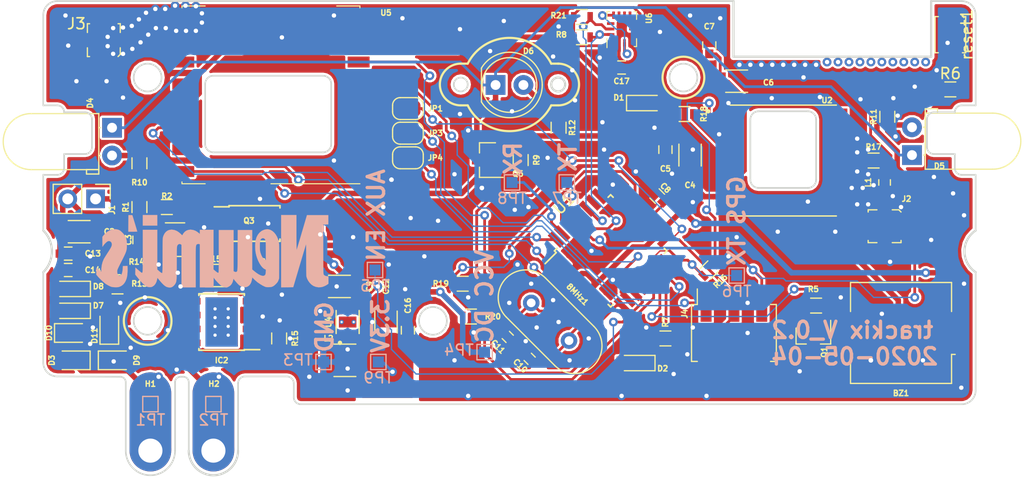
<source format=kicad_pcb>
(kicad_pcb (version 20171130) (host pcbnew "(5.0.1-3-g963ef8bb5)")
  (layers (0 F.Cu signal) (31 B.Cu signal) (34 B.Paste user) (35 F.Paste user) (36 B.SilkS user) (37 F.SilkS user) (38 B.Mask user) (39 F.Mask user) (44 Edge.Cuts user))
  (net 0 "")
  (net 1 "Net-(8MHz1-Pad2)")
  (net 2 "Net-(8MHz1-Pad1)")
  (net 3 "Net-(BZ1-Pad2)")
  (net 4 +BATT)
  (net 5 GND)
  (net 6 CHARGE_DETECT)
  (net 7 "Net-(C3-Pad1)")
  (net 8 -BATT)
  (net 9 +3V3)
  (net 10 "Net-(C6-Pad1)")
  (net 11 "Net-(C8-Pad2)")
  (net 12 "Net-(D1-Pad2)")
  (net 13 "Net-(D2-Pad2)")
  (net 14 DYNAMO_A)
  (net 15 "Net-(D4-Pad2)")
  (net 16 "Net-(D4-Pad1)")
  (net 17 "Net-(D5-Pad2)")
  (net 18 "Net-(D6-Pad2)")
  (net 19 "Net-(D7-Pad1)")
  (net 20 "Net-(D8-Pad1)")
  (net 21 DYNAMO_B)
  (net 22 "Net-(IC2-Pad7)")
  (net 23 "Net-(IC2-Pad6)")
  (net 24 "Net-(IC2-Pad2)")
  (net 25 "Net-(J2-Pad1)")
  (net 26 "Net-(J3-Pad1)")
  (net 27 RESET)
  (net 28 MOSI)
  (net 29 SCK)
  (net 30 "Net-(J4-Pad2)")
  (net 31 MISO)
  (net 32 "Net-(L1-Pad1)")
  (net 33 "Net-(L2-Pad1)")
  (net 34 "Net-(Q1-Pad2)")
  (net 35 "Net-(Q3-Pad8)")
  (net 36 "Net-(Q3-Pad5)")
  (net 37 "Net-(Q3-Pad4)")
  (net 38 "Net-(Q3-Pad1)")
  (net 39 "Net-(Q5-Pad2)")
  (net 40 "Net-(R2-Pad1)")
  (net 41 AUX_ON)
  (net 42 DRIVE_BUZZER)
  (net 43 SCL)
  (net 44 DRIVE_LED)
  (net 45 GPS_TX)
  (net 46 "Net-(R16-Pad1)")
  (net 47 "Net-(R17-Pad2)")
  (net 48 "Net-(R18-Pad2)")
  (net 49 "Net-(R19-Pad2)")
  (net 50 SDA)
  (net 51 "Net-(TP7-Pad1)")
  (net 52 "Net-(TP8-Pad1)")
  (net 53 DIO_0)
  (net 54 "Net-(U1-Pad26)")
  (net 55 "Net-(U1-Pad25)")
  (net 56 "Net-(U1-Pad24)")
  (net 57 "Net-(U1-Pad22)")
  (net 58 "Net-(U1-Pad19)")
  (net 59 NSS)
  (net 60 RFM_RESET)
  (net 61 DIO_2)
  (net 62 DIO_1)
  (net 63 "Net-(U2-Pad5)")
  (net 64 "Net-(U2-Pad7)")
  (net 65 "Net-(U2-Pad9)")
  (net 66 "Net-(U2-Pad13)")
  (net 67 "Net-(U2-Pad15)")
  (net 68 "Net-(U2-Pad16)")
  (net 69 "Net-(U2-Pad17)")
  (net 70 "Net-(U2-Pad18)")
  (net 71 "Net-(U3-Pad4)")
  (net 72 "Net-(U5-Pad12)")
  (net 73 "Net-(U5-Pad11)")
  (net 74 "Net-(U5-Pad7)")
  (net 75 "Net-(U6-Pad11)")
  (net 76 "Net-(U6-Pad10)")
  (net 77 "Net-(U6-Pad9)")
  (net 78 "Net-(U6-Pad8)")
  (net 79 "Net-(U6-Pad7)")
  (net 80 "Net-(U6-Pad12)")
  (net 81 "Net-(J4-Pad4)")
  (net 82 "Net-(J4-Pad3)")
  (net 83 "Net-(J4-Pad1)")
  (module Housings_QFP:TQFP-32_7x7mm_Pitch0.8mm (layer F.Cu) (at 113.5 58.25 45)
    (fp_text reference U1 (at 0 -6.05 45) (layer F.SilkS))
    (fp_text value ATmega328P-AU)
    (pad 32 smd rect (at -2.8 -4.25 135) (size 1.6 0.55) (layers F.Cu F.Paste F.Mask) (net 53 DIO_0))
    (pad 31 smd rect (at -2 -4.25 135) (size 1.6 0.55) (layers F.Cu F.Paste F.Mask) (net 52 "Net-(TP8-Pad1)"))
    (pad 30 smd rect (at -1.2 -4.25 135) (size 1.6 0.55) (layers F.Cu F.Paste F.Mask) (net 51 "Net-(TP7-Pad1)"))
    (pad 29 smd rect (at -0.4 -4.25 135) (size 1.6 0.55) (layers F.Cu F.Paste F.Mask) (net 27 RESET))
    (pad 28 smd rect (at 0.4 -4.25 135) (size 1.6 0.55) (layers F.Cu F.Paste F.Mask) (net 43 SCL))
    (pad 27 smd rect (at 1.2 -4.25 135) (size 1.6 0.55) (layers F.Cu F.Paste F.Mask) (net 50 SDA))
    (pad 26 smd rect (at 2 -4.25 135) (size 1.6 0.55) (layers F.Cu F.Paste F.Mask) (net 54 "Net-(U1-Pad26)"))
    (pad 25 smd rect (at 2.8 -4.25 135) (size 1.6 0.55) (layers F.Cu F.Paste F.Mask) (net 55 "Net-(U1-Pad25)"))
    (pad 24 smd rect (at 4.25 -2.8 45) (size 1.6 0.55) (layers F.Cu F.Paste F.Mask) (net 56 "Net-(U1-Pad24)"))
    (pad 23 smd rect (at 4.25 -2 45) (size 1.6 0.55) (layers F.Cu F.Paste F.Mask) (net 49 "Net-(R19-Pad2)"))
    (pad 22 smd rect (at 4.25 -1.2 45) (size 1.6 0.55) (layers F.Cu F.Paste F.Mask) (net 57 "Net-(U1-Pad22)"))
    (pad 21 smd rect (at 4.25 -0.4 45) (size 1.6 0.55) (layers F.Cu F.Paste F.Mask) (net 5 GND))
    (pad 20 smd rect (at 4.25 0.4 45) (size 1.6 0.55) (layers F.Cu F.Paste F.Mask) (net 11 "Net-(C8-Pad2)"))
    (pad 19 smd rect (at 4.25 1.2 45) (size 1.6 0.55) (layers F.Cu F.Paste F.Mask) (net 58 "Net-(U1-Pad19)"))
    (pad 18 smd rect (at 4.25 2 45) (size 1.6 0.55) (layers F.Cu F.Paste F.Mask) (net 4 +BATT))
    (pad 17 smd rect (at 4.25 2.8 45) (size 1.6 0.55) (layers F.Cu F.Paste F.Mask) (net 82 "Net-(J4-Pad3)"))
    (pad 16 smd rect (at 2.8 4.25 135) (size 1.6 0.55) (layers F.Cu F.Paste F.Mask) (net 83 "Net-(J4-Pad1)"))
    (pad 15 smd rect (at 2 4.25 135) (size 1.6 0.55) (layers F.Cu F.Paste F.Mask) (net 81 "Net-(J4-Pad4)"))
    (pad 14 smd rect (at 1.2 4.25 135) (size 1.6 0.55) (layers F.Cu F.Paste F.Mask) (net 42 DRIVE_BUZZER))
    (pad 13 smd rect (at 0.4 4.25 135) (size 1.6 0.55) (layers F.Cu F.Paste F.Mask) (net 44 DRIVE_LED))
    (pad 12 smd rect (at -0.4 4.25 135) (size 1.6 0.55) (layers F.Cu F.Paste F.Mask) (net 45 GPS_TX))
    (pad 11 smd rect (at -1.2 4.25 135) (size 1.6 0.55) (layers F.Cu F.Paste F.Mask) (net 41 AUX_ON))
    (pad 10 smd rect (at -2 4.25 135) (size 1.6 0.55) (layers F.Cu F.Paste F.Mask) (net 59 NSS))
    (pad 9 smd rect (at -2.8 4.25 135) (size 1.6 0.55) (layers F.Cu F.Paste F.Mask) (net 60 RFM_RESET))
    (pad 8 smd rect (at -4.25 2.8 45) (size 1.6 0.55) (layers F.Cu F.Paste F.Mask) (net 1 "Net-(8MHz1-Pad2)"))
    (pad 7 smd rect (at -4.25 2 45) (size 1.6 0.55) (layers F.Cu F.Paste F.Mask) (net 2 "Net-(8MHz1-Pad1)"))
    (pad 6 smd rect (at -4.25 1.2 45) (size 1.6 0.55) (layers F.Cu F.Paste F.Mask) (net 4 +BATT))
    (pad 5 smd rect (at -4.25 0.4 45) (size 1.6 0.55) (layers F.Cu F.Paste F.Mask) (net 5 GND))
    (pad 4 smd rect (at -4.25 -0.4 45) (size 1.6 0.55) (layers F.Cu F.Paste F.Mask) (net 4 +BATT))
    (pad 3 smd rect (at -4.25 -1.2 45) (size 1.6 0.55) (layers F.Cu F.Paste F.Mask) (net 5 GND))
    (pad 2 smd rect (at -4.25 -2 45) (size 1.6 0.55) (layers F.Cu F.Paste F.Mask) (net 61 DIO_2))
    (pad 1 smd rect (at -4.25 -2.8 45) (size 1.6 0.55) (layers F.Cu F.Paste F.Mask) (net 62 DIO_1))
  )
  (module Logo:LOGO (layer B.Cu) (at 76.7 58 180)
    (fp_text reference G*** hide)
    (fp_text value LOGO hide)
  )
  (module LEDs:LED_D5.0mm_Horizontal_O1.27mm_Z3.0mm (layer F.Cu) (at 68 47 270)
    (fp_text reference D4 (at -2.25 2 270) (layer F.SilkS) (effects (font (size 0.5 0.5) (thickness 0.125))))
    (fp_text value powerLED)
    (pad 2 thru_hole circle (at 2.54 0 270) (size 1.8 1.8) (drill 0.9) (layers *.Cu *.Mask) (net 15 "Net-(D4-Pad2)"))
    (pad 1 thru_hole rect (at 0 0 270) (size 1.8 1.8) (drill 0.9) (layers *.Cu *.Mask) (net 16 "Net-(D4-Pad1)"))
  )
  (module LEDs:LED_D5.0mm_Horizontal_O1.27mm_Z3.0mm (layer F.Cu) (at 141 49.5 90)
    (fp_text reference D5 (at -1 2.5 180) (layer F.SilkS) (effects (font (size 0.5 0.5) (thickness 0.125))))
    (fp_text value powerLED)
    (pad 1 thru_hole rect (at 0 0 90) (size 1.8 1.8) (drill 0.9) (layers *.Cu *.Mask) (net 16 "Net-(D4-Pad1)"))
    (pad 2 thru_hole circle (at 2.54 0 90) (size 1.8 1.8) (drill 0.9) (layers *.Cu *.Mask) (net 17 "Net-(D5-Pad2)"))
  )
  (module LEDs:LED_D5.0mm (layer F.Cu) (at 103 43.096001)
    (fp_text reference D6 (at 3 -3.096001) (layer F.SilkS) (effects (font (size 0.5 0.5) (thickness 0.125))))
    (fp_text value powerLED)
    (pad 2 thru_hole circle (at 2.54 0) (size 1.8 1.8) (drill 0.9) (layers *.Cu *.Mask) (net 18 "Net-(D6-Pad2)"))
    (pad 1 thru_hole rect (at 0 0) (size 1.8 1.8) (drill 0.9) (layers *.Cu *.Mask) (net 16 "Net-(D4-Pad1)"))
  )
  (module Connectors_Molex:Molex_Microcoaxial_RF (layer F.Cu) (at 67.25 39 90)
    (fp_text reference J3 (at 1.5 -2.5 180) (layer F.SilkS))
    (fp_text value LORA_868)
    (pad 2 smd rect (at -1.475 0 90) (size 1.05 2.2) (layers F.Cu F.Paste F.Mask) (net 5 GND))
    (pad 2 smd rect (at 1.475 0 90) (size 1.05 2.2) (layers F.Cu F.Paste F.Mask) (net 5 GND))
    (pad 2 smd rect (at 0 -1.5 90) (size 1 1) (layers F.Cu F.Paste F.Mask) (net 5 GND))
    (pad 1 smd rect (at 0 1.5 90) (size 1 1) (layers F.Cu F.Paste F.Mask) (net 26 "Net-(J3-Pad1)"))
  )
  (module RF_Modules:Hopref_RFM9XW_SMD (layer F.Cu) (at 82.5 44 180)
    (fp_text reference U5 (at -10.5 7.5 180) (layer F.SilkS) (effects (font (size 0.5 0.5) (thickness 0.125))))
    (fp_text value RFM95W-868S2)
    (pad 16 smd rect (at 8 -7 180) (size 2 1) (layers F.Cu F.Paste F.Mask) (net 61 DIO_2))
    (pad 15 smd rect (at 8 -5 180) (size 2 1) (layers F.Cu F.Paste F.Mask) (net 62 DIO_1))
    (pad 14 smd rect (at 8 -3 180) (size 2 1) (layers F.Cu F.Paste F.Mask) (net 53 DIO_0))
    (pad 13 smd rect (at 8 -1 180) (size 2 1) (layers F.Cu F.Paste F.Mask) (net 9 +3V3))
    (pad 12 smd rect (at 8 1 180) (size 2 1) (layers F.Cu F.Paste F.Mask) (net 72 "Net-(U5-Pad12)"))
    (pad 11 smd rect (at 8 3 180) (size 2 1) (layers F.Cu F.Paste F.Mask) (net 73 "Net-(U5-Pad11)"))
    (pad 10 smd rect (at 8 5 180) (size 2 1) (layers F.Cu F.Paste F.Mask) (net 5 GND))
    (pad 9 smd rect (at 8 7 180) (size 2 1) (layers F.Cu F.Paste F.Mask) (net 26 "Net-(J3-Pad1)"))
    (pad 8 smd rect (at -8 7 180) (size 2 1) (layers F.Cu F.Paste F.Mask) (net 5 GND))
    (pad 7 smd rect (at -8 5 180) (size 2 1) (layers F.Cu F.Paste F.Mask) (net 74 "Net-(U5-Pad7)"))
    (pad 6 smd rect (at -8 3 180) (size 2 1) (layers F.Cu F.Paste F.Mask) (net 60 RFM_RESET))
    (pad 5 smd rect (at -8 1 180) (size 2 1) (layers F.Cu F.Paste F.Mask) (net 59 NSS))
    (pad 4 smd rect (at -8 -1 180) (size 2 1) (layers F.Cu F.Paste F.Mask) (net 29 SCK))
    (pad 3 smd rect (at -8 -3 180) (size 2 1) (layers F.Cu F.Paste F.Mask) (net 28 MOSI))
    (pad 2 smd rect (at -8 -5 180) (size 2 1) (layers F.Cu F.Paste F.Mask) (net 31 MISO))
    (pad 1 smd rect (at -8 -7 180) (size 2 1) (layers F.Cu F.Paste F.Mask) (net 5 GND))
  )
  (module Mounting_Holes:MountingHole_2.2mm_M2_ISO14580_Pad (layer F.Cu) (at 71.5 76.5)
    (fp_text reference H1 (at 0 -6.1) (layer F.SilkS) (effects (font (size 0.5 0.5) (thickness 0.125))))
    (fp_text value DYNAMO_A)
    (pad 1 thru_hole circle (at 0 0) (size 3.8 3.8) (drill 2.2) (layers *.Cu *.Mask) (net 14 DYNAMO_A))
  )
  (module Mounting_Holes:MountingHole_2.2mm_M2_ISO14580_Pad (layer F.Cu) (at 77.25 76.5)
    (fp_text reference H2 (at 0.05 -6.1) (layer F.SilkS) (effects (font (size 0.5 0.5) (thickness 0.125))))
    (fp_text value DYNAMO_B)
    (pad 1 thru_hole circle (at 0 0) (size 3.8 3.8) (drill 2.2) (layers *.Cu *.Mask) (net 21 DYNAMO_B))
  )
  (module Buzzers_Beepers:Buzzer_Murata_PKMCS0909E4000-R1 (layer F.Cu) (at 140 65.75 180)
    (fp_text reference BZ1 (at 0 -5.5 180) (layer F.SilkS) (effects (font (size 0.5 0.5) (thickness 0.125))))
    (fp_text value Buzzer)
    (pad 2 smd rect (at 4.35 0 180) (size 1.3 3.4) (layers F.Cu F.Paste F.Mask) (net 3 "Net-(BZ1-Pad2)"))
    (pad 1 smd rect (at -4.35 0 180) (size 1.3 3.4) (layers F.Cu F.Paste F.Mask) (net 4 +BATT))
  )
  (module Capacitors_SMD:C_0805 (layer F.Cu) (at 82.25 60.5)
    (fp_text reference C1 (at -0.25 -1.25) (layer F.SilkS) (effects (font (size 0.5 0.5) (thickness 0.125))))
    (fp_text value 100nF)
    (pad 2 smd rect (at 1 0) (size 1 1.25) (layers F.Cu F.Paste F.Mask) (net 5 GND))
    (pad 1 smd rect (at -1 0) (size 1 1.25) (layers F.Cu F.Paste F.Mask) (net 6 CHARGE_DETECT))
  )
  (module Capacitors_SMD:C_1206 (layer F.Cu) (at 65 56.5)
    (fp_text reference C2 (at 2.75 0 180) (layer F.SilkS) (effects (font (size 0.5 0.5) (thickness 0.125))))
    (fp_text value 10uF)
    (pad 2 smd rect (at 1.5 0) (size 1 1.6) (layers F.Cu F.Paste F.Mask) (net 5 GND))
    (pad 1 smd rect (at -1.5 0) (size 1 1.6) (layers F.Cu F.Paste F.Mask) (net 4 +BATT))
  )
  (module Capacitors_SMD:C_0603 (layer F.Cu) (at 70.5 57.25 270)
    (fp_text reference C3 (at 0 1 270) (layer F.SilkS) (effects (font (size 0.5 0.5) (thickness 0.125))))
    (fp_text value C_100nF)
    (pad 2 smd rect (at 0.75 0 270) (size 0.8 0.75) (layers F.Cu F.Paste F.Mask) (net 8 -BATT))
    (pad 1 smd rect (at -0.75 0 270) (size 0.8 0.75) (layers F.Cu F.Paste F.Mask) (net 7 "Net-(C3-Pad1)"))
  )
  (module Capacitors_SMD:C_1206 (layer F.Cu) (at 120.75 49.5 90)
    (fp_text reference C4 (at -2.75 0 180) (layer F.SilkS) (effects (font (size 0.5 0.5) (thickness 0.125))))
    (fp_text value C_4.7uF)
    (pad 1 smd rect (at -1.5 0 90) (size 1 1.6) (layers F.Cu F.Paste F.Mask) (net 9 +3V3))
    (pad 2 smd rect (at 1.5 0 90) (size 1 1.6) (layers F.Cu F.Paste F.Mask) (net 5 GND))
  )
  (module Capacitors_SMD:C_0603 (layer F.Cu) (at 118.5 49 90)
    (fp_text reference C5 (at -1.75 0 180) (layer F.SilkS) (effects (font (size 0.5 0.5) (thickness 0.125))))
    (fp_text value C_100nF)
    (pad 1 smd rect (at -0.75 0 90) (size 0.8 0.75) (layers F.Cu F.Paste F.Mask) (net 9 +3V3))
    (pad 2 smd rect (at 0.75 0 90) (size 0.8 0.75) (layers F.Cu F.Paste F.Mask) (net 5 GND))
  )
  (module Capacitors_SMD:C_1206 (layer F.Cu) (at 125 42.75)
    (fp_text reference C6 (at 2.904999 0.119999) (layer F.SilkS) (effects (font (size 0.5 0.5) (thickness 0.125))))
    (fp_text value C_4.7uF)
    (pad 2 smd rect (at 1.5 0) (size 1 1.6) (layers F.Cu F.Paste F.Mask) (net 5 GND))
    (pad 1 smd rect (at -1.5 0) (size 1 1.6) (layers F.Cu F.Paste F.Mask) (net 10 "Net-(C6-Pad1)"))
  )
  (module Capacitors_SMD:C_0603 (layer F.Cu) (at 122.5 39.5 90)
    (fp_text reference C7 (at 1.75 0 180) (layer F.SilkS) (effects (font (size 0.5 0.5) (thickness 0.125))))
    (fp_text value C_100nF)
    (pad 2 smd rect (at 0.75 0 90) (size 0.8 0.75) (layers F.Cu F.Paste F.Mask) (net 5 GND))
    (pad 1 smd rect (at -0.75 0 90) (size 0.8 0.75) (layers F.Cu F.Paste F.Mask) (net 10 "Net-(C6-Pad1)"))
  )
  (module Capacitors_SMD:C_0603 (layer F.Cu) (at 117.75 53.25 315)
    (fp_text reference C8 (at 0 -1.06066 315) (layer F.SilkS) (effects (font (size 0.5 0.5) (thickness 0.125))))
    (fp_text value 100nF)
    (pad 1 smd rect (at -0.75 0 315) (size 0.8 0.75) (layers F.Cu F.Paste F.Mask) (net 5 GND))
    (pad 2 smd rect (at 0.75 0 315) (size 0.8 0.75) (layers F.Cu F.Paste F.Mask) (net 11 "Net-(C8-Pad2)"))
  )
  (module Capacitors_SMD:C_1206 (layer F.Cu) (at 88.75 61.5 180)
    (fp_text reference C9 (at -2.75 0 270) (layer F.SilkS) (effects (font (size 0.5 0.5) (thickness 0.125))))
    (fp_text value 10uF)
    (pad 2 smd rect (at 1.5 0 180) (size 1 1.6) (layers F.Cu F.Paste F.Mask) (net 5 GND))
    (pad 1 smd rect (at -1.5 0 180) (size 1 1.6) (layers F.Cu F.Paste F.Mask) (net 4 +BATT))
  )
  (module Capacitors_SMD:C_0402 (layer F.Cu) (at 106.111091 68.111091 315)
    (fp_text reference C10 (at -0.157106 1.06066 315) (layer F.SilkS) (effects (font (size 0.5 0.5) (thickness 0.125))))
    (fp_text value 22pF)
    (pad 2 smd rect (at 0.55 0 315) (size 0.6 0.5) (layers F.Cu F.Paste F.Mask) (net 1 "Net-(8MHz1-Pad2)"))
    (pad 1 smd rect (at -0.55 0 315) (size 0.6 0.5) (layers F.Cu F.Paste F.Mask) (net 5 GND))
  )
  (module Capacitors_SMD:C_0402 (layer F.Cu) (at 104.111091 66.111091 135)
    (fp_text reference C11 (at 0 -1.27 135) (layer F.SilkS) (effects (font (size 0.5 0.5) (thickness 0.125))))
    (fp_text value 22pF)
    (pad 1 smd rect (at -0.55 0 135) (size 0.6 0.5) (layers F.Cu F.Paste F.Mask) (net 5 GND))
    (pad 2 smd rect (at 0.55 0 135) (size 0.6 0.5) (layers F.Cu F.Paste F.Mask) (net 2 "Net-(8MHz1-Pad1)"))
  )
  (module Capacitors_SMD:C_1206 (layer F.Cu) (at 93 64.75 90)
    (fp_text reference C12 (at 3.25 0 270) (layer F.SilkS) (effects (font (size 0.5 0.5) (thickness 0.125))))
    (fp_text value 10uF)
    (pad 1 smd rect (at -1.5 0 90) (size 1 1.6) (layers F.Cu F.Paste F.Mask) (net 9 +3V3))
    (pad 2 smd rect (at 1.5 0 90) (size 1 1.6) (layers F.Cu F.Paste F.Mask) (net 5 GND))
  )
  (module Capacitors_SMD:C_0603 (layer F.Cu) (at 64 58.5)
    (fp_text reference C13 (at 2.25 0) (layer F.SilkS) (effects (font (size 0.5 0.5) (thickness 0.125))))
    (fp_text value 1uF)
    (pad 1 smd rect (at -0.75 0) (size 0.8 0.75) (layers F.Cu F.Paste F.Mask) (net 4 +BATT))
    (pad 2 smd rect (at 0.75 0) (size 0.8 0.75) (layers F.Cu F.Paste F.Mask) (net 5 GND))
  )
  (module Capacitors_SMD:C_0603 (layer F.Cu) (at 64 60)
    (fp_text reference C14 (at 2.25 0) (layer F.SilkS) (effects (font (size 0.5 0.5) (thickness 0.125))))
    (fp_text value 0.1uF)
    (pad 2 smd rect (at 0.75 0) (size 0.8 0.75) (layers F.Cu F.Paste F.Mask) (net 5 GND))
    (pad 1 smd rect (at -0.75 0) (size 0.8 0.75) (layers F.Cu F.Paste F.Mask) (net 4 +BATT))
  )
  (module Capacitors_SMD:C_1206 (layer F.Cu) (at 77.5 60.5 180)
    (fp_text reference C15 (at 0.25 1.5 180) (layer F.SilkS) (effects (font (size 0.5 0.5) (thickness 0.125))))
    (fp_text value 10uF)
    (pad 1 smd rect (at -1.5 0 180) (size 1 1.6) (layers F.Cu F.Paste F.Mask) (net 6 CHARGE_DETECT))
    (pad 2 smd rect (at 1.5 0 180) (size 1 1.6) (layers F.Cu F.Paste F.Mask) (net 5 GND))
  )
  (module Capacitors_SMD:C_0603 (layer F.Cu) (at 95 65.5 90)
    (fp_text reference C16 (at 2.25 0 270) (layer F.SilkS) (effects (font (size 0.5 0.5) (thickness 0.125))))
    (fp_text value 100nF)
    (pad 2 smd rect (at 0.75 0 90) (size 0.8 0.75) (layers F.Cu F.Paste F.Mask) (net 5 GND))
    (pad 1 smd rect (at -0.75 0 90) (size 0.8 0.75) (layers F.Cu F.Paste F.Mask) (net 9 +3V3))
  )
  (module Capacitors_SMD:C_0603 (layer F.Cu) (at 114.5 41.5)
    (fp_text reference C17 (at 0 1.25) (layer F.SilkS) (effects (font (size 0.5 0.5) (thickness 0.125))))
    (fp_text value C_100nF)
    (pad 1 smd rect (at -0.75 0) (size 0.8 0.75) (layers F.Cu F.Paste F.Mask) (net 9 +3V3))
    (pad 2 smd rect (at 0.75 0) (size 0.8 0.75) (layers F.Cu F.Paste F.Mask) (net 5 GND))
  )
  (module LEDs:LED_0805 (layer F.Cu) (at 116.75 44.75)
    (fp_text reference D1 (at -2.5 -0.5) (layer F.SilkS) (effects (font (size 0.5 0.5) (thickness 0.125))))
    (fp_text value GPS_LED)
    (pad 2 smd rect (at 1.1 0 180) (size 1.2 1.2) (layers F.Cu F.Paste F.Mask) (net 12 "Net-(D1-Pad2)"))
    (pad 1 smd rect (at -1.1 0 180) (size 1.2 1.2) (layers F.Cu F.Paste F.Mask) (net 5 GND))
  )
  (module LEDs:LED_0805 (layer F.Cu) (at 115.75 68.5 180)
    (fp_text reference D2 (at -2.5 -0.5 180) (layer F.SilkS) (effects (font (size 0.5 0.5) (thickness 0.125))))
    (fp_text value "led 13")
    (pad 1 smd rect (at -1.1 0) (size 1.2 1.2) (layers F.Cu F.Paste F.Mask) (net 5 GND))
    (pad 2 smd rect (at 1.1 0) (size 1.2 1.2) (layers F.Cu F.Paste F.Mask) (net 13 "Net-(D2-Pad2)"))
  )
  (module Diodes_SMD:D_SOD-323 (layer F.Cu) (at 64.5 68.25 180)
    (fp_text reference D3 (at 2 0 270) (layer F.SilkS) (effects (font (size 0.5 0.5) (thickness 0.125))))
    (fp_text value "D_B5818WS SK")
    (pad 2 smd rect (at 1.05 0 180) (size 0.6 0.45) (layers F.Cu F.Paste F.Mask) (net 14 DYNAMO_A))
    (pad 1 smd rect (at -1.05 0 180) (size 0.6 0.45) (layers F.Cu F.Paste F.Mask) (net 6 CHARGE_DETECT))
  )
  (module LEDs:LED_0805 (layer F.Cu) (at 64.226464 63.72798 180)
    (fp_text reference D7 (at -2.523536 0.47798 180) (layer F.SilkS) (effects (font (size 0.5 0.5) (thickness 0.125))))
    (fp_text value LED_chrg)
    (pad 2 smd rect (at 1.1 0) (size 1.2 1.2) (layers F.Cu F.Paste F.Mask) (net 6 CHARGE_DETECT))
    (pad 1 smd rect (at -1.1 0) (size 1.2 1.2) (layers F.Cu F.Paste F.Mask) (net 19 "Net-(D7-Pad1)"))
  )
  (module LEDs:LED_0805 (layer F.Cu) (at 64.226464 61.72798 180)
    (fp_text reference D8 (at -2.523536 0.22798 180) (layer F.SilkS) (effects (font (size 0.5 0.5) (thickness 0.125))))
    (fp_text value LED_stdby)
    (pad 1 smd rect (at -1.1 0) (size 1.2 1.2) (layers F.Cu F.Paste F.Mask) (net 20 "Net-(D8-Pad1)"))
    (pad 2 smd rect (at 1.1 0) (size 1.2 1.2) (layers F.Cu F.Paste F.Mask) (net 6 CHARGE_DETECT))
  )
  (module Diodes_SMD:D_SOD-323 (layer F.Cu) (at 68.25 68.25)
    (fp_text reference D9 (at 2 0 90) (layer F.SilkS) (effects (font (size 0.5 0.5) (thickness 0.125))))
    (fp_text value "D_B5818WS SK")
    (pad 1 smd rect (at -1.05 0) (size 0.6 0.45) (layers F.Cu F.Paste F.Mask) (net 6 CHARGE_DETECT))
    (pad 2 smd rect (at 1.05 0) (size 0.6 0.45) (layers F.Cu F.Paste F.Mask) (net 21 DYNAMO_B))
  )
  (module Diodes_SMD:D_SOD-323 (layer F.Cu) (at 64.25 65.75)
    (fp_text reference D10 (at -2 0 90) (layer F.SilkS) (effects (font (size 0.5 0.5) (thickness 0.125))))
    (fp_text value "D_B5818WS SK")
    (pad 2 smd rect (at 1.05 0) (size 0.6 0.45) (layers F.Cu F.Paste F.Mask) (net 5 GND))
    (pad 1 smd rect (at -1.05 0) (size 0.6 0.45) (layers F.Cu F.Paste F.Mask) (net 14 DYNAMO_A))
  )
  (module Diodes_SMD:D_SOD-323 (layer F.Cu) (at 67.75 65.275 90)
    (fp_text reference D11 (at -0.725 -1.35 90) (layer F.SilkS) (effects (font (size 0.5 0.5) (thickness 0.125))))
    (fp_text value "D_B5818WS SK")
    (pad 1 smd rect (at -1.05 0 90) (size 0.6 0.45) (layers F.Cu F.Paste F.Mask) (net 21 DYNAMO_B))
    (pad 2 smd rect (at 1.05 0 90) (size 0.6 0.45) (layers F.Cu F.Paste F.Mask) (net 5 GND))
  )
  (module Housings_SOIC:HTSOP-8-1EP_3.9x4.9mm_Pitch1.27mm_ThermalVias_LargeCopper (layer F.Cu) (at 78 64.75 180)
    (fp_text reference IC2 (at 0 -3.5 180) (layer F.SilkS) (effects (font (size 0.5 0.5) (thickness 0.125))))
    (fp_text value TP4056)
    (pad 9 thru_hole circle (at 0.6 1.2 180) (size 0.6 0.6) (drill 0.3) (layers *.Cu))
    (pad 9 thru_hole circle (at 0.6 0.4 180) (size 0.6 0.6) (drill 0.3) (layers *.Cu))
    (pad 9 thru_hole circle (at -0.6 0.4 180) (size 0.6 0.6) (drill 0.3) (layers *.Cu))
    (pad 9 thru_hole circle (at -0.6 1.2 180) (size 0.6 0.6) (drill 0.3) (layers *.Cu))
    (pad 9 thru_hole circle (at 0.6 -1.2 180) (size 0.6 0.6) (drill 0.3) (layers *.Cu))
    (pad 9 thru_hole circle (at 0.6 -0.4 180) (size 0.6 0.6) (drill 0.3) (layers *.Cu))
    (pad 9 thru_hole circle (at -0.6 -0.4 180) (size 0.6 0.6) (drill 0.3) (layers *.Cu))
    (pad 9 thru_hole circle (at -0.6 -1.2 180) (size 0.6 0.6) (drill 0.3) (layers *.Cu))
    (pad 9 smd rect (at 0 0 180) (size 2.95 4.5) (layers B.Cu))
    (pad 9 smd rect (at -0.6 -0.8 180) (size 1.2 1.6) (layers F.Cu F.Paste F.Mask))
    (pad 9 smd rect (at -0.6 0.8 180) (size 1.2 1.6) (layers F.Cu F.Paste F.Mask))
    (pad 9 smd rect (at 0.6 -0.8 180) (size 1.2 1.6) (layers F.Cu F.Paste F.Mask))
    (pad 9 smd rect (at 0.6 0.8 180) (size 1.2 1.6) (layers F.Cu F.Paste F.Mask))
    (pad 8 smd rect (at 2.7 -1.905 180) (size 1.55 0.6) (layers F.Cu F.Paste F.Mask) (net 6 CHARGE_DETECT))
    (pad 7 smd rect (at 2.7 -0.635 180) (size 1.55 0.6) (layers F.Cu F.Paste F.Mask) (net 22 "Net-(IC2-Pad7)"))
    (pad 6 smd rect (at 2.7 0.635 180) (size 1.55 0.6) (layers F.Cu F.Paste F.Mask) (net 23 "Net-(IC2-Pad6)"))
    (pad 5 smd rect (at 2.7 1.905 180) (size 1.55 0.6) (layers F.Cu F.Paste F.Mask) (net 4 +BATT))
    (pad 4 smd rect (at -2.7 1.905 180) (size 1.55 0.6) (layers F.Cu F.Paste F.Mask) (net 6 CHARGE_DETECT))
    (pad 3 smd rect (at -2.7 0.635 180) (size 1.55 0.6) (layers F.Cu F.Paste F.Mask) (net 5 GND))
    (pad 2 smd rect (at -2.7 -0.635 180) (size 1.55 0.6) (layers F.Cu F.Paste F.Mask) (net 24 "Net-(IC2-Pad2)"))
    (pad 1 smd rect (at -2.7 -1.905 180) (size 1.55 0.6) (layers F.Cu F.Paste F.Mask) (net 5 GND))
    (pad 9 smd rect (at 0 0 180) (size 2.95 4.5) (layers F.Cu))
  )
  (module Connectors_Molex:Molex_Microcoaxial_RF (layer F.Cu) (at 138.5 56 180)
    (fp_text reference J2 (at -2 2.5 180) (layer F.SilkS) (effects (font (size 0.5 0.5) (thickness 0.125))))
    (fp_text value GPS)
    (pad 1 smd rect (at 0 1.5 180) (size 1 1) (layers F.Cu F.Paste F.Mask) (net 25 "Net-(J2-Pad1)"))
    (pad 2 smd rect (at 0 -1.5 180) (size 1 1) (layers F.Cu F.Paste F.Mask) (net 5 GND))
    (pad 2 smd rect (at 1.475 0 180) (size 1.05 2.2) (layers F.Cu F.Paste F.Mask) (net 5 GND))
    (pad 2 smd rect (at -1.475 0 180) (size 1.05 2.2) (layers F.Cu F.Paste F.Mask) (net 5 GND))
  )
  (module Socket_Strips:Socket_Strip_Straight_2x03_Pitch2.54mm_SMD (layer F.Cu) (at 124.75 65.75 90)
    (fp_text reference J4 (at 1.75 -4.5 90) (layer F.SilkS) (effects (font (size 0.5 0.5) (thickness 0.125))))
    (fp_text value AVR-ISP-6)
    (pad 6 smd rect (at -2.52 2.54 90) (size 3 1) (layers F.Cu F.Paste F.Mask) (net 5 GND))
    (pad 5 smd rect (at 2.52 2.54 90) (size 3 1) (layers F.Cu F.Paste F.Mask) (net 27 RESET))
    (pad 4 smd rect (at -2.52 0 90) (size 3 1) (layers F.Cu F.Paste F.Mask) (net 81 "Net-(J4-Pad4)"))
    (pad 3 smd rect (at 2.52 0 90) (size 3 1) (layers F.Cu F.Paste F.Mask) (net 82 "Net-(J4-Pad3)"))
    (pad 2 smd rect (at -2.52 -2.54 90) (size 3 1) (layers F.Cu F.Paste F.Mask) (net 30 "Net-(J4-Pad2)"))
    (pad 1 smd rect (at 2.52 -2.54 90) (size 3 1) (layers F.Cu F.Paste F.Mask) (net 83 "Net-(J4-Pad1)"))
  )
  (module Inductors_SMD:L_0402 (layer F.Cu) (at 138.5 52 270)
    (fp_text reference L1 (at 0 1.5 270) (layer F.SilkS) (effects (font (size 0.5 0.5) (thickness 0.125))))
    (fp_text value L27nH)
    (pad 2 smd rect (at 0.45 0 270) (size 0.4 0.6) (layers F.Cu F.Paste F.Mask) (net 25 "Net-(J2-Pad1)"))
    (pad 1 smd rect (at -0.45 0 270) (size 0.4 0.6) (layers F.Cu F.Paste F.Mask) (net 32 "Net-(L1-Pad1)"))
  )
  (module Inductors_SMD:L_1210 (layer F.Cu) (at 89.25 68.25)
    (fp_text reference L2 (at -1.5 -2 180) (layer F.SilkS) (effects (font (size 0.5 0.5) (thickness 0.125))))
    (fp_text value L2.2uH)
    (pad 2 smd rect (at 1.45 0) (size 0.9 2.5) (layers F.Cu F.Paste F.Mask) (net 9 +3V3))
    (pad 1 smd rect (at -1.45 0) (size 0.9 2.5) (layers F.Cu F.Paste F.Mask) (net 33 "Net-(L2-Pad1)"))
  )
  (module TO_SOT_Packages_SMD:SOT-23 (layer F.Cu) (at 132 66 270)
    (fp_text reference Q1 (at 1.5 -1 270) (layer F.SilkS) (effects (font (size 0.5 0.5) (thickness 0.125))))
    (fp_text value 2N3904)
    (pad 1 smd rect (at -1 -0.95 270) (size 0.9 0.8) (layers F.Cu F.Paste F.Mask) (net 5 GND))
    (pad 2 smd rect (at -1 0.95 270) (size 0.9 0.8) (layers F.Cu F.Paste F.Mask) (net 34 "Net-(Q1-Pad2)"))
    (pad 3 smd rect (at 1 0 270) (size 0.9 0.8) (layers F.Cu F.Paste F.Mask) (net 3 "Net-(BZ1-Pad2)"))
  )
  (module Housings_SSOP:TSSOP-8_4.4x3mm_Pitch0.65mm (layer F.Cu) (at 81 55.75)
    (fp_text reference Q3 (at -0.5 -0.25) (layer F.SilkS) (effects (font (size 0.5 0.5) (thickness 0.125))))
    (fp_text value FS8205A)
    (pad 8 smd rect (at 2.95 -0.975) (size 1.45 0.45) (layers F.Cu F.Paste F.Mask) (net 35 "Net-(Q3-Pad8)"))
    (pad 7 smd rect (at 2.95 -0.325) (size 1.45 0.45) (layers F.Cu F.Paste F.Mask) (net 5 GND))
    (pad 6 smd rect (at 2.95 0.325) (size 1.45 0.45) (layers F.Cu F.Paste F.Mask) (net 5 GND))
    (pad 5 smd rect (at 2.95 0.975) (size 1.45 0.45) (layers F.Cu F.Paste F.Mask) (net 36 "Net-(Q3-Pad5)"))
    (pad 4 smd rect (at -2.95 0.975) (size 1.45 0.45) (layers F.Cu F.Paste F.Mask) (net 37 "Net-(Q3-Pad4)"))
    (pad 3 smd rect (at -2.95 0.325) (size 1.45 0.45) (layers F.Cu F.Paste F.Mask) (net 8 -BATT))
    (pad 2 smd rect (at -2.95 -0.325) (size 1.45 0.45) (layers F.Cu F.Paste F.Mask) (net 8 -BATT))
    (pad 1 smd rect (at -2.95 -0.975) (size 1.45 0.45) (layers F.Cu F.Paste F.Mask) (net 38 "Net-(Q3-Pad1)"))
  )
  (module TO_SOT_Packages_SMD:SOT-23 (layer F.Cu) (at 102.289926 49.95501 180)
    (fp_text reference Q5 (at -2.75 -1.25 180) (layer F.SilkS) (effects (font (size 0.5 0.5) (thickness 0.125))))
    (fp_text value 2N3904)
    (pad 3 smd rect (at 1 0 180) (size 0.9 0.8) (layers F.Cu F.Paste F.Mask) (net 16 "Net-(D4-Pad1)"))
    (pad 2 smd rect (at -1 0.95 180) (size 0.9 0.8) (layers F.Cu F.Paste F.Mask) (net 39 "Net-(Q5-Pad2)"))
    (pad 1 smd rect (at -1 -0.95 180) (size 0.9 0.8) (layers F.Cu F.Paste F.Mask) (net 5 GND))
  )
  (module Resistors_SMD:R_0603 (layer F.Cu) (at 70.5 54.25 90)
    (fp_text reference R1 (at 0 -1.25 90) (layer F.SilkS) (effects (font (size 0.5 0.5) (thickness 0.125))))
    (fp_text value 100)
    (pad 1 smd rect (at -0.75 0 90) (size 0.5 0.9) (layers F.Cu F.Paste F.Mask) (net 7 "Net-(C3-Pad1)"))
    (pad 2 smd rect (at 0.75 0 90) (size 0.5 0.9) (layers F.Cu F.Paste F.Mask) (net 4 +BATT))
  )
  (module Resistors_SMD:R_0603 (layer F.Cu) (at 73 54.25 180)
    (fp_text reference R2 (at 0 1 180) (layer F.SilkS) (effects (font (size 0.5 0.5) (thickness 0.125))))
    (fp_text value 1k)
    (pad 1 smd rect (at -0.75 0 180) (size 0.5 0.9) (layers F.Cu F.Paste F.Mask) (net 40 "Net-(R2-Pad1)"))
    (pad 2 smd rect (at 0.75 0 180) (size 0.5 0.9) (layers F.Cu F.Paste F.Mask) (net 5 GND))
  )
  (module Resistors_SMD:R_0603 (layer F.Cu) (at 132.25 63.25 180)
    (fp_text reference R5 (at 0.25 1.5 180) (layer F.SilkS) (effects (font (size 0.5 0.5) (thickness 0.125))))
    (fp_text value 10k)
    (pad 1 smd rect (at -0.75 0 180) (size 0.5 0.9) (layers F.Cu F.Paste F.Mask) (net 42 DRIVE_BUZZER))
    (pad 2 smd rect (at 0.75 0 180) (size 0.5 0.9) (layers F.Cu F.Paste F.Mask) (net 34 "Net-(Q1-Pad2)"))
  )
  (module Resistors_SMD:R_0603 (layer F.Cu) (at 144.5 43.5)
    (fp_text reference R6 (at 0 -1.45) (layer F.SilkS))
    (fp_text value 10k)
    (pad 2 smd rect (at 0.75 0) (size 0.5 0.9) (layers F.Cu F.Paste F.Mask) (net 27 RESET))
    (pad 1 smd rect (at -0.75 0) (size 0.5 0.9) (layers F.Cu F.Paste F.Mask) (net 4 +BATT))
  )
  (module Resistors_SMD:R_0603 (layer F.Cu) (at 118.5 66.25)
    (fp_text reference R7 (at 0 -1.5 90) (layer F.SilkS) (effects (font (size 0.5 0.5) (thickness 0.125))))
    (fp_text value 330)
    (pad 1 smd rect (at -0.75 0) (size 0.5 0.9) (layers F.Cu F.Paste F.Mask) (net 13 "Net-(D2-Pad2)"))
    (pad 2 smd rect (at 0.75 0) (size 0.5 0.9) (layers F.Cu F.Paste F.Mask) (net 82 "Net-(J4-Pad3)"))
  )
  (module Resistors_SMD:R_0603 (layer F.Cu) (at 110.880182 38.734873)
    (fp_text reference R8 (at -1.880182 -0.234873) (layer F.SilkS) (effects (font (size 0.5 0.5) (thickness 0.125))))
    (fp_text value 4.7k)
    (pad 2 smd rect (at 0.75 0) (size 0.5 0.9) (layers F.Cu F.Paste F.Mask) (net 43 SCL))
    (pad 1 smd rect (at -0.75 0) (size 0.5 0.9) (layers F.Cu F.Paste F.Mask) (net 9 +3V3))
  )
  (module Resistors_SMD:R_0603 (layer F.Cu) (at 105.289926 49.95501 270)
    (fp_text reference R9 (at 0 -1.45 270) (layer F.SilkS) (effects (font (size 0.5 0.5) (thickness 0.125))))
    (fp_text value 10k)
    (pad 2 smd rect (at 0.75 0 270) (size 0.5 0.9) (layers F.Cu F.Paste F.Mask) (net 39 "Net-(Q5-Pad2)"))
    (pad 1 smd rect (at -0.75 0 270) (size 0.5 0.9) (layers F.Cu F.Paste F.Mask) (net 44 DRIVE_LED))
  )
  (module Resistors_SMD:R_0603 (layer F.Cu) (at 70.5 50.25 90)
    (fp_text reference R10 (at -1.75 0 180) (layer F.SilkS) (effects (font (size 0.5 0.5) (thickness 0.125))))
    (fp_text value 330)
    (pad 1 smd rect (at -0.75 0 90) (size 0.5 0.9) (layers F.Cu F.Paste F.Mask) (net 4 +BATT))
    (pad 2 smd rect (at 0.75 0 90) (size 0.5 0.9) (layers F.Cu F.Paste F.Mask) (net 15 "Net-(D4-Pad2)"))
  )
  (module Resistors_SMD:R_0603 (layer F.Cu) (at 138.75 46 270)
    (fp_text reference R11 (at 0 1.25 270) (layer F.SilkS) (effects (font (size 0.5 0.5) (thickness 0.125))))
    (fp_text value 330)
    (pad 2 smd rect (at 0.75 0 270) (size 0.5 0.9) (layers F.Cu F.Paste F.Mask) (net 17 "Net-(D5-Pad2)"))
    (pad 1 smd rect (at -0.75 0 270) (size 0.5 0.9) (layers F.Cu F.Paste F.Mask) (net 4 +BATT))
  )
  (module Resistors_SMD:R_0603 (layer F.Cu) (at 108.75 47 90)
    (fp_text reference R12 (at 0 1.25 90) (layer F.SilkS) (effects (font (size 0.5 0.5) (thickness 0.125))))
    (fp_text value 330)
    (pad 1 smd rect (at -0.75 0 90) (size 0.5 0.9) (layers F.Cu F.Paste F.Mask) (net 4 +BATT))
    (pad 2 smd rect (at 0.75 0 90) (size 0.5 0.9) (layers F.Cu F.Paste F.Mask) (net 18 "Net-(D6-Pad2)"))
  )
  (module Resistors_SMD:R_0603 (layer F.Cu) (at 68.5 61.5 180)
    (fp_text reference R13 (at -2 0.25 180) (layer F.SilkS) (effects (font (size 0.5 0.5) (thickness 0.125))))
    (fp_text value 470)
    (pad 2 smd rect (at 0.75 0 180) (size 0.5 0.9) (layers F.Cu F.Paste F.Mask) (net 19 "Net-(D7-Pad1)"))
    (pad 1 smd rect (at -0.75 0 180) (size 0.5 0.9) (layers F.Cu F.Paste F.Mask) (net 22 "Net-(IC2-Pad7)"))
  )
  (module Resistors_SMD:R_0603 (layer F.Cu) (at 68.25 59.75 180)
    (fp_text reference R14 (at -2 0.5 180) (layer F.SilkS) (effects (font (size 0.5 0.5) (thickness 0.125))))
    (fp_text value 470)
    (pad 2 smd rect (at 0.75 0 180) (size 0.5 0.9) (layers F.Cu F.Paste F.Mask) (net 20 "Net-(D8-Pad1)"))
    (pad 1 smd rect (at -0.75 0 180) (size 0.5 0.9) (layers F.Cu F.Paste F.Mask) (net 23 "Net-(IC2-Pad6)"))
  )
  (module Resistors_SMD:R_0603 (layer F.Cu) (at 83.25 66.25 270)
    (fp_text reference R15 (at 0 -1.45 270) (layer F.SilkS) (effects (font (size 0.5 0.5) (thickness 0.125))))
    (fp_text value "4k for Ibat 300mA")
    (pad 2 smd rect (at 0.75 0 270) (size 0.5 0.9) (layers F.Cu F.Paste F.Mask) (net 5 GND))
    (pad 1 smd rect (at -0.75 0 270) (size 0.5 0.9) (layers F.Cu F.Paste F.Mask) (net 24 "Net-(IC2-Pad2)"))
  )
  (module Resistors_SMD:R_0603 (layer F.Cu) (at 122.5 60 225)
    (fp_text reference R16 (at 0 -1.45 225) (layer F.SilkS) (effects (font (size 0.5 0.5) (thickness 0.125))))
    (fp_text value R100)
    (pad 2 smd rect (at 0.75 0 225) (size 0.5 0.9) (layers F.Cu F.Paste F.Mask) (net 45 GPS_TX))
    (pad 1 smd rect (at -0.75 0 225) (size 0.5 0.9) (layers F.Cu F.Paste F.Mask) (net 46 "Net-(R16-Pad1)"))
  )
  (module Resistors_SMD:R_0603 (layer F.Cu) (at 137.5 50 180)
    (fp_text reference R17 (at 0 1.25 180) (layer F.SilkS) (effects (font (size 0.5 0.5) (thickness 0.125))))
    (fp_text value R22)
    (pad 2 smd rect (at 0.75 0 180) (size 0.5 0.9) (layers F.Cu F.Paste F.Mask) (net 47 "Net-(R17-Pad2)"))
    (pad 1 smd rect (at -0.75 0 180) (size 0.5 0.9) (layers F.Cu F.Paste F.Mask) (net 32 "Net-(L1-Pad1)"))
  )
  (module Resistors_SMD:R_0603 (layer F.Cu) (at 120.25 45.75)
    (fp_text reference R18 (at 1.75 0 90) (layer F.SilkS) (effects (font (size 0.5 0.5) (thickness 0.125))))
    (fp_text value R100)
    (pad 1 smd rect (at -0.75 0) (size 0.5 0.9) (layers F.Cu F.Paste F.Mask) (net 12 "Net-(D1-Pad2)"))
    (pad 2 smd rect (at 0.75 0) (size 0.5 0.9) (layers F.Cu F.Paste F.Mask) (net 48 "Net-(R18-Pad2)"))
  )
  (module Resistors_SMD:R_0603 (layer F.Cu) (at 100 61.25 180)
    (fp_text reference R19 (at 2 0 180) (layer F.SilkS) (effects (font (size 0.5 0.5) (thickness 0.125))))
    (fp_text value R5k)
    (pad 1 smd rect (at -0.75 0 180) (size 0.5 0.9) (layers F.Cu F.Paste F.Mask) (net 5 GND))
    (pad 2 smd rect (at 0.75 0 180) (size 0.5 0.9) (layers F.Cu F.Paste F.Mask) (net 49 "Net-(R19-Pad2)"))
  )
  (module Resistors_SMD:R_0603 (layer F.Cu) (at 100.75 64.25)
    (fp_text reference R20 (at 2 0) (layer F.SilkS) (effects (font (size 0.5 0.5) (thickness 0.125))))
    (fp_text value R10k)
    (pad 2 smd rect (at 0.75 0) (size 0.5 0.9) (layers F.Cu F.Paste F.Mask) (net 49 "Net-(R19-Pad2)"))
    (pad 1 smd rect (at -0.75 0) (size 0.5 0.9) (layers F.Cu F.Paste F.Mask) (net 6 CHARGE_DETECT))
  )
  (module Resistors_SMD:R_0603 (layer F.Cu) (at 110.880182 36.883606)
    (fp_text reference R21 (at -2.130182 -0.133606 180) (layer F.SilkS) (effects (font (size 0.5 0.5) (thickness 0.125))))
    (fp_text value 4.7k)
    (pad 1 smd rect (at -0.75 0) (size 0.5 0.9) (layers F.Cu F.Paste F.Mask) (net 9 +3V3))
    (pad 2 smd rect (at 0.75 0) (size 0.5 0.9) (layers F.Cu F.Paste F.Mask) (net 50 SDA))
  )
  (module Buttons_Switches_SMD:SW_SPST_B3U-1000P (layer F.Cu) (at 144.5 38.5 270)
    (fp_text reference reset1 (at 0 -1.5 270) (layer F.SilkS))
    (fp_text value reset)
    (pad 2 smd rect (at 1.7 0 270) (size 0.9 1.7) (layers F.Cu F.Paste F.Mask) (net 5 GND))
    (pad 1 smd rect (at -1.7 0 270) (size 0.9 1.7) (layers F.Cu F.Paste F.Mask) (net 27 RESET))
  )
  (module Connectors_TestPoints:Test_Point_Pad_1.0x1.0mm (layer B.Cu) (at 71.5 72.25)
    (fp_text reference TP1 (at 0 1.448) (layer B.SilkS) (effects (justify mirror)))
    (fp_text value DYNAMO_A)
    (pad 1 smd rect (at 0 0) (size 1 1) (layers B.Cu B.Mask) (net 14 DYNAMO_A))
  )
  (module Connectors_TestPoints:Test_Point_Pad_1.0x1.0mm (layer B.Cu) (at 77.25 72.25)
    (fp_text reference TP2 (at 0 1.448) (layer B.SilkS) (effects (justify mirror)))
    (fp_text value DYNAMO_B)
    (pad 1 smd rect (at 0 0) (size 1 1) (layers B.Cu B.Mask) (net 21 DYNAMO_B))
  )
  (module Connectors_TestPoints:Test_Point_Pad_1.0x1.0mm (layer B.Cu) (at 87.3 68.4 270)
    (fp_text reference TP3 (at -0.182924 2.346655 180) (layer B.SilkS) (effects (justify mirror)))
    (fp_text value GND)
    (pad 1 smd rect (at 0 0 270) (size 1 1) (layers B.Cu B.Mask) (net 5 GND))
  )
  (module Connectors_TestPoints:Test_Point_Pad_1.0x1.0mm (layer B.Cu) (at 102 67.5 270)
    (fp_text reference TP4 (at -0.182924 2.346655 180) (layer B.SilkS) (effects (justify mirror)))
    (fp_text value VCC_IN_DC)
    (pad 1 smd rect (at 0 0 270) (size 1 1) (layers B.Cu B.Mask) (net 6 CHARGE_DETECT))
  )
  (module Connectors_TestPoints:Test_Point_Pad_1.0x1.0mm (layer B.Cu) (at 92 60)
    (fp_text reference TP5 (at 0 1.448) (layer B.SilkS) (effects (justify mirror)))
    (fp_text value AUX_ON)
    (pad 1 smd rect (at 0 0) (size 1 1) (layers B.Cu B.Mask) (net 41 AUX_ON))
  )
  (module Connectors_TestPoints:Test_Point_Pad_1.0x1.0mm (layer B.Cu) (at 125 60.5)
    (fp_text reference TP6 (at 0 1.448) (layer B.SilkS) (effects (justify mirror)))
    (fp_text value GPS_TX)
    (pad 1 smd rect (at 0 0) (size 1 1) (layers B.Cu B.Mask) (net 45 GPS_TX))
  )
  (module Connectors_TestPoints:Test_Point_Pad_1.0x1.0mm (layer B.Cu) (at 109.5 52)
    (fp_text reference TP7 (at 0 1.448) (layer B.SilkS) (effects (justify mirror)))
    (fp_text value TX)
    (pad 1 smd rect (at 0 0) (size 1 1) (layers B.Cu B.Mask) (net 51 "Net-(TP7-Pad1)"))
  )
  (module Connectors_TestPoints:Test_Point_Pad_1.0x1.0mm (layer B.Cu) (at 104.5 52)
    (fp_text reference TP8 (at 0 1.448) (layer B.SilkS) (effects (justify mirror)))
    (fp_text value RX)
    (pad 1 smd rect (at 0 0) (size 1 1) (layers B.Cu B.Mask) (net 52 "Net-(TP8-Pad1)"))
  )
  (module SIM28ML:XCVR_SIM28ML (layer F.Cu) (at 129.25 50)
    (fp_text reference U2 (at 4 -5.5) (layer F.SilkS) (effects (font (size 0.5 0.5) (thickness 0.125))))
    (fp_text value SIM28ML)
    (pad 1 smd rect (at -4.85 -4.4) (size 2 0.7) (layers F.Cu F.Paste F.Mask) (net 5 GND))
    (pad 2 smd rect (at -4.85 -3.3) (size 2 0.7) (layers F.Cu F.Paste F.Mask) (net 46 "Net-(R16-Pad1)"))
    (pad 3 smd rect (at -4.85 -2.2) (size 2 0.7) (layers F.Cu F.Paste F.Mask) (net 5 GND))
    (pad 4 smd rect (at -4.85 -1.1) (size 2 0.7) (layers F.Cu F.Paste F.Mask) (net 48 "Net-(R18-Pad2)"))
    (pad 5 smd rect (at -4.85 0) (size 2 0.7) (layers F.Cu F.Paste F.Mask) (net 63 "Net-(U2-Pad5)"))
    (pad 6 smd rect (at -4.85 1.1) (size 2 0.7) (layers F.Cu F.Paste F.Mask) (net 10 "Net-(C6-Pad1)"))
    (pad 7 smd rect (at -4.85 2.2) (size 2 0.7) (layers F.Cu F.Paste F.Mask) (net 64 "Net-(U2-Pad7)"))
    (pad 8 smd rect (at -4.85 3.3) (size 2 0.7) (layers F.Cu F.Paste F.Mask) (net 9 +3V3))
    (pad 9 smd rect (at -4.85 4.4) (size 2 0.7) (layers F.Cu F.Paste F.Mask) (net 65 "Net-(U2-Pad9)"))
    (pad 10 smd rect (at 4.85 4.4) (size 2 0.7) (layers F.Cu F.Paste F.Mask) (net 5 GND))
    (pad 11 smd rect (at 4.85 3.3) (size 2 0.7) (layers F.Cu F.Paste F.Mask) (net 25 "Net-(J2-Pad1)"))
    (pad 12 smd rect (at 4.85 2.2) (size 2 0.7) (layers F.Cu F.Paste F.Mask) (net 5 GND))
    (pad 13 smd rect (at 4.85 1.1) (size 2 0.7) (layers F.Cu F.Paste F.Mask) (net 66 "Net-(U2-Pad13)"))
    (pad 14 smd rect (at 4.85 0) (size 2 0.7) (layers F.Cu F.Paste F.Mask) (net 47 "Net-(R17-Pad2)"))
    (pad 15 smd rect (at 4.85 -1.1) (size 2 0.7) (layers F.Cu F.Paste F.Mask) (net 67 "Net-(U2-Pad15)"))
    (pad 16 smd rect (at 4.85 -2.2) (size 2 0.7) (layers F.Cu F.Paste F.Mask) (net 68 "Net-(U2-Pad16)"))
    (pad 17 smd rect (at 4.85 -3.3) (size 2 0.7) (layers F.Cu F.Paste F.Mask) (net 69 "Net-(U2-Pad17)"))
    (pad 18 smd rect (at 4.85 -4.4) (size 2 0.7) (layers F.Cu F.Paste F.Mask) (net 70 "Net-(U2-Pad18)"))
  )
  (module TO_SOT_Packages_SMD:TSOT-23-6 (layer F.Cu) (at 73.75 57.25 180)
    (fp_text reference U3 (at 0 0 270) (layer F.SilkS) (effects (font (size 0.5 0.5) (thickness 0.125))))
    (fp_text value DW-01)
    (pad 6 smd rect (at 1.31 -0.95 180) (size 1.22 0.65) (layers F.Cu F.Paste F.Mask) (net 8 -BATT))
    (pad 5 smd rect (at 1.31 0 180) (size 1.22 0.65) (layers F.Cu F.Paste F.Mask) (net 7 "Net-(C3-Pad1)"))
    (pad 4 smd rect (at 1.31 0.95 180) (size 1.22 0.65) (layers F.Cu F.Paste F.Mask) (net 71 "Net-(U3-Pad4)"))
    (pad 3 smd rect (at -1.31 0.95 180) (size 1.22 0.65) (layers F.Cu F.Paste F.Mask) (net 36 "Net-(Q3-Pad5)"))
    (pad 2 smd rect (at -1.31 0 180) (size 1.22 0.65) (layers F.Cu F.Paste F.Mask) (net 40 "Net-(R2-Pad1)"))
    (pad 1 smd rect (at -1.31 -0.95 180) (size 1.22 0.65) (layers F.Cu F.Paste F.Mask) (net 37 "Net-(Q3-Pad4)"))
  )
  (module user_added_kicad_libs:SON65P200X200X80-7N (layer F.Cu) (at 89.5 64.75 90)
    (fp_text reference U4 (at 0 -1.75 90) (layer F.SilkS) (effects (font (size 0.5 0.5) (thickness 0.125))))
    (fp_text value TPS62291DRVR)
    (pad 1 smd rect (at -1.03 -0.65 90) (size 0.66 0.32) (layers F.Cu F.Paste F.Mask) (net 33 "Net-(L2-Pad1)"))
    (pad 2 smd rect (at -1.03 0 90) (size 0.66 0.32) (layers F.Cu F.Paste F.Mask) (net 5 GND))
    (pad 3 smd rect (at -1.03 0.65 90) (size 0.66 0.32) (layers F.Cu F.Paste F.Mask) (net 9 +3V3))
    (pad 4 smd rect (at 1.03 0.65 90) (size 0.66 0.32) (layers F.Cu F.Paste F.Mask) (net 41 AUX_ON))
    (pad 5 smd rect (at 1.03 0 90) (size 0.66 0.32) (layers F.Cu F.Paste F.Mask) (net 4 +BATT))
    (pad 6 smd rect (at 1.03 -0.65 90) (size 0.66 0.32) (layers F.Cu F.Paste F.Mask) (net 5 GND))
    (pad 7 smd rect (at 0 0 90) (size 1 1.6) (layers F.Cu F.Mask))
    (pad 7_1 thru_hole circle (at 0 -0.55 90) (size 0.4 0.4) (drill 0.2) (layers *.Cu))
    (pad 7_2 thru_hole circle (at 0 0.55 90) (size 0.4 0.4) (drill 0.2) (layers *.Cu))
  )
  (module Housings_LGA:Bosch_LGA-14_3x2.5mm_Pitch0.5mm (layer F.Cu) (at 114.515302 37.984873 90)
    (fp_text reference U6 (at 0.984873 2.484698 90) (layer F.SilkS) (effects (font (size 0.5 0.5) (thickness 0.125))))
    (fp_text value ADXL345BCCZ)
    (pad 11 smd rect (at 1.2625 -0.75 90) (size 0.675 0.25) (layers F.Cu F.Paste F.Mask) (net 75 "Net-(U6-Pad11)"))
    (pad 10 smd rect (at 1.2625 -0.25 90) (size 0.675 0.25) (layers F.Cu F.Paste F.Mask) (net 76 "Net-(U6-Pad10)"))
    (pad 9 smd rect (at 1.2625 0.25 90) (size 0.675 0.25) (layers F.Cu F.Paste F.Mask) (net 77 "Net-(U6-Pad9)"))
    (pad 8 smd rect (at 1.2625 0.75 90) (size 0.675 0.25) (layers F.Cu F.Paste F.Mask) (net 78 "Net-(U6-Pad8)"))
    (pad 4 smd rect (at -1.2625 0.75 90) (size 0.675 0.25) (layers F.Cu F.Paste F.Mask) (net 5 GND))
    (pad 3 smd rect (at -1.2625 0.25 90) (size 0.675 0.25) (layers F.Cu F.Paste F.Mask) (net 75 "Net-(U6-Pad11)"))
    (pad 2 smd rect (at -1.2625 -0.25 90) (size 0.675 0.25) (layers F.Cu F.Paste F.Mask) (net 5 GND))
    (pad 1 smd rect (at -1.2625 -0.75 90) (size 0.675 0.25) (layers F.Cu F.Paste F.Mask) (net 9 +3V3))
    (pad 7 smd rect (at 0.5 1.0125 90) (size 0.25 0.675) (layers F.Cu F.Paste F.Mask) (net 79 "Net-(U6-Pad7)"))
    (pad 6 smd rect (at 0 1.0125 90) (size 0.25 0.675) (layers F.Cu F.Paste F.Mask) (net 9 +3V3))
    (pad 5 smd rect (at -0.5 1.0125 90) (size 0.25 0.675) (layers F.Cu F.Paste F.Mask) (net 5 GND))
    (pad 12 smd rect (at 0.5 -1.0125 90) (size 0.25 0.675) (layers F.Cu F.Paste F.Mask) (net 80 "Net-(U6-Pad12)"))
    (pad 14 smd rect (at -0.5 -1.0125 90) (size 0.25 0.675) (layers F.Cu F.Paste F.Mask) (net 43 SCL))
    (pad 13 smd rect (at 0 -1.0125 90) (size 0.25 0.675) (layers F.Cu F.Paste F.Mask) (net 50 SDA))
  )
  (module Pin_Headers:Pin_Header_Straight_1x02_Pitch2.54mm (layer F.Cu) (at 66.5 53.5 270)
    (fp_text reference J1 (at 1 -1.5 270) (layer F.SilkS) (effects (font (size 0.5 0.5) (thickness 0.125))))
    (fp_text value BATTERY)
    (pad 2 thru_hole oval (at 0 2.54 270) (size 1.7 1.7) (drill 1) (layers *.Cu *.Mask) (net 4 +BATT))
    (pad 1 thru_hole rect (at 0 0 270) (size 1.7 1.7) (drill 1) (layers *.Cu *.Mask) (net 8 -BATT))
  )
  (module Jumper:SolderJumper-2_P1.3mm_Open_RoundedPad1.0x1.5mm (layer F.Cu) (at 95 45.25)
    (fp_text reference JP1 (at 2.5 0) (layer F.SilkS) (effects (font (size 0.5 0.5) (thickness 0.125))))
    (fp_text value SCK)
    (pad 2 smd custom (at 0.65 0) (size 1 0.5) (layers F.Cu F.Mask) (net 82 "Net-(J4-Pad3)") (options (clearance outline) (anchor rect)) (primitives (gr_circle (center 0 0.25) (end 0.5 0.25) (width 0)) (gr_circle (center 0 -0.25) (end 0.5 -0.25) (width 0)) (gr_poly (pts (xy 0 -0.75) (xy -0.5 -0.75) (xy -0.5 0.75) (xy 0 0.75)) (width 0))))
    (pad 1 smd custom (at -0.65 0) (size 1 0.5) (layers F.Cu F.Mask) (net 29 SCK) (options (clearance outline) (anchor rect)) (primitives (gr_circle (center 0 0.25) (end 0.5 0.25) (width 0)) (gr_circle (center 0 -0.25) (end 0.5 -0.25) (width 0)) (gr_poly (pts (xy 0 -0.75) (xy 0.5 -0.75) (xy 0.5 0.75) (xy 0 0.75)) (width 0))))
  )
  (module Jumper:SolderJumper-2_P1.3mm_Open_RoundedPad1.0x1.5mm (layer F.Cu) (at 95 47.5 180)
    (fp_text reference JP3 (at -2.5 0 180) (layer F.SilkS) (effects (font (size 0.5 0.5) (thickness 0.125))))
    (fp_text value MOSI)
    (pad 1 smd custom (at -0.65 0 180) (size 1 0.5) (layers F.Cu F.Mask) (net 81 "Net-(J4-Pad4)") (options (clearance outline) (anchor rect)) (primitives (gr_circle (center 0 0.25) (end 0.5 0.25) (width 0)) (gr_circle (center 0 -0.25) (end 0.5 -0.25) (width 0)) (gr_poly (pts (xy 0 -0.75) (xy 0.5 -0.75) (xy 0.5 0.75) (xy 0 0.75)) (width 0))))
    (pad 2 smd custom (at 0.65 0 180) (size 1 0.5) (layers F.Cu F.Mask) (net 28 MOSI) (options (clearance outline) (anchor rect)) (primitives (gr_circle (center 0 0.25) (end 0.5 0.25) (width 0)) (gr_circle (center 0 -0.25) (end 0.5 -0.25) (width 0)) (gr_poly (pts (xy 0 -0.75) (xy -0.5 -0.75) (xy -0.5 0.75) (xy 0 0.75)) (width 0))))
  )
  (module Jumper:SolderJumper-2_P1.3mm_Open_RoundedPad1.0x1.5mm (layer F.Cu) (at 95 49.75 180)
    (fp_text reference JP4 (at -2.5 0 180) (layer F.SilkS) (effects (font (size 0.5 0.5) (thickness 0.125))))
    (fp_text value MISO)
    (pad 2 smd custom (at 0.65 0 180) (size 1 0.5) (layers F.Cu F.Mask) (net 31 MISO) (options (clearance outline) (anchor rect)) (primitives (gr_circle (center 0 0.25) (end 0.5 0.25) (width 0)) (gr_circle (center 0 -0.25) (end 0.5 -0.25) (width 0)) (gr_poly (pts (xy 0 -0.75) (xy -0.5 -0.75) (xy -0.5 0.75) (xy 0 0.75)) (width 0))))
    (pad 1 smd custom (at -0.65 0 180) (size 1 0.5) (layers F.Cu F.Mask) (net 83 "Net-(J4-Pad1)") (options (clearance outline) (anchor rect)) (primitives (gr_circle (center 0 0.25) (end 0.5 0.25) (width 0)) (gr_circle (center 0 -0.25) (end 0.5 -0.25) (width 0)) (gr_poly (pts (xy 0 -0.75) (xy 0.5 -0.75) (xy 0.5 0.75) (xy 0 0.75)) (width 0))))
  )
  (module Crystals:Crystal_HC49-U_Vertical (layer F.Cu) (at 106.25 63 315)
    (fp_text reference 8MHz1 (at 2.44 -3.525 315) (layer F.SilkS) (effects (font (size 0.5 0.5) (thickness 0.125))))
    (fp_text value Crystal)
    (pad 2 thru_hole circle (at 4.88 0 315) (size 1.5 1.5) (drill 0.8) (layers *.Cu *.Mask) (net 1 "Net-(8MHz1-Pad2)"))
    (pad 1 thru_hole circle (at 0 0 315) (size 1.5 1.5) (drill 0.8) (layers *.Cu *.Mask) (net 2 "Net-(8MHz1-Pad1)"))
  )
  (module Connectors_TestPoints:Test_Point_Pad_1.0x1.0mm (layer B.Cu) (at 92.3 68.4)
    (fp_text reference TP9 (at 0 1.448) (layer B.SilkS) (effects (justify mirror)))
    (fp_text value TestPoint3.3V)
    (pad 1 smd rect (at 0 0) (size 1 1) (layers B.Cu B.Mask) (net 9 +3V3))
  )
  (gr_text "GPS TX\n" (at 125 55.5 90) (layer B.SilkS) (effects (font (size 1.5 1.5) (thickness 0.3)) (justify mirror)))
  (gr_text "RX\n" (at 104.6 49.8 90) (layer B.SilkS) (effects (font (size 1.5 1.5) (thickness 0.3)) (justify mirror)))
  (gr_text "TX\n" (at 109.6 49.7 90) (layer B.SilkS) (effects (font (size 1.5 1.5) (thickness 0.3)) (justify mirror)))
  (gr_text "AUX EN" (at 92.1 55 90) (layer B.SilkS) (effects (font (size 1.5 1.5) (thickness 0.3)) (justify mirror)))
  (gr_text "VCC DC\n" (at 102 62.4 90) (layer B.SilkS) (effects (font (size 1.5 1.5) (thickness 0.3)) (justify mirror)))
  (gr_text "GND\n" (at 87.4 65.2 90) (layer B.SilkS) (effects (font (size 1.5 1.5) (thickness 0.3)) (justify mirror)))
  (gr_text 3.3V (at 92.5 65.1 90) (layer B.SilkS) (effects (font (size 1.5 1.5) (thickness 0.3)) (justify mirror)))
  (gr_line (start 74.25 69.75) (end 74.5 69.75) (layer Edge.Cuts) (width 0.15))
  (gr_arc (start 74.25 70.25) (end 74.25 69.75) (angle -90) (layer Edge.Cuts) (width 0.15))
  (gr_arc (start 74.5 70.25) (end 75 70.25) (angle -90) (layer Edge.Cuts) (width 0.15))
  (gr_arc (start 71.5 76.5) (end 69.25 76.5) (angle -180) (layer Edge.Cuts) (width 0.15))
  (gr_arc (start 77.25 76.5) (end 75 76.5) (angle -180) (layer Edge.Cuts) (width 0.2))
  (gr_arc (start 131.5 46.25) (end 132.25 46.25) (angle -90) (layer Edge.Cuts) (width 0.15))
  (gr_arc (start 131.5 51.75) (end 131.5 52.5) (angle -90) (layer Edge.Cuts) (width 0.15))
  (gr_arc (start 127 46.25) (end 127 45.5) (angle -90) (layer Edge.Cuts) (width 0.15))
  (gr_line (start 131.5 52.5) (end 127 52.5) (layer Edge.Cuts) (width 0.15))
  (gr_line (start 132.25 46.25) (end 132.25 51.75) (layer Edge.Cuts) (width 0.15))
  (gr_line (start 127 45.5) (end 131.5 45.5) (layer Edge.Cuts) (width 0.15))
  (gr_line (start 126.25 51.75) (end 126.25 46.25) (layer Edge.Cuts) (width 0.15))
  (gr_arc (start 127 51.75) (end 126.25 51.75) (angle -90) (layer Edge.Cuts) (width 0.15))
  (gr_arc (start 77.25 48.5) (end 76.5 48.5) (angle -90) (layer Edge.Cuts) (width 0.15))
  (gr_arc (start 87.25 48.5) (end 87.25 49.25) (angle -90) (layer Edge.Cuts) (width 0.15))
  (gr_arc (start 87.25 43) (end 88 43) (angle -90) (layer Edge.Cuts) (width 0.15))
  (gr_arc (start 77.25 43) (end 77.25 42.25) (angle -90) (layer Edge.Cuts) (width 0.15))
  (gr_line (start 76.5 48.5) (end 76.5 43) (layer Edge.Cuts) (width 0.15))
  (gr_line (start 87.25 49.25) (end 77.25 49.25) (layer Edge.Cuts) (width 0.15))
  (gr_line (start 88 43) (end 88 48.5) (layer Edge.Cuts) (width 0.15))
  (gr_line (start 77.25 42.25) (end 87.25 42.25) (layer Edge.Cuts) (width 0.15))
  (gr_line (start 142.748 35.433) (end 145.542 35.433) (layer Edge.Cuts) (width 0.15))
  (gr_line (start 124.714 35.433) (end 124.714 40.513) (layer Edge.Cuts) (width 0.2))
  (gr_line (start 142.748 40.513) (end 124.714 40.513) (layer Edge.Cuts) (width 0.2))
  (gr_line (start 142.748 35.433) (end 142.748 40.513) (layer Edge.Cuts) (width 0.2))
  (gr_circle (center 71.25 64.65) (end 73.425 64.7) (layer F.SilkS) (width 0.2))
  (gr_line (start 65.532 49.403) (end 63.627 49.403) (layer Edge.Cuts) (width 0.15))
  (gr_circle (center 71.247 64.643) (end 72.517 64.643) (layer Edge.Cuts) (width 0.15))
  (gr_line (start 85.217 72.263) (end 145.542 72.263) (layer Edge.Cuts) (width 0.15))
  (gr_text "trackix V_0.2\n2020-05-04" (at 128 66.7) (layer B.SilkS) (effects (font (size 1.5 1.5) (thickness 0.3)) (justify right mirror)))
  (gr_arc (start 59.817 58.293) (end 61.721999 60.197999) (angle -90) (layer Edge.Cuts) (width 0.2))
  (gr_arc (start 148.082 58.293) (end 146.812001 56.388001) (angle -112.6198649) (layer Edge.Cuts) (width 0.2))
  (gr_line (start 61.722 68.453) (end 61.722 60.198) (layer Edge.Cuts) (width 0.15))
  (gr_line (start 108.077 44.958) (end 108.712 44.958) (layer F.SilkS) (width 0.2))
  (gr_line (start 108.077 41.148) (end 108.712 41.148) (layer F.SilkS) (width 0.2))
  (gr_line (start 99.822 41.148) (end 100.457 41.148) (layer F.SilkS) (width 0.2))
  (gr_line (start 99.822 44.958) (end 100.457 44.958) (layer F.SilkS) (width 0.2))
  (gr_circle (center 120.142 42.418) (end 122.047 42.418) (layer F.SilkS) (width 0.2))
  (gr_line (start 69.25 70.25) (end 69.25 76.5) (layer Edge.Cuts) (width 0.15))
  (gr_line (start 79.502 70.358) (end 79.5 76.5) (layer Edge.Cuts) (width 0.15))
  (gr_line (start 84.582 71.628) (end 84.582 70.358) (layer Edge.Cuts) (width 0.15))
  (gr_arc (start 85.217 71.628) (end 84.582 71.628) (angle -90) (layer Edge.Cuts) (width 0.15))
  (gr_line (start 73.75 76.5) (end 73.75 70.25) (layer Edge.Cuts) (width 0.15))
  (gr_line (start 75 70.25) (end 75 76.5) (layer Edge.Cuts) (width 0.15))
  (gr_arc (start 104.267 43.053) (end 100.457001 44.957999) (angle -126.8698976) (layer F.SilkS) (width 0.2))
  (gr_arc (start 104.267 43.053) (end 108.076999 41.148001) (angle -126.8698976) (layer F.SilkS) (width 0.2))
  (gr_arc (start 108.712 43.053) (end 108.712 44.958) (angle -180) (layer F.SilkS) (width 0.2))
  (gr_arc (start 99.822 43.053) (end 99.822 41.148) (angle -180) (layer F.SilkS) (width 0.2))
  (gr_line (start 144.907 49.403) (end 143.002 49.403) (layer Edge.Cuts) (width 0.15))
  (gr_line (start 143.002 45.593) (end 144.907 45.593) (layer Edge.Cuts) (width 0.15))
  (gr_line (start 65.532 45.593) (end 63.627 45.593) (layer Edge.Cuts) (width 0.15))
  (gr_circle (center 99.822 43.053) (end 100.457 43.053) (layer Edge.Cuts) (width 0.15))
  (gr_circle (center 108.712 43.053) (end 109.347 43.053) (layer Edge.Cuts) (width 0.2))
  (gr_line (start 146.812 44.958) (end 145.542 44.958) (layer Edge.Cuts) (width 0.15))
  (gr_arc (start 83.947 70.358) (end 84.582 70.358) (angle -90) (layer Edge.Cuts) (width 0.15))
  (gr_line (start 146.812 56.388) (end 146.812 51.308) (layer Edge.Cuts) (width 0.15))
  (gr_line (start 62.992 35.433) (end 124.714 35.433) (layer Edge.Cuts) (width 0.15))
  (gr_arc (start 145.542 45.593) (end 145.542 44.958) (angle -90) (layer Edge.Cuts) (width 0.15))
  (gr_arc (start 80.137 70.358) (end 80.137 69.723) (angle -90) (layer Edge.Cuts) (width 0.15))
  (gr_line (start 142.367 46.228) (end 142.367 48.768) (layer Edge.Cuts) (width 0.15))
  (gr_line (start 68.75 69.75) (end 62.992 69.723) (layer Edge.Cuts) (width 0.15))
  (gr_line (start 145.542 51.308) (end 146.812 51.308) (layer Edge.Cuts) (width 0.15))
  (gr_arc (start 62.992 45.593) (end 63.627 45.593) (angle -90) (layer Edge.Cuts) (width 0.15))
  (gr_circle (center 120.142 42.418) (end 121.412 42.418) (layer Edge.Cuts) (width 0.15))
  (gr_line (start 146.812 44.958) (end 146.812 36.703) (layer Edge.Cuts) (width 0.15))
  (gr_arc (start 145.542 36.703) (end 146.812 36.703) (angle -90) (layer Edge.Cuts) (width 0.15))
  (gr_arc (start 68.75 70.25) (end 69.25 70.25) (angle -90) (layer Edge.Cuts) (width 0.15))
  (gr_arc (start 62.992 68.453) (end 61.722 68.453) (angle -90) (layer Edge.Cuts) (width 0.15))
  (gr_arc (start 65.532 48.768) (end 65.532 49.403) (angle -90) (layer Edge.Cuts) (width 0.15))
  (gr_arc (start 143.002 46.228) (end 143.002 45.593) (angle -90) (layer Edge.Cuts) (width 0.15))
  (gr_line (start 62.992 44.958) (end 61.722 44.958) (layer Edge.Cuts) (width 0.15))
  (gr_line (start 83.947 69.723) (end 80.137 69.723) (layer Edge.Cuts) (width 0.15))
  (gr_arc (start 62.992 36.703) (end 62.992 35.433) (angle -90) (layer Edge.Cuts) (width 0.15))
  (gr_line (start 66.167 48.768) (end 66.167 46.228) (layer Edge.Cuts) (width 0.15))
  (gr_arc (start 65.532 46.228) (end 66.167 46.228) (angle -90) (layer Edge.Cuts) (width 0.15))
  (gr_circle (center 71.247 42.418) (end 72.517 42.418) (layer Edge.Cuts) (width 0.15))
  (gr_line (start 61.722 44.958) (end 61.722 36.703) (layer Edge.Cuts) (width 0.15))
  (gr_line (start 144.907 49.403) (end 144.907 50.673) (layer Edge.Cuts) (width 0.15))
  (gr_line (start 146.812 60.198) (end 146.812 70.993) (layer Edge.Cuts) (width 0.15))
  (gr_line (start 61.722 56.388) (end 61.722 51.308) (layer Edge.Cuts) (width 0.15))
  (gr_line (start 61.722 51.308) (end 62.992 51.308) (layer Edge.Cuts) (width 0.15))
  (gr_arc (start 62.992 50.673) (end 62.992 51.308) (angle -90) (layer Edge.Cuts) (width 0.15))
  (gr_line (start 63.627 50.673) (end 63.627 49.403) (layer Edge.Cuts) (width 0.15))
  (gr_arc (start 145.542 50.673) (end 144.907 50.673) (angle -90) (layer Edge.Cuts) (width 0.15))
  (gr_circle (center 97.282 64.643) (end 98.552 64.643) (layer Edge.Cuts) (width 0.15))
  (gr_arc (start 143.002 48.768) (end 142.367 48.768) (angle -90) (layer Edge.Cuts) (width 0.15))
  (gr_arc (start 145.542 70.993) (end 145.542 72.263) (angle -90) (layer Edge.Cuts) (width 0.15))
  (via (at 134.25 41) (size 0.8) (drill 0.4) (layers F.Cu B.Cu) (net 0))
  (via (at 135.25 41) (size 0.8) (drill 0.4) (layers F.Cu B.Cu) (net 0))
  (via (at 136.25 41) (size 0.8) (drill 0.4) (layers F.Cu B.Cu) (net 0))
  (via (at 137.25 41) (size 0.8) (drill 0.4) (layers F.Cu B.Cu) (net 0))
  (via (at 138.25 41) (size 0.8) (drill 0.4) (layers F.Cu B.Cu) (net 0))
  (via (at 139.25 41) (size 0.8) (drill 0.4) (layers F.Cu B.Cu) (net 0))
  (via (at 140.25 41) (size 0.8) (drill 0.4) (layers F.Cu B.Cu) (net 0))
  (via (at 141.25 41) (size 0.8) (drill 0.4) (layers F.Cu B.Cu) (net 0))
  (via (at 133.25 41) (size 0.8) (drill 0.4) (layers F.Cu B.Cu) (net 0))
  (via (at 142.25 41) (size 0.8) (drill 0.4) (layers F.Cu B.Cu) (net 0))
  (segment (start 109.700681 66.009117) (end 109.700681 66.450681) (width 0.25) (layer F.Cu) (net 1))
  (segment (start 112.474695 63.235103) (end 109.700681 66.009117) (width 0.25) (layer F.Cu) (net 1))
  (segment (start 107.651362 68.5) (end 109.700681 66.450681) (width 0.25) (layer F.Cu) (net 1))
  (segment (start 106.5 68.5) (end 107.651362 68.5) (width 0.25) (layer F.Cu) (net 1))
  (segment (start 111.272615 63.305812) (end 111.90901 62.669417) (width 0.25) (layer F.Cu) (net 2))
  (segment (start 110.828428 63.749999) (end 111.272615 63.305812) (width 0.25) (layer F.Cu) (net 2))
  (segment (start 106.999999 63.749999) (end 110.828428 63.749999) (width 0.25) (layer F.Cu) (net 2))
  (segment (start 106.25 63) (end 106.999999 63.749999) (width 0.25) (layer F.Cu) (net 2))
  (segment (start 103.722182 65.527818) (end 103.722182 65.722182) (width 0.25) (layer F.Cu) (net 2))
  (segment (start 106.25 63) (end 103.722182 65.527818) (width 0.25) (layer F.Cu) (net 2))
  (segment (start 134.4 67) (end 135.65 65.75) (width 0.25) (layer F.Cu) (net 3))
  (segment (start 132 67) (end 134.4 67) (width 0.25) (layer F.Cu) (net 3))
  (segment (start 63.5 53.96) (end 63.96 53.5) (width 0.5) (layer F.Cu) (net 4))
  (segment (start 63.5 56.5) (end 63.5 53.96) (width 0.5) (layer F.Cu) (net 4))
  (segment (start 63.25 56.75) (end 63.5 56.5) (width 0.5) (layer F.Cu) (net 4))
  (segment (start 63.25 58.5) (end 63.25 56.75) (width 0.5) (layer F.Cu) (net 4))
  (segment (start 63.25 60) (end 63.25 58.5) (width 0.5) (layer F.Cu) (net 4))
  (segment (start 69.55 53.5) (end 70.5 53.5) (width 0.5) (layer F.Cu) (net 4))
  (segment (start 68.249999 52.199999) (end 69.55 53.5) (width 0.5) (layer F.Cu) (net 4))
  (segment (start 65.260001 52.199999) (end 68.249999 52.199999) (width 0.5) (layer F.Cu) (net 4))
  (segment (start 63.96 53.5) (end 65.260001 52.199999) (width 0.5) (layer F.Cu) (net 4))
  (segment (start 74.025 62.845) (end 75.3 62.845) (width 0.5) (layer F.Cu) (net 4))
  (segment (start 70.030001 58.850001) (end 74.025 62.845) (width 0.5) (layer F.Cu) (net 4))
  (segment (start 67.800001 57.164964) (end 69.485038 58.850001) (width 0.5) (layer F.Cu) (net 4))
  (segment (start 69.485038 58.850001) (end 70.030001 58.850001) (width 0.5) (layer F.Cu) (net 4))
  (segment (start 66.850002 54.800001) (end 67.800001 55.75) (width 0.5) (layer F.Cu) (net 4))
  (segment (start 67.800001 55.75) (end 67.800001 57.164964) (width 0.5) (layer F.Cu) (net 4))
  (segment (start 65.260001 54.800001) (end 66.850002 54.800001) (width 0.5) (layer F.Cu) (net 4))
  (segment (start 63.96 53.5) (end 65.260001 54.800001) (width 0.5) (layer F.Cu) (net 4))
  (segment (start 84.4 58.5) (end 86.15 56.75) (width 0.5) (layer F.Cu) (net 4))
  (segment (start 77.25 61.75) (end 77.75 61.25) (width 0.5) (layer F.Cu) (net 4))
  (segment (start 77.75 59.774964) (end 79.024964 58.5) (width 0.5) (layer F.Cu) (net 4))
  (segment (start 77.75 61.25) (end 77.75 59.774964) (width 0.5) (layer F.Cu) (net 4))
  (segment (start 75.595 61.75) (end 77.25 61.75) (width 0.5) (layer F.Cu) (net 4))
  (segment (start 75.3 62.045) (end 75.595 61.75) (width 0.5) (layer F.Cu) (net 4))
  (segment (start 86.15 56.75) (end 87 56.75) (width 0.5) (layer F.Cu) (net 4))
  (segment (start 79.024964 58.5) (end 84.4 58.5) (width 0.5) (layer F.Cu) (net 4))
  (segment (start 75.3 62.845) (end 75.3 62.045) (width 0.5) (layer F.Cu) (net 4))
  (segment (start 87.05 56.75) (end 87.05 55.05) (width 0.5) (layer F.Cu) (net 4))
  (segment (start 102.884934 47.75) (end 107.8 47.75) (width 0.5) (layer F.Cu) (net 4))
  (segment (start 102.359934 48.275) (end 102.884934 47.75) (width 0.5) (layer F.Cu) (net 4))
  (segment (start 102.359934 50.545004) (end 102.359934 48.275) (width 0.5) (layer F.Cu) (net 4))
  (segment (start 107.8 47.75) (end 108.75 47.75) (width 0.5) (layer F.Cu) (net 4))
  (segment (start 99.904938 53) (end 102.359934 50.545004) (width 0.5) (layer F.Cu) (net 4))
  (segment (start 88.3 53) (end 99.904938 53) (width 0.5) (layer F.Cu) (net 4))
  (segment (start 119.75 54.828427) (end 117.919417 56.65901) (width 0.5) (layer F.Cu) (net 4))
  (segment (start 119.75 53.5) (end 119.75 54.828427) (width 0.5) (layer F.Cu) (net 4))
  (segment (start 114 47.75) (end 119.75 53.5) (width 0.5) (layer F.Cu) (net 4))
  (segment (start 108.75 47.75) (end 114 47.75) (width 0.5) (layer F.Cu) (net 4))
  (segment (start 119.75 54.828427) (end 120.328427 54.828427) (width 0.5) (layer F.Cu) (net 4))
  (segment (start 120.328427 54.828427) (end 121.25 55.75) (width 0.5) (layer F.Cu) (net 4))
  (segment (start 121.25 55.75) (end 121.25 55.75) (width 0.5) (layer F.Cu) (net 4))
  (via (at 121.25 55.75) (size 0.8) (drill 0.4) (layers F.Cu B.Cu) (net 4))
  (segment (start 121.25 55.75) (end 121.25 55.75) (width 0.5) (layer F.Cu) (net 4))
  (via (at 121.25 55.75) (size 0.8) (drill 0.4) (layers F.Cu B.Cu) (net 4))
  (segment (start 125.508002 55.75) (end 130.008002 60.25) (width 0.5) (layer B.Cu) (net 4))
  (segment (start 121.25 55.75) (end 125.508002 55.75) (width 0.5) (layer B.Cu) (net 4))
  (segment (start 130.008002 60.25) (end 142.25 60.25) (width 0.5) (layer B.Cu) (net 4))
  (segment (start 142.25 60.25) (end 142.25 60.25) (width 0.5) (layer B.Cu) (net 4))
  (via (at 142.25 60.25) (size 0.8) (drill 0.4) (layers F.Cu B.Cu) (net 4))
  (segment (start 144.35 60.25) (end 142.25 60.25) (width 0.5) (layer F.Cu) (net 4))
  (segment (start 144.35 60.25) (end 144.35 65.75) (width 0.5) (layer F.Cu) (net 4))
  (segment (start 144.35 60.25) (end 144.35 55.35) (width 0.5) (layer F.Cu) (net 4))
  (segment (start 137.8 46) (end 138.55 45.25) (width 0.5) (layer F.Cu) (net 4))
  (segment (start 138.55 45.25) (end 138.75 45.25) (width 0.5) (layer F.Cu) (net 4))
  (segment (start 137.8 47.310002) (end 137.8 46) (width 0.5) (layer F.Cu) (net 4))
  (segment (start 139.649999 49.160001) (end 137.8 47.310002) (width 0.5) (layer F.Cu) (net 4))
  (segment (start 139.649999 50.649999) (end 139.649999 49.160001) (width 0.5) (layer F.Cu) (net 4))
  (segment (start 144.35 55.35) (end 139.649999 50.649999) (width 0.5) (layer F.Cu) (net 4))
  (segment (start 70.5 51) (end 70.5 53.5) (width 0.5) (layer F.Cu) (net 4))
  (segment (start 87 56.75) (end 87.05 56.75) (width 0.5) (layer F.Cu) (net 4))
  (via (at 87 56.75) (size 0.8) (drill 0.4) (layers F.Cu B.Cu) (net 4))
  (segment (start 87.399999 57.149999) (end 87.399999 58.899999) (width 0.5) (layer B.Cu) (net 4))
  (segment (start 87 56.75) (end 87.399999 57.149999) (width 0.5) (layer B.Cu) (net 4))
  (segment (start 87.399999 58.899999) (end 88.25 59.5) (width 0.5) (layer B.Cu) (net 4))
  (segment (start 87.649999 58.899999) (end 88.25 59.5) (width 0.5) (layer B.Cu) (net 4))
  (segment (start 88.25 59.5) (end 87.649999 58.899999) (width 0.5) (layer B.Cu) (net 4))
  (via (at 88.25 59.5) (size 0.8) (drill 0.4) (layers F.Cu B.Cu) (net 4))
  (segment (start 89.5 62.25) (end 89.5 63.72) (width 0.5) (layer F.Cu) (net 4))
  (segment (start 90.25 61.5) (end 89.5 62.25) (width 0.5) (layer F.Cu) (net 4))
  (segment (start 88.25 59.5) (end 90.25 61.5) (width 0.5) (layer F.Cu) (net 4))
  (segment (start 87.05 55.05) (end 87.05 54.25) (width 0.5) (layer F.Cu) (net 4))
  (segment (start 87.05 54.25) (end 88.3 53) (width 0.5) (layer F.Cu) (net 4))
  (segment (start 111.979719 61.467337) (end 111.343324 62.103732) (width 0.5) (layer F.Cu) (net 4))
  (segment (start 111.987789 61.459267) (end 111.979719 61.467337) (width 0.5) (layer F.Cu) (net 4))
  (segment (start 111.987789 60.980415) (end 111.987789 61.459267) (width 0.5) (layer F.Cu) (net 4))
  (segment (start 111.335271 60.327897) (end 111.987789 60.980415) (width 0.5) (layer F.Cu) (net 4))
  (segment (start 110.856417 60.327897) (end 111.335271 60.327897) (width 0.5) (layer F.Cu) (net 4))
  (segment (start 110.211953 60.972361) (end 110.856417 60.327897) (width 0.5) (layer F.Cu) (net 4))
  (segment (start 115.547057 57.899999) (end 116.678428 57.899999) (width 0.5) (layer F.Cu) (net 4))
  (segment (start 117.283022 57.295405) (end 117.919417 56.65901) (width 0.5) (layer F.Cu) (net 4))
  (segment (start 116.678428 57.899999) (end 117.283022 57.295405) (width 0.5) (layer F.Cu) (net 4))
  (segment (start 111.343324 62.103732) (end 115.547057 57.899999) (width 0.5) (layer F.Cu) (net 4))
  (segment (start 143.75 43.7) (end 143.75 43.5) (width 0.25) (layer F.Cu) (net 4))
  (segment (start 142.424999 45.025001) (end 143.75 43.7) (width 0.25) (layer F.Cu) (net 4))
  (segment (start 139.274999 45.025001) (end 142.424999 45.025001) (width 0.25) (layer F.Cu) (net 4))
  (segment (start 139.05 45.25) (end 139.274999 45.025001) (width 0.25) (layer F.Cu) (net 4))
  (segment (start 138.75 45.25) (end 139.05 45.25) (width 0.25) (layer F.Cu) (net 4))
  (via (at 68.1 37.9) (size 0.8) (drill 0.4) (layers F.Cu B.Cu) (net 5))
  (via (at 68.1 40.25) (size 0.8) (drill 0.4) (layers F.Cu B.Cu) (net 5))
  (via (at 123.4 47.6) (size 0.8) (drill 0.4) (layers F.Cu B.Cu) (net 5))
  (via (at 100.5 47.25) (size 0.8) (drill 0.4) (layers F.Cu B.Cu) (net 5))
  (via (at 99.25 51.25) (size 0.8) (drill 0.4) (layers F.Cu B.Cu) (net 5))
  (via (at 111.75 58.25) (size 0.8) (drill 0.4) (layers F.Cu B.Cu) (net 5))
  (via (at 102.5 40) (size 0.8) (drill 0.4) (layers F.Cu B.Cu) (net 5))
  (via (at 108.25 40.5) (size 0.8) (drill 0.4) (layers F.Cu B.Cu) (net 5))
  (segment (start 83.95 56.075) (end 83.95 55.425) (width 0.25) (layer F.Cu) (net 5))
  (via (at 118 38.25) (size 0.8) (drill 0.4) (layers F.Cu B.Cu) (net 5))
  (via (at 120.75 36.75) (size 0.8) (drill 0.4) (layers F.Cu B.Cu) (net 5))
  (via (at 125.25 41.25) (size 0.8) (drill 0.4) (layers F.Cu B.Cu) (net 5))
  (via (at 126.25 41.25) (size 0.8) (drill 0.4) (layers F.Cu B.Cu) (net 5))
  (via (at 127.25 41.25) (size 0.8) (drill 0.4) (layers F.Cu B.Cu) (net 5))
  (via (at 128.25 41.25) (size 0.8) (drill 0.4) (layers F.Cu B.Cu) (net 5))
  (via (at 129.25 41.25) (size 0.8) (drill 0.4) (layers F.Cu B.Cu) (net 5))
  (via (at 130.25 41.25) (size 0.8) (drill 0.4) (layers F.Cu B.Cu) (net 5))
  (via (at 131.25 41.25) (size 0.8) (drill 0.4) (layers F.Cu B.Cu) (net 5))
  (via (at 132.25 41.25) (size 0.8) (drill 0.4) (layers F.Cu B.Cu) (net 5))
  (via (at 123.5 37) (size 0.8) (drill 0.4) (layers F.Cu B.Cu) (net 5))
  (via (at 144.25 39.25) (size 0.8) (drill 0.4) (layers F.Cu B.Cu) (net 5))
  (via (at 143.25 41.75) (size 0.8) (drill 0.4) (layers F.Cu B.Cu) (net 5))
  (via (at 141.25 43.25) (size 0.8) (drill 0.4) (layers F.Cu B.Cu) (net 5))
  (via (at 136 51) (size 0.8) (drill 0.4) (layers F.Cu B.Cu) (net 5))
  (via (at 136 48) (size 0.8) (drill 0.4) (layers F.Cu B.Cu) (net 5))
  (via (at 131.5 53.75) (size 0.8) (drill 0.4) (layers F.Cu B.Cu) (net 5))
  (via (at 128.75 56.5) (size 0.8) (drill 0.4) (layers F.Cu B.Cu) (net 5))
  (via (at 134 56.5) (size 0.8) (drill 0.4) (layers F.Cu B.Cu) (net 5))
  (via (at 139 59.25) (size 0.8) (drill 0.4) (layers F.Cu B.Cu) (net 5))
  (via (at 142.75 57.25) (size 0.8) (drill 0.4) (layers F.Cu B.Cu) (net 5))
  (via (at 144.75 53) (size 0.8) (drill 0.4) (layers F.Cu B.Cu) (net 5))
  (via (at 143 51.5) (size 0.8) (drill 0.4) (layers F.Cu B.Cu) (net 5))
  (via (at 142 68.25) (size 0.8) (drill 0.4) (layers F.Cu B.Cu) (net 5))
  (via (at 145.5 70.75) (size 0.8) (drill 0.4) (layers F.Cu B.Cu) (net 5))
  (via (at 145.75 61.25) (size 0.8) (drill 0.4) (layers F.Cu B.Cu) (net 5))
  (via (at 145.75 55) (size 0.8) (drill 0.4) (layers F.Cu B.Cu) (net 5))
  (via (at 137.25 68.25) (size 0.8) (drill 0.4) (layers F.Cu B.Cu) (net 5))
  (via (at 137.25 68.25) (size 0.8) (drill 0.4) (layers F.Cu B.Cu) (net 5))
  (via (at 137.25 68.25) (size 0.8) (drill 0.4) (layers F.Cu B.Cu) (net 5))
  (via (at 134.5 62.5) (size 0.8) (drill 0.4) (layers F.Cu B.Cu) (net 5))
  (via (at 138.25 64) (size 0.8) (drill 0.4) (layers F.Cu B.Cu) (net 5))
  (via (at 130.75 69.25) (size 0.8) (drill 0.4) (layers F.Cu B.Cu) (net 5))
  (via (at 126 65.75) (size 0.8) (drill 0.4) (layers F.Cu B.Cu) (net 5))
  (via (at 121 65.25) (size 0.8) (drill 0.4) (layers F.Cu B.Cu) (net 5))
  (via (at 119.25 69.5) (size 0.8) (drill 0.4) (layers F.Cu B.Cu) (net 5))
  (via (at 114.5 71.5) (size 0.8) (drill 0.4) (layers F.Cu B.Cu) (net 5))
  (via (at 122.25 71.5) (size 0.8) (drill 0.4) (layers F.Cu B.Cu) (net 5))
  (via (at 116.75 65.25) (size 0.8) (drill 0.4) (layers F.Cu B.Cu) (net 5))
  (via (at 106.25 61.25) (size 0.8) (drill 0.4) (layers F.Cu B.Cu) (net 5))
  (via (at 99.25 68.25) (size 0.8) (drill 0.4) (layers F.Cu B.Cu) (net 5))
  (via (at 100.5 71.5) (size 0.8) (drill 0.4) (layers F.Cu B.Cu) (net 5))
  (via (at 89.5 67.25) (size 0.8) (drill 0.4) (layers F.Cu B.Cu) (net 5))
  (via (at 89.5 69) (size 0.8) (drill 0.4) (layers F.Cu B.Cu) (net 5))
  (via (at 86 69.75) (size 0.8) (drill 0.4) (layers F.Cu B.Cu) (net 5))
  (via (at 84.25 66.25) (size 0.8) (drill 0.4) (layers F.Cu B.Cu) (net 5))
  (via (at 83.3 64.6) (size 0.8) (drill 0.4) (layers F.Cu B.Cu) (net 5))
  (via (at 81.75 64.25) (size 0.8) (drill 0.4) (layers F.Cu B.Cu) (net 5))
  (via (at 83.5 62.25) (size 0.8) (drill 0.4) (layers F.Cu B.Cu) (net 5))
  (via (at 82.25 55.75) (size 0.8) (drill 0.4) (layers F.Cu B.Cu) (net 5))
  (via (at 81.5 53.5) (size 0.8) (drill 0.4) (layers F.Cu B.Cu) (net 5))
  (segment (start 83.625 55.75) (end 83.95 55.425) (width 0.25) (layer F.Cu) (net 5))
  (segment (start 82.25 55.75) (end 83.625 55.75) (width 0.25) (layer F.Cu) (net 5))
  (segment (start 83.25 62) (end 83.5 62.25) (width 0.5) (layer F.Cu) (net 5))
  (segment (start 83.25 60.5) (end 83.25 62) (width 0.5) (layer F.Cu) (net 5))
  (segment (start 80.835 64.25) (end 80.7 64.115) (width 0.5) (layer F.Cu) (net 5))
  (segment (start 81.75 64.25) (end 80.835 64.25) (width 0.5) (layer F.Cu) (net 5))
  (via (at 68.75 63) (size 0.8) (drill 0.4) (layers F.Cu B.Cu) (net 5))
  (via (at 71 62.5) (size 0.8) (drill 0.4) (layers F.Cu B.Cu) (net 5))
  (via (at 66 58.75) (size 0.8) (drill 0.4) (layers F.Cu B.Cu) (net 5))
  (via (at 74 60.25) (size 0.8) (drill 0.4) (layers F.Cu B.Cu) (net 5))
  (via (at 72.25 59.5) (size 0.8) (drill 0.4) (layers F.Cu B.Cu) (net 5))
  (via (at 74.25 61.5) (size 0.8) (drill 0.4) (layers F.Cu B.Cu) (net 5))
  (via (at 66.25 65.25) (size 0.8) (drill 0.4) (layers F.Cu B.Cu) (net 5))
  (via (at 66 66.75) (size 0.8) (drill 0.4) (layers F.Cu B.Cu) (net 5))
  (segment (start 68.010002 58.75) (end 68.299999 59.039997) (width 0.5) (layer F.Cu) (net 5))
  (segment (start 66 58.75) (end 68.010002 58.75) (width 0.5) (layer F.Cu) (net 5))
  (segment (start 68.75 62.434315) (end 68.75 63) (width 0.5) (layer F.Cu) (net 5))
  (segment (start 68.549999 62.234314) (end 68.75 62.434315) (width 0.5) (layer F.Cu) (net 5))
  (segment (start 68.549999 60.789997) (end 68.549999 62.234314) (width 0.5) (layer F.Cu) (net 5))
  (segment (start 68.299999 60.539997) (end 68.549999 60.789997) (width 0.5) (layer F.Cu) (net 5))
  (segment (start 68.299999 59.039997) (end 68.299999 60.539997) (width 0.5) (layer F.Cu) (net 5))
  (segment (start 70.5 63) (end 71 62.5) (width 0.5) (layer F.Cu) (net 5))
  (segment (start 68.75 63) (end 70.5 63) (width 0.5) (layer F.Cu) (net 5))
  (segment (start 75.75 60.25) (end 76 60.5) (width 0.5) (layer F.Cu) (net 5))
  (segment (start 74 60.25) (end 75.75 60.25) (width 0.5) (layer F.Cu) (net 5))
  (segment (start 66.5 58.25) (end 66 58.75) (width 0.5) (layer F.Cu) (net 5))
  (segment (start 66.5 56.5) (end 66.5 58.25) (width 0.5) (layer F.Cu) (net 5))
  (segment (start 66.5 65.25) (end 68.75 63) (width 0.5) (layer F.Cu) (net 5))
  (segment (start 66.25 65.25) (end 66.5 65.25) (width 0.5) (layer F.Cu) (net 5))
  (via (at 64 39.5) (size 0.8) (drill 0.4) (layers F.Cu B.Cu) (net 5))
  (via (at 64.75 42.75) (size 0.8) (drill 0.4) (layers F.Cu B.Cu) (net 5))
  (via (at 69 44.25) (size 0.8) (drill 0.4) (layers F.Cu B.Cu) (net 5))
  (via (at 67.5 42.75) (size 0.8) (drill 0.4) (layers F.Cu B.Cu) (net 5))
  (via (at 63.75 36.75) (size 0.8) (drill 0.4) (layers F.Cu B.Cu) (net 5))
  (via (at 83.5 38.75) (size 0.8) (drill 0.4) (layers F.Cu B.Cu) (net 5))
  (via (at 88.25 50) (size 0.8) (drill 0.4) (layers F.Cu B.Cu) (net 5))
  (via (at 88.25 36.75) (size 0.8) (drill 0.4) (layers F.Cu B.Cu) (net 5))
  (via (at 94.5 37) (size 0.8) (drill 0.4) (layers F.Cu B.Cu) (net 5))
  (via (at 99.75 38) (size 0.8) (drill 0.4) (layers F.Cu B.Cu) (net 5))
  (via (at 103.75 37.25) (size 0.8) (drill 0.4) (layers F.Cu B.Cu) (net 5))
  (via (at 108.75 37.75) (size 0.8) (drill 0.4) (layers F.Cu B.Cu) (net 5))
  (via (at 110 41.75) (size 0.8) (drill 0.4) (layers F.Cu B.Cu) (net 5))
  (via (at 110.25 44.5) (size 0.8) (drill 0.4) (layers F.Cu B.Cu) (net 5))
  (via (at 112.75 46.5) (size 0.8) (drill 0.4) (layers F.Cu B.Cu) (net 5))
  (via (at 107.75 49.75) (size 0.8) (drill 0.4) (layers F.Cu B.Cu) (net 5))
  (via (at 101.75 52.5) (size 0.8) (drill 0.4) (layers F.Cu B.Cu) (net 5))
  (via (at 101.75 52.5) (size 0.8) (drill 0.4) (layers F.Cu B.Cu) (net 5))
  (via (at 101.75 52.5) (size 0.8) (drill 0.4) (layers F.Cu B.Cu) (net 5))
  (via (at 104.75 54.5) (size 0.8) (drill 0.4) (layers F.Cu B.Cu) (net 5))
  (via (at 105 59.5) (size 0.8) (drill 0.4) (layers F.Cu B.Cu) (net 5))
  (segment (start 109.646268 60.353732) (end 111.75 58.25) (width 0.5) (layer F.Cu) (net 5))
  (segment (start 109.646268 60.406676) (end 109.646268 60.353732) (width 0.5) (layer F.Cu) (net 5))
  (segment (start 106.815685 61.25) (end 106.25 61.25) (width 0.5) (layer F.Cu) (net 5))
  (segment (start 108.333468 61.25) (end 106.815685 61.25) (width 0.5) (layer F.Cu) (net 5))
  (segment (start 109.333468 62.25) (end 108.333468 61.25) (width 0.5) (layer F.Cu) (net 5))
  (segment (start 110.065686 62.25) (end 109.333468 62.25) (width 0.5) (layer F.Cu) (net 5))
  (segment (start 110.777639 61.538047) (end 110.065686 62.25) (width 0.5) (layer F.Cu) (net 5))
  (segment (start 108.802944 61.25) (end 109.646268 60.406676) (width 0.5) (layer F.Cu) (net 5))
  (segment (start 108.333468 61.25) (end 108.802944 61.25) (width 0.5) (layer F.Cu) (net 5))
  (segment (start 103.75 54.5) (end 104.75 54.5) (width 0.25) (layer B.Cu) (net 5))
  (segment (start 101.75 52.5) (end 103.75 54.5) (width 0.25) (layer B.Cu) (net 5))
  (via (at 93.5 51.75) (size 0.8) (drill 0.4) (layers F.Cu B.Cu) (net 5))
  (via (at 93.5 51.75) (size 0.8) (drill 0.4) (layers F.Cu B.Cu) (net 5))
  (via (at 93.5 51.75) (size 0.8) (drill 0.4) (layers F.Cu B.Cu) (net 5))
  (via (at 117.5 47) (size 0.8) (drill 0.4) (layers F.Cu B.Cu) (net 5))
  (via (at 121 49) (size 0.8) (drill 0.4) (layers F.Cu B.Cu) (net 5))
  (via (at 124.25 44.75) (size 0.8) (drill 0.4) (layers F.Cu B.Cu) (net 5))
  (segment (start 124.45 47.75) (end 124.4 47.8) (width 0.25) (layer F.Cu) (net 5))
  (segment (start 124.25 45.45) (end 124.4 45.6) (width 0.25) (layer F.Cu) (net 5))
  (segment (start 124.25 44.75) (end 124.25 45.45) (width 0.25) (layer F.Cu) (net 5))
  (segment (start 115.225 41.5) (end 115.25 41.5) (width 0.25) (layer F.Cu) (net 5))
  (segment (start 114.6 40.875) (end 115.225 41.5) (width 0.25) (layer F.Cu) (net 5))
  (segment (start 114.551998 40.875) (end 114.6 40.875) (width 0.25) (layer F.Cu) (net 5))
  (segment (start 114.265302 40.588304) (end 114.551998 40.875) (width 0.25) (layer F.Cu) (net 5))
  (segment (start 114.265302 39.247373) (end 114.265302 40.588304) (width 0.25) (layer F.Cu) (net 5))
  (segment (start 115.265302 38.747373) (end 115.527802 38.484873) (width 0.25) (layer F.Cu) (net 5))
  (segment (start 115.265302 39.247373) (end 115.265302 38.747373) (width 0.25) (layer F.Cu) (net 5))
  (segment (start 115.275 41.5) (end 115.25 41.5) (width 0.25) (layer F.Cu) (net 5))
  (segment (start 115.9 40.875) (end 115.275 41.5) (width 0.25) (layer F.Cu) (net 5))
  (segment (start 115.9 39.507071) (end 115.9 40.875) (width 0.25) (layer F.Cu) (net 5))
  (segment (start 115.640302 39.247373) (end 115.9 39.507071) (width 0.25) (layer F.Cu) (net 5))
  (segment (start 115.265302 39.247373) (end 115.640302 39.247373) (width 0.25) (layer F.Cu) (net 5))
  (via (at 99.75 45.75) (size 0.8) (drill 0.4) (layers F.Cu B.Cu) (net 5))
  (via (at 104.5 45.5) (size 0.8) (drill 0.4) (layers F.Cu B.Cu) (net 5))
  (via (at 125 57) (size 0.8) (drill 0.4) (layers F.Cu B.Cu) (net 5))
  (via (at 124.25 58.75) (size 0.8) (drill 0.4) (layers F.Cu B.Cu) (net 5))
  (via (at 126 63) (size 0.8) (drill 0.4) (layers F.Cu B.Cu) (net 5))
  (via (at 101 65.7) (size 0.8) (drill 0.4) (layers F.Cu B.Cu) (net 5))
  (segment (start 65.75 65.75) (end 66.25 65.25) (width 0.5) (layer F.Cu) (net 5))
  (segment (start 65.3 65.75) (end 65.75 65.75) (width 0.5) (layer F.Cu) (net 5))
  (segment (start 66 65.5) (end 66.25 65.25) (width 0.5) (layer F.Cu) (net 5))
  (segment (start 66 66.75) (end 66 65.5) (width 0.5) (layer F.Cu) (net 5))
  (via (at 96.5 58.75) (size 0.8) (drill 0.4) (layers F.Cu B.Cu) (net 5))
  (via (at 97.75 55.5) (size 0.8) (drill 0.4) (layers F.Cu B.Cu) (net 5))
  (via (at 106 54.25) (size 0.8) (drill 0.4) (layers F.Cu B.Cu) (net 5))
  (via (at 95.25 55.25) (size 0.8) (drill 0.4) (layers F.Cu B.Cu) (net 5))
  (segment (start 82 64.5) (end 83.25 64.5) (width 0.5) (layer F.Cu) (net 5))
  (segment (start 81.75 64.25) (end 82 64.5) (width 0.5) (layer F.Cu) (net 5))
  (segment (start 84.25 65.684315) (end 84.25 66.25) (width 0.5) (layer F.Cu) (net 5))
  (segment (start 84.25 64.934315) (end 84.25 65.684315) (width 0.5) (layer F.Cu) (net 5))
  (segment (start 83.815685 64.5) (end 84.25 64.934315) (width 0.5) (layer F.Cu) (net 5))
  (segment (start 83.25 64.5) (end 83.815685 64.5) (width 0.5) (layer F.Cu) (net 5))
  (segment (start 84 66.25) (end 83.25 67) (width 0.5) (layer F.Cu) (net 5))
  (segment (start 84.25 66.25) (end 84 66.25) (width 0.5) (layer F.Cu) (net 5))
  (segment (start 81.045 67) (end 80.7 66.655) (width 0.5) (layer F.Cu) (net 5))
  (segment (start 83.25 67) (end 81.045 67) (width 0.5) (layer F.Cu) (net 5))
  (via (at 100.5 62.5) (size 0.8) (drill 0.4) (layers F.Cu B.Cu) (net 5))
  (via (at 106.75 65.25) (size 0.8) (drill 0.4) (layers F.Cu B.Cu) (net 5))
  (via (at 109.75 68.25) (size 0.8) (drill 0.4) (layers F.Cu B.Cu) (net 5))
  (via (at 111.5 66.25) (size 0.8) (drill 0.4) (layers F.Cu B.Cu) (net 5))
  (via (at 104.25 63) (size 0.8) (drill 0.4) (layers F.Cu B.Cu) (net 5))
  (via (at 108.25 62.75) (size 0.8) (drill 0.4) (layers F.Cu B.Cu) (net 5))
  (via (at 108.75 64.75) (size 0.8) (drill 0.4) (layers F.Cu B.Cu) (net 5))
  (via (at 105.75 66.5) (size 0.8) (drill 0.4) (layers F.Cu B.Cu) (net 5))
  (via (at 136 54) (size 0.8) (drill 0.4) (layers F.Cu B.Cu) (net 5))
  (via (at 137 54) (size 0.8) (drill 0.4) (layers F.Cu B.Cu) (net 5))
  (via (at 137 51.25) (size 0.8) (drill 0.4) (layers F.Cu B.Cu) (net 5))
  (via (at 137.5 52.25) (size 0.8) (drill 0.4) (layers F.Cu B.Cu) (net 5))
  (via (at 135.5 52.5) (size 0.8) (drill 0.4) (layers F.Cu B.Cu) (net 5))
  (via (at 136.5 52.5) (size 0.8) (drill 0.4) (layers F.Cu B.Cu) (net 5))
  (via (at 139.25 53.25) (size 0.8) (drill 0.4) (layers F.Cu B.Cu) (net 5))
  (via (at 140 54.25) (size 0.8) (drill 0.4) (layers F.Cu B.Cu) (net 5))
  (via (at 136 49.25) (size 0.8) (drill 0.4) (layers F.Cu B.Cu) (net 5))
  (via (at 137 49) (size 0.8) (drill 0.4) (layers F.Cu B.Cu) (net 5))
  (via (at 87 63.75) (size 0.8) (drill 0.4) (layers F.Cu B.Cu) (net 5))
  (segment (start 87 63.75) (end 88.79999 63.75) (width 0.5) (layer F.Cu) (net 5))
  (segment (start 89.5 67) (end 89.5 65.78) (width 0.5) (layer F.Cu) (net 5))
  (via (at 90 57) (size 0.8) (drill 0.4) (layers F.Cu B.Cu) (net 5))
  (via (at 93.25 59.5) (size 0.8) (drill 0.4) (layers F.Cu B.Cu) (net 5))
  (via (at 92.75 54.25) (size 0.8) (drill 0.4) (layers F.Cu B.Cu) (net 5))
  (via (at 91.75 64.75) (size 0.8) (drill 0.4) (layers F.Cu B.Cu) (net 5))
  (via (at 94.75 61.75) (size 0.8) (drill 0.4) (layers F.Cu B.Cu) (net 5))
  (via (at 88.5 61.5) (size 0.8) (drill 0.4) (layers F.Cu B.Cu) (net 5))
  (via (at 89.5 71) (size 0.8) (drill 0.4) (layers F.Cu B.Cu) (net 5))
  (segment (start 89.5 65.78) (end 89.5 67.25) (width 0.5) (layer F.Cu) (net 5))
  (via (at 74.75 38.15) (size 0.8) (drill 0.4) (layers F.Cu B.Cu) (net 5))
  (segment (start 112.934314 58.25) (end 116.222361 54.961953) (width 0.5) (layer F.Cu) (net 5))
  (segment (start 111.75 58.25) (end 112.934314 58.25) (width 0.5) (layer F.Cu) (net 5))
  (segment (start 117.21967 53.964644) (end 117.21967 52.71967) (width 0.5) (layer F.Cu) (net 5))
  (segment (start 116.222361 54.961953) (end 117.21967 53.964644) (width 0.5) (layer F.Cu) (net 5))
  (segment (start 106.25 60.75) (end 105 59.5) (width 0.5) (layer F.Cu) (net 5))
  (segment (start 106.25 61.25) (end 106.25 60.75) (width 0.5) (layer F.Cu) (net 5))
  (segment (start 106.25 61.25) (end 104.964957 61.25) (width 0.5) (layer F.Cu) (net 5))
  (segment (start 103.2 59.485043) (end 103.2 56.05) (width 0.5) (layer F.Cu) (net 5))
  (segment (start 103.2 56.05) (end 104.75 54.5) (width 0.5) (layer F.Cu) (net 5))
  (segment (start 104.964957 61.25) (end 103.2 59.485043) (width 0.5) (layer F.Cu) (net 5))
  (segment (start 83.650001 55.75) (end 83.95 55.450001) (width 0.5) (layer F.Cu) (net 5))
  (segment (start 82.25 55.75) (end 83.650001 55.75) (width 0.5) (layer F.Cu) (net 5))
  (via (at 119.1 51.2) (size 0.8) (drill 0.4) (layers F.Cu B.Cu) (net 5))
  (via (at 121 53.8) (size 0.8) (drill 0.4) (layers F.Cu B.Cu) (net 5))
  (via (at 113.7 60.9) (size 0.8) (drill 0.4) (layers F.Cu B.Cu) (net 5))
  (via (at 120.5 67.7) (size 0.8) (drill 0.4) (layers F.Cu B.Cu) (net 5))
  (via (at 112.5 40.6) (size 0.8) (drill 0.4) (layers F.Cu B.Cu) (net 5))
  (via (at 139.3 44.3) (size 0.8) (drill 0.4) (layers F.Cu B.Cu) (net 5))
  (via (at 139.5 47.8) (size 0.8) (drill 0.4) (layers F.Cu B.Cu) (net 5))
  (via (at 139.7 45.9) (size 0.8) (drill 0.4) (layers F.Cu B.Cu) (net 5))
  (via (at 80.4 57) (size 0.8) (drill 0.4) (layers F.Cu B.Cu) (net 5))
  (via (at 76.4 56.1) (size 0.8) (drill 0.4) (layers F.Cu B.Cu) (net 5))
  (via (at 136.3 44.4) (size 0.8) (drill 0.4) (layers F.Cu B.Cu) (net 5))
  (via (at 131.1 42.4) (size 0.8) (drill 0.4) (layers F.Cu B.Cu) (net 5))
  (via (at 132.6 44.2) (size 0.8) (drill 0.4) (layers F.Cu B.Cu) (net 5))
  (segment (start 123.6 47.8) (end 123.4 47.6) (width 0.25) (layer F.Cu) (net 5))
  (segment (start 124.4 47.8) (end 123.6 47.8) (width 0.25) (layer F.Cu) (net 5))
  (via (at 128.2 44.3) (size 0.8) (drill 0.4) (layers F.Cu B.Cu) (net 5))
  (via (at 113.7 52.2) (size 0.8) (drill 0.4) (layers F.Cu B.Cu) (net 5))
  (via (at 112.9 49) (size 0.8) (drill 0.4) (layers F.Cu B.Cu) (net 5))
  (via (at 115.8 51) (size 0.8) (drill 0.4) (layers F.Cu B.Cu) (net 5))
  (via (at 73.1 65.5) (size 0.8) (drill 0.4) (layers F.Cu B.Cu) (net 5))
  (via (at 69.7 67.1) (size 0.8) (drill 0.4) (layers F.Cu B.Cu) (net 5))
  (via (at 73.9 69.1) (size 0.8) (drill 0.4) (layers F.Cu B.Cu) (net 5))
  (via (at 70.45 37.1) (size 0.8) (drill 0.4) (layers F.Cu B.Cu) (net 5))
  (via (at 69.8 37.7) (size 0.8) (drill 0.4) (layers F.Cu B.Cu) (net 5))
  (via (at 71.1 36.5) (size 0.8) (drill 0.4) (layers F.Cu B.Cu) (net 5))
  (via (at 71.95 36.15) (size 0.8) (drill 0.4) (layers F.Cu B.Cu) (net 5))
  (via (at 72.85 36.15) (size 0.8) (drill 0.4) (layers F.Cu B.Cu) (net 5))
  (via (at 72.9 37.9) (size 0.8) (drill 0.4) (layers F.Cu B.Cu) (net 5))
  (via (at 72 37.9) (size 0.8) (drill 0.4) (layers F.Cu B.Cu) (net 5))
  (via (at 71.3 38.5) (size 0.8) (drill 0.4) (layers F.Cu B.Cu) (net 5))
  (via (at 70.6 39.2) (size 0.8) (drill 0.4) (layers F.Cu B.Cu) (net 5))
  (via (at 69.85 39.8) (size 0.8) (drill 0.4) (layers F.Cu B.Cu) (net 5))
  (via (at 73.75 35.85) (size 0.8) (drill 0.4) (layers F.Cu B.Cu) (net 5))
  (via (at 74.7 35.85) (size 0.8) (drill 0.4) (layers F.Cu B.Cu) (net 5))
  (via (at 75.65 35.9) (size 0.8) (drill 0.4) (layers F.Cu B.Cu) (net 5))
  (via (at 76.2 36.55) (size 0.8) (drill 0.4) (layers F.Cu B.Cu) (net 5))
  (via (at 76.2 37.4) (size 0.8) (drill 0.4) (layers F.Cu B.Cu) (net 5))
  (via (at 75.65 38.15) (size 0.8) (drill 0.4) (layers F.Cu B.Cu) (net 5))
  (via (at 73.85 38.15) (size 0.8) (drill 0.4) (layers F.Cu B.Cu) (net 5))
  (via (at 69 40.25) (size 0.8) (drill 0.4) (layers F.Cu B.Cu) (net 5))
  (via (at 67.6 39.55) (size 0.8) (drill 0.4) (layers F.Cu B.Cu) (net 5))
  (via (at 67.6 38.7) (size 0.8) (drill 0.4) (layers F.Cu B.Cu) (net 5))
  (via (at 69 37.85) (size 0.8) (drill 0.4) (layers F.Cu B.Cu) (net 5))
  (via (at 68.15 68.35) (size 0.8) (drill 0.4) (layers F.Cu B.Cu) (net 5))
  (via (at 79.9 61.7) (size 0.8) (drill 0.4) (layers F.Cu B.Cu) (net 5))
  (segment (start 63.126464 61.72798) (end 63.126464 63.72798) (width 0.5) (layer F.Cu) (net 6))
  (segment (start 65.55 68.25) (end 67.2 68.25) (width 0.5) (layer F.Cu) (net 6))
  (segment (start 63.950001 66.725001) (end 63.950001 64.551517) (width 0.5) (layer F.Cu) (net 6))
  (segment (start 63.950001 64.551517) (end 63.126464 63.72798) (width 0.5) (layer F.Cu) (net 6))
  (segment (start 65.475 68.25) (end 63.950001 66.725001) (width 0.5) (layer F.Cu) (net 6))
  (segment (start 65.55 68.25) (end 65.475 68.25) (width 0.5) (layer F.Cu) (net 6))
  (segment (start 85.25 63.75) (end 85.25 68) (width 0.25) (layer F.Cu) (net 6))
  (segment (start 67.04999 65.690008) (end 67.239998 65.5) (width 0.5) (layer F.Cu) (net 6))
  (segment (start 67.04999 67.37499) (end 67.04999 65.690008) (width 0.5) (layer F.Cu) (net 6))
  (segment (start 67.2 67.525) (end 67.04999 67.37499) (width 0.5) (layer F.Cu) (net 6))
  (segment (start 67.2 68.25) (end 67.2 67.525) (width 0.5) (layer F.Cu) (net 6))
  (segment (start 74.025 66.655) (end 75.3 66.655) (width 0.5) (layer F.Cu) (net 6))
  (segment (start 70.721263 66.655) (end 74.025 66.655) (width 0.5) (layer F.Cu) (net 6))
  (segment (start 69.566263 65.5) (end 70.721263 66.655) (width 0.5) (layer F.Cu) (net 6))
  (segment (start 67.239998 65.5) (end 69.566263 65.5) (width 0.5) (layer F.Cu) (net 6))
  (segment (start 84.75 68.5) (end 85.25 68) (width 0.5) (layer F.Cu) (net 6))
  (segment (start 75.3 67.455) (end 76.345 68.5) (width 0.5) (layer F.Cu) (net 6))
  (segment (start 76.345 68.5) (end 84.75 68.5) (width 0.5) (layer F.Cu) (net 6))
  (segment (start 75.3 66.655) (end 75.3 67.455) (width 0.5) (layer F.Cu) (net 6))
  (segment (start 85.25 60.25) (end 85.25 63.75) (width 0.25) (layer F.Cu) (net 6))
  (segment (start 85.25 68) (end 85.25 60.25) (width 0.5) (layer F.Cu) (net 6))
  (segment (start 82.88 63.75) (end 85.25 63.75) (width 0.5) (layer F.Cu) (net 6))
  (segment (start 81.975 62.845) (end 82.88 63.75) (width 0.5) (layer F.Cu) (net 6))
  (segment (start 80.7 62.845) (end 81.975 62.845) (width 0.5) (layer F.Cu) (net 6))
  (segment (start 80.7 61.05) (end 81.25 60.5) (width 0.5) (layer F.Cu) (net 6))
  (segment (start 80.7 62.845) (end 80.7 61.05) (width 0.5) (layer F.Cu) (net 6))
  (segment (start 81.25 60.5) (end 79 60.5) (width 0.5) (layer F.Cu) (net 6))
  (segment (start 87.25 57.75) (end 88.775202 57.75) (width 0.5) (layer F.Cu) (net 6))
  (segment (start 85.25 59.75) (end 87.25 57.75) (width 0.5) (layer F.Cu) (net 6))
  (segment (start 85.25 60.25) (end 85.25 59.75) (width 0.5) (layer F.Cu) (net 6))
  (segment (start 100 64.05) (end 100 64.25) (width 0.5) (layer F.Cu) (net 6))
  (segment (start 97.95 62) (end 100 64.05) (width 0.5) (layer F.Cu) (net 6))
  (segment (start 97.95 62) (end 97.95 62) (width 0.5) (layer F.Cu) (net 6))
  (via (at 97.95 62) (size 0.8) (drill 0.4) (layers F.Cu B.Cu) (net 6))
  (segment (start 100 64.05) (end 97.95 62) (width 0.5) (layer B.Cu) (net 6))
  (segment (start 100 66.75) (end 100 64.05) (width 0.5) (layer B.Cu) (net 6))
  (segment (start 100.75 67.5) (end 102 67.5) (width 0.5) (layer B.Cu) (net 6))
  (segment (start 100 66.75) (end 100.75 67.5) (width 0.5) (layer B.Cu) (net 6))
  (segment (start 97.008002 62) (end 93.508002 58.5) (width 0.5) (layer F.Cu) (net 6))
  (segment (start 97.95 62) (end 97.008002 62) (width 0.5) (layer F.Cu) (net 6))
  (segment (start 89.525202 58.5) (end 88.775202 57.75) (width 0.5) (layer F.Cu) (net 6))
  (segment (start 93.508002 58.5) (end 89.525202 58.5) (width 0.5) (layer F.Cu) (net 6))
  (segment (start 70.5 55) (end 70.5 56.5) (width 0.5) (layer F.Cu) (net 7))
  (segment (start 71.25 57.25) (end 72.44 57.25) (width 0.5) (layer F.Cu) (net 7))
  (segment (start 70.5 56.5) (end 71.25 57.25) (width 0.5) (layer F.Cu) (net 7))
  (segment (start 78.535003 55.450001) (end 78.05 55.450001) (width 0.5) (layer F.Cu) (net 8))
  (segment (start 79.225001 57.310001) (end 79.225001 56.139999) (width 0.5) (layer F.Cu) (net 8))
  (segment (start 77.560001 58.975001) (end 79.225001 57.310001) (width 0.5) (layer F.Cu) (net 8))
  (segment (start 73.500001 58.975001) (end 77.560001 58.975001) (width 0.5) (layer F.Cu) (net 8))
  (segment (start 72.725 58.2) (end 73.500001 58.975001) (width 0.5) (layer F.Cu) (net 8))
  (segment (start 72.44 58.2) (end 72.725 58.2) (width 0.5) (layer F.Cu) (net 8))
  (segment (start 70.7 58.2) (end 70.5 58) (width 0.5) (layer F.Cu) (net 8))
  (segment (start 72.44 58.2) (end 70.7 58.2) (width 0.5) (layer F.Cu) (net 8))
  (segment (start 69.625 58) (end 68.75 57.125) (width 0.5) (layer F.Cu) (net 8))
  (segment (start 70.5 58) (end 69.625 58) (width 0.5) (layer F.Cu) (net 8))
  (segment (start 67.85 53.5) (end 66.5 53.5) (width 0.5) (layer F.Cu) (net 8))
  (segment (start 68.75 54.4) (end 67.85 53.5) (width 0.5) (layer F.Cu) (net 8))
  (segment (start 68.75 57.125) (end 68.75 54.4) (width 0.5) (layer F.Cu) (net 8))
  (segment (start 78.05 56.075) (end 78.05 55.425) (width 0.25) (layer F.Cu) (net 8))
  (segment (start 79.160002 56.075) (end 79.225001 56.139999) (width 0.25) (layer F.Cu) (net 8))
  (segment (start 78.05 56.075) (end 79.160002 56.075) (width 0.25) (layer F.Cu) (net 8))
  (segment (start 79.225001 55.625001) (end 79.225001 56.139999) (width 0.25) (layer F.Cu) (net 8))
  (segment (start 79.025 55.425) (end 79.225001 55.625001) (width 0.25) (layer F.Cu) (net 8))
  (segment (start 78.05 55.425) (end 79.025 55.425) (width 0.25) (layer F.Cu) (net 8))
  (segment (start 79.225001 56.139999) (end 78.8 55.714998) (width 0.5) (layer F.Cu) (net 8))
  (segment (start 78.8 55.714998) (end 78.535003 55.450001) (width 0.5) (layer F.Cu) (net 8))
  (segment (start 78.714998 55.8) (end 78.8 55.714998) (width 0.25) (layer F.Cu) (net 8))
  (segment (start 78.2 55.7) (end 78.3 55.8) (width 0.25) (layer F.Cu) (net 8))
  (segment (start 78.3 55.8) (end 78.5 55.8) (width 0.25) (layer F.Cu) (net 8))
  (segment (start 78.5 55.8) (end 78.714998 55.8) (width 0.25) (layer F.Cu) (net 8))
  (segment (start 77.5 55.8) (end 77.7 55.8) (width 0.25) (layer F.Cu) (net 8))
  (segment (start 78.5 55.8) (end 77.7 55.8) (width 0.25) (layer F.Cu) (net 8))
  (segment (start 77.4 55.7) (end 78.2 55.7) (width 0.25) (layer F.Cu) (net 8))
  (segment (start 118.5 49.725) (end 118.5 49.75) (width 0.25) (layer F.Cu) (net 9))
  (segment (start 113.75 41.5) (end 113.775 41.5) (width 0.25) (layer F.Cu) (net 9))
  (segment (start 90.56 65.78) (end 90.15 65.78) (width 0.25) (layer F.Cu) (net 9))
  (segment (start 90.7 65.92) (end 90.56 65.78) (width 0.25) (layer F.Cu) (net 9))
  (segment (start 90.7 68.75) (end 90.7 65.92) (width 0.25) (layer F.Cu) (net 9))
  (segment (start 99.674999 39.825001) (end 100.765127 38.734873) (width 0.25) (layer F.Cu) (net 9))
  (segment (start 113.127801 39.509874) (end 113.390302 39.247373) (width 0.25) (layer F.Cu) (net 9))
  (segment (start 113.390302 39.247373) (end 113.765302 39.247373) (width 0.25) (layer F.Cu) (net 9))
  (segment (start 110.705183 39.509874) (end 113.127801 39.509874) (width 0.25) (layer F.Cu) (net 9))
  (segment (start 110.130182 38.934873) (end 110.705183 39.509874) (width 0.25) (layer F.Cu) (net 9))
  (segment (start 110.130182 38.734873) (end 110.130182 38.934873) (width 0.25) (layer F.Cu) (net 9))
  (segment (start 113.765302 41.484698) (end 113.75 41.5) (width 0.25) (layer F.Cu) (net 9))
  (segment (start 113.765302 39.247373) (end 113.765302 41.484698) (width 0.25) (layer F.Cu) (net 9))
  (segment (start 99.549999 39.950001) (end 99.674999 39.825001) (width 0.5) (layer F.Cu) (net 9))
  (segment (start 99.549999 39.950001) (end 100.765127 38.734873) (width 0.5) (layer F.Cu) (net 9))
  (segment (start 100.765127 38.734873) (end 110.130182 38.734873) (width 0.5) (layer F.Cu) (net 9))
  (segment (start 113.5 43.054691) (end 113.5 45.25) (width 0.5) (layer F.Cu) (net 9))
  (segment (start 110.130182 39.684873) (end 113.5 43.054691) (width 0.5) (layer F.Cu) (net 9))
  (segment (start 110.130182 38.734873) (end 110.130182 39.684873) (width 0.5) (layer F.Cu) (net 9))
  (segment (start 113.5 45.25) (end 113.5 45.385002) (width 0.25) (layer F.Cu) (net 9))
  (segment (start 117.625 49.75) (end 118.5 49.75) (width 0.5) (layer F.Cu) (net 9))
  (segment (start 113.5 45.625) (end 117.625 49.75) (width 0.5) (layer F.Cu) (net 9))
  (segment (start 113.5 45.385002) (end 113.5 45.625) (width 0.5) (layer F.Cu) (net 9))
  (segment (start 119.5 49.75) (end 120.75 51) (width 0.5) (layer F.Cu) (net 9))
  (segment (start 118.5 49.75) (end 119.5 49.75) (width 0.5) (layer F.Cu) (net 9))
  (segment (start 122.9 53.3) (end 124.4 53.3) (width 0.5) (layer F.Cu) (net 9))
  (segment (start 122.05 53.3) (end 122.9 53.3) (width 0.5) (layer F.Cu) (net 9))
  (segment (start 120.75 52) (end 122.05 53.3) (width 0.5) (layer F.Cu) (net 9))
  (segment (start 120.75 51) (end 120.75 52) (width 0.5) (layer F.Cu) (net 9))
  (segment (start 94.3 66.25) (end 93 66.25) (width 0.5) (layer F.Cu) (net 9))
  (segment (start 88 39.950001) (end 99.549999 39.950001) (width 0.5) (layer F.Cu) (net 9))
  (segment (start 85.049999 37) (end 88 39.950001) (width 0.5) (layer F.Cu) (net 9))
  (segment (start 82.75 37) (end 85.049999 37) (width 0.5) (layer F.Cu) (net 9))
  (segment (start 79.799999 39.950001) (end 82.75 37) (width 0.5) (layer F.Cu) (net 9))
  (segment (start 90.7 69.05) (end 90.7 68.25) (width 0.5) (layer F.Cu) (net 9))
  (segment (start 92.320011 70.670011) (end 90.7 69.05) (width 0.5) (layer F.Cu) (net 9))
  (segment (start 139.75 62.75) (end 139.75 68.5) (width 0.5) (layer F.Cu) (net 9))
  (segment (start 132.25 58.989998) (end 135.989998 58.989998) (width 0.5) (layer F.Cu) (net 9))
  (segment (start 139.75 68.5) (end 137.579989 70.670011) (width 0.5) (layer F.Cu) (net 9))
  (segment (start 131.010002 57.75) (end 132.25 58.989998) (width 0.5) (layer F.Cu) (net 9))
  (segment (start 125.460002 53.3) (end 126.910002 54.75) (width 0.5) (layer F.Cu) (net 9))
  (segment (start 135.989998 58.989998) (end 139.75 62.75) (width 0.5) (layer F.Cu) (net 9))
  (segment (start 126.910002 54.75) (end 129.760002 54.75) (width 0.5) (layer F.Cu) (net 9))
  (segment (start 124.4 53.3) (end 125.460002 53.3) (width 0.5) (layer F.Cu) (net 9))
  (segment (start 131.010002 56) (end 131.010002 57.75) (width 0.5) (layer F.Cu) (net 9))
  (segment (start 129.760002 54.75) (end 131.010002 56) (width 0.5) (layer F.Cu) (net 9))
  (segment (start 110.130182 36.883606) (end 110.130182 38.734873) (width 0.25) (layer F.Cu) (net 9))
  (segment (start 116.115302 37.984873) (end 115.527802 37.984873) (width 0.25) (layer F.Cu) (net 9))
  (segment (start 116.190303 37.909872) (end 116.115302 37.984873) (width 0.25) (layer F.Cu) (net 9))
  (segment (start 115.61543 36.024999) (end 116.190303 36.599872) (width 0.25) (layer F.Cu) (net 9))
  (segment (start 110.788789 36.024999) (end 115.61543 36.024999) (width 0.25) (layer F.Cu) (net 9))
  (segment (start 116.190303 36.599872) (end 116.190303 37.909872) (width 0.25) (layer F.Cu) (net 9))
  (segment (start 110.130182 36.683606) (end 110.788789 36.024999) (width 0.25) (layer F.Cu) (net 9))
  (segment (start 110.130182 36.883606) (end 110.130182 36.683606) (width 0.25) (layer F.Cu) (net 9))
  (segment (start 75.950001 43.860001) (end 75.950001 42.1) (width 0.5) (layer F.Cu) (net 9))
  (segment (start 75.950001 42.1) (end 78.1 39.950001) (width 0.5) (layer F.Cu) (net 9))
  (segment (start 74.810002 45) (end 75.950001 43.860001) (width 0.5) (layer F.Cu) (net 9))
  (segment (start 74.5 45) (end 74.810002 45) (width 0.5) (layer F.Cu) (net 9))
  (segment (start 78.1 39.950001) (end 79.799999 39.950001) (width 0.5) (layer F.Cu) (net 9))
  (segment (start 91.23 65.78) (end 90.20001 65.78) (width 0.5) (layer F.Cu) (net 9))
  (segment (start 91.7 66.25) (end 91.23 65.78) (width 0.5) (layer F.Cu) (net 9))
  (segment (start 93 66.25) (end 91.7 66.25) (width 0.5) (layer F.Cu) (net 9))
  (segment (start 90.20001 66.00001) (end 90.20001 65.78) (width 0.5) (layer F.Cu) (net 9))
  (segment (start 90.7 66.5) (end 90.20001 66.00001) (width 0.5) (layer F.Cu) (net 9))
  (segment (start 90.7 68.25) (end 90.7 66.5) (width 0.5) (layer F.Cu) (net 9))
  (segment (start 95 66.25) (end 93 66.25) (width 0.5) (layer F.Cu) (net 9))
  (segment (start 93.6 69.3) (end 93.6 69.3) (width 0.25) (layer F.Cu) (net 9))
  (segment (start 93.6 70.670011) (end 92.320011 70.670011) (width 0.5) (layer F.Cu) (net 9))
  (segment (start 137.579989 70.670011) (end 93.6 70.670011) (width 0.5) (layer F.Cu) (net 9))
  (segment (start 93.6 69.3) (end 93.6 70.670011) (width 0.25) (layer F.Cu) (net 9))
  (segment (start 93.6 69.3) (end 93.6 69.3) (width 0.25) (layer F.Cu) (net 9))
  (via (at 93.6 69.3) (size 0.8) (drill 0.4) (layers F.Cu B.Cu) (net 9))
  (segment (start 92.8 68.5) (end 93.6 69.3) (width 0.25) (layer B.Cu) (net 9))
  (segment (start 92.2 68.5) (end 92.8 68.5) (width 0.25) (layer B.Cu) (net 9))
  (segment (start 123.5 41.7) (end 123.5 42.75) (width 0.25) (layer F.Cu) (net 10))
  (segment (start 123.5 40.625) (end 123.5 41.7) (width 0.25) (layer F.Cu) (net 10))
  (segment (start 123.125 40.25) (end 123.5 40.625) (width 0.25) (layer F.Cu) (net 10))
  (segment (start 122.5 40.25) (end 123.125 40.25) (width 0.25) (layer F.Cu) (net 10))
  (segment (start 123.5 42.75) (end 124.25 42.75) (width 0.25) (layer F.Cu) (net 10))
  (segment (start 125.8 50.95) (end 125.8 44.3) (width 0.25) (layer F.Cu) (net 10))
  (segment (start 125.65 51.1) (end 125.8 50.95) (width 0.25) (layer F.Cu) (net 10))
  (segment (start 124.4 51.1) (end 125.65 51.1) (width 0.25) (layer F.Cu) (net 10))
  (segment (start 124.25 42.75) (end 125.8 44.3) (width 0.25) (layer F.Cu) (net 10))
  (segment (start 118.28033 54.035356) (end 116.788047 55.527639) (width 0.25) (layer F.Cu) (net 11))
  (segment (start 118.28033 53.78033) (end 118.28033 54.035356) (width 0.25) (layer F.Cu) (net 11))
  (segment (start 118 45.75) (end 119 45.75) (width 0.25) (layer F.Cu) (net 12))
  (segment (start 117.85 45.6) (end 118 45.75) (width 0.25) (layer F.Cu) (net 12))
  (segment (start 119 45.75) (end 119.5 45.75) (width 0.25) (layer F.Cu) (net 12))
  (segment (start 117.85 44.75) (end 117.85 45.6) (width 0.25) (layer F.Cu) (net 12))
  (segment (start 115 68.15) (end 114.65 68.5) (width 0.25) (layer F.Cu) (net 13))
  (segment (start 114.65 67.65) (end 114.65 68.5) (width 0.25) (layer F.Cu) (net 13))
  (segment (start 116.05 66.25) (end 114.65 67.65) (width 0.25) (layer F.Cu) (net 13))
  (segment (start 117.75 66.25) (end 116.05 66.25) (width 0.25) (layer F.Cu) (net 13))
  (segment (start 63.2 68) (end 63.45 68.25) (width 0.5) (layer F.Cu) (net 14))
  (segment (start 63.2 65.75) (end 63.2 68) (width 0.5) (layer F.Cu) (net 14))
  (segment (start 65.19799 69.19799) (end 69.44799 69.19799) (width 0.5) (layer F.Cu) (net 14))
  (segment (start 64.25 68.25) (end 65.19799 69.19799) (width 0.5) (layer F.Cu) (net 14))
  (segment (start 69.44799 69.19799) (end 71.5 71.25) (width 0.5) (layer F.Cu) (net 14))
  (segment (start 63.45 68.25) (end 64.25 68.25) (width 0.5) (layer F.Cu) (net 14))
  (segment (start 71.5 71.25) (end 72.25 70.5) (width 0.5) (layer B.Cu) (net 14))
  (segment (start 71.5 72.25) (end 71.5 71.25) (width 0.5) (layer B.Cu) (net 14))
  (segment (start 72.25 70.5) (end 72.25 69.75) (width 0.5) (layer B.Cu) (net 14))
  (segment (start 72.25 69.75) (end 72.25 69.75) (width 0.5) (layer B.Cu) (net 14))
  (via (at 72.25 69.75) (size 0.8) (drill 0.4) (layers F.Cu B.Cu) (net 14))
  (segment (start 71.850001 70.899999) (end 71.5 71.25) (width 0.5) (layer F.Cu) (net 14))
  (segment (start 71.850001 70.149999) (end 71.850001 70.899999) (width 0.5) (layer F.Cu) (net 14))
  (segment (start 72.25 69.75) (end 71.850001 70.149999) (width 0.5) (layer F.Cu) (net 14))
  (segment (start 71.5 72.25) (end 71.5 76.25) (width 2) (layer B.Cu) (net 14))
  (segment (start 71.5 76.25) (end 71.5 71.25) (width 3.8) (layer F.Cu) (net 14))
  (segment (start 71.5 76.25) (end 71.5 71.25) (width 3.8) (layer B.Cu) (net 14))
  (segment (start 70.46 49.54) (end 70.5 49.5) (width 0.5) (layer F.Cu) (net 15))
  (segment (start 68 49.54) (end 70.46 49.54) (width 0.5) (layer F.Cu) (net 15))
  (segment (start 69.15 47) (end 75.15 41) (width 0.25) (layer B.Cu) (net 16))
  (segment (start 68 47) (end 69.15 47) (width 0.25) (layer B.Cu) (net 16))
  (segment (start 101.85 43.096001) (end 103 43.096001) (width 0.25) (layer B.Cu) (net 16))
  (segment (start 99.753999 41) (end 101.85 43.096001) (width 0.25) (layer B.Cu) (net 16))
  (segment (start 75.15 41) (end 99.753999 41) (width 0.25) (layer B.Cu) (net 16))
  (segment (start 103 41.946001) (end 108.921002 36.024999) (width 0.25) (layer B.Cu) (net 16))
  (segment (start 103 43.096001) (end 103 41.946001) (width 0.25) (layer B.Cu) (net 16))
  (segment (start 118.5 36.024999) (end 118.524999 36.024999) (width 0.25) (layer B.Cu) (net 16))
  (segment (start 108.921002 36.024999) (end 118.5 36.024999) (width 0.25) (layer B.Cu) (net 16))
  (segment (start 118.524999 36.024999) (end 125.75 43.25) (width 0.25) (layer B.Cu) (net 16))
  (segment (start 139.85 49.5) (end 141 49.5) (width 0.25) (layer B.Cu) (net 16))
  (segment (start 133.6 43.25) (end 139.85 49.5) (width 0.25) (layer B.Cu) (net 16))
  (segment (start 125.75 43.25) (end 133.6 43.25) (width 0.25) (layer B.Cu) (net 16))
  (segment (start 101.289926 49.05501) (end 101.289926 49.95501) (width 0.5) (layer F.Cu) (net 16))
  (segment (start 101.289926 46.206075) (end 101.289926 49.05501) (width 0.5) (layer F.Cu) (net 16))
  (segment (start 103 44.496001) (end 101.289926 46.206075) (width 0.5) (layer F.Cu) (net 16))
  (segment (start 103 43.096001) (end 103 44.496001) (width 0.5) (layer F.Cu) (net 16))
  (segment (start 75.15 41) (end 75.15 40.95) (width 0.25) (layer B.Cu) (net 16))
  (segment (start 140.79 46.75) (end 141 46.96) (width 0.5) (layer F.Cu) (net 17))
  (segment (start 138.75 46.75) (end 140.79 46.75) (width 0.5) (layer F.Cu) (net 17))
  (segment (start 108.693999 46.25) (end 105.54 43.096001) (width 0.5) (layer F.Cu) (net 18))
  (segment (start 108.75 46.25) (end 108.693999 46.25) (width 0.5) (layer F.Cu) (net 18))
  (segment (start 66.176464 63.72798) (end 65.326464 63.72798) (width 0.25) (layer F.Cu) (net 19))
  (segment (start 66.22202 63.72798) (end 66.176464 63.72798) (width 0.25) (layer F.Cu) (net 19))
  (segment (start 67.75 62.2) (end 66.22202 63.72798) (width 0.25) (layer F.Cu) (net 19))
  (segment (start 67.75 61.5) (end 67.75 62.2) (width 0.25) (layer F.Cu) (net 19))
  (segment (start 66.454444 59.75) (end 67.5 59.75) (width 0.25) (layer F.Cu) (net 20))
  (segment (start 65.326464 60.87798) (end 66.454444 59.75) (width 0.25) (layer F.Cu) (net 20))
  (segment (start 65.326464 61.72798) (end 65.326464 60.87798) (width 0.25) (layer F.Cu) (net 20))
  (segment (start 67.75 66.7) (end 69.3 68.25) (width 0.5) (layer F.Cu) (net 21))
  (segment (start 67.75 66.325) (end 67.75 66.7) (width 0.5) (layer F.Cu) (net 21))
  (segment (start 69.3 68.25) (end 71.75 68.25) (width 0.5) (layer F.Cu) (net 21))
  (segment (start 74.25 68.25) (end 71.75 68.25) (width 0.5) (layer F.Cu) (net 21))
  (segment (start 77.25 71.25) (end 74.25 68.25) (width 0.5) (layer F.Cu) (net 21))
  (segment (start 77.25 71.25) (end 77.75 70.75) (width 0.5) (layer B.Cu) (net 21))
  (segment (start 77.25 72.25) (end 77.25 71.25) (width 0.5) (layer B.Cu) (net 21))
  (segment (start 77.75 70.75) (end 77.75 69.75) (width 0.5) (layer B.Cu) (net 21))
  (segment (start 77.75 69.75) (end 77.75 69.75) (width 0.5) (layer B.Cu) (net 21))
  (via (at 77.75 69.75) (size 0.8) (drill 0.4) (layers F.Cu B.Cu) (net 21))
  (segment (start 77.75 70.75) (end 77.25 71.25) (width 0.5) (layer F.Cu) (net 21))
  (segment (start 77.75 69.75) (end 77.75 70.75) (width 0.5) (layer F.Cu) (net 21))
  (segment (start 77.25 72.25) (end 77.25 76.25) (width 2) (layer B.Cu) (net 21))
  (segment (start 77.25 76.25) (end 77.25 71.25) (width 3.8) (layer F.Cu) (net 21))
  (segment (start 77.25 76.25) (end 77.25 71.25) (width 3.8) (layer B.Cu) (net 21))
  (segment (start 74.825 65.385) (end 75.3 65.385) (width 0.125) (layer F.Cu) (net 22))
  (segment (start 74.4 64.96) (end 74.825 65.385) (width 0.125) (layer F.Cu) (net 22))
  (segment (start 74.4 64.762502) (end 74.4 64.96) (width 0.125) (layer F.Cu) (net 22))
  (segment (start 71.137498 61.5) (end 74.4 64.762502) (width 0.125) (layer F.Cu) (net 22))
  (segment (start 69.5 61.5) (end 71.137498 61.5) (width 0.125) (layer F.Cu) (net 22))
  (segment (start 74.93411 65.385) (end 75.3 65.385) (width 0.25) (layer F.Cu) (net 22))
  (segment (start 71.04911 61.5) (end 74.93411 65.385) (width 0.25) (layer F.Cu) (net 22))
  (segment (start 69.25 61.5) (end 71.04911 61.5) (width 0.25) (layer F.Cu) (net 22))
  (segment (start 69.5 59.75) (end 69 59.75) (width 0.25) (layer F.Cu) (net 23))
  (segment (start 69.93552 59.75) (end 69.5 59.75) (width 0.25) (layer F.Cu) (net 23))
  (segment (start 74.30052 64.115) (end 69.93552 59.75) (width 0.25) (layer F.Cu) (net 23))
  (segment (start 75.3 64.115) (end 74.30052 64.115) (width 0.25) (layer F.Cu) (net 23))
  (segment (start 83.135 65.385) (end 83.25 65.5) (width 0.25) (layer F.Cu) (net 24))
  (segment (start 80.7 65.385) (end 83.135 65.385) (width 0.25) (layer F.Cu) (net 24))
  (segment (start 138.5 54.5) (end 138.5 52.45) (width 0.25) (layer F.Cu) (net 25))
  (segment (start 137.975 53.3) (end 138.5 52.775) (width 0.125) (layer F.Cu) (net 25))
  (segment (start 134.1 53.3) (end 137.975 53.3) (width 0.125) (layer F.Cu) (net 25))
  (segment (start 138.5 52.775) (end 138.5 54.5) (width 0.125) (layer F.Cu) (net 25))
  (segment (start 138.5 52.45) (end 138.5 52.775) (width 0.125) (layer F.Cu) (net 25))
  (segment (start 138.5 52.9) (end 138.5 52.45) (width 0.25) (layer F.Cu) (net 25))
  (segment (start 138.1 53.3) (end 138.5 52.9) (width 0.25) (layer F.Cu) (net 25))
  (segment (start 134.1 53.3) (end 138.1 53.3) (width 0.25) (layer F.Cu) (net 25))
  (segment (start 73.25 37) (end 74.5 37) (width 0.25) (layer F.Cu) (net 26))
  (segment (start 68.800001 38.949999) (end 68.75 39) (width 0.5) (layer F.Cu) (net 26))
  (segment (start 69.758003 38.949999) (end 68.800001 38.949999) (width 0.5) (layer F.Cu) (net 26))
  (segment (start 71.708002 37) (end 69.758003 38.949999) (width 0.5) (layer F.Cu) (net 26))
  (segment (start 74.5 37) (end 71.708002 37) (width 0.5) (layer F.Cu) (net 26))
  (segment (start 145.25 41.335002) (end 145.675001 40.910001) (width 0.25) (layer F.Cu) (net 27))
  (segment (start 144.5 37.5) (end 144.5 36.8) (width 0.25) (layer F.Cu) (net 27))
  (segment (start 145.675001 38.675001) (end 144.5 37.5) (width 0.25) (layer F.Cu) (net 27))
  (segment (start 145.675001 40.910001) (end 145.675001 38.675001) (width 0.25) (layer F.Cu) (net 27))
  (segment (start 145.25 43.5) (end 145.25 41.335002) (width 0.25) (layer F.Cu) (net 27))
  (segment (start 110.211953 55.527639) (end 111.934314 57.25) (width 0.25) (layer F.Cu) (net 27))
  (segment (start 111.934314 57.25) (end 112.5 57.25) (width 0.25) (layer F.Cu) (net 27))
  (segment (start 112.5 57.25) (end 112.5 57.25) (width 0.25) (layer F.Cu) (net 27))
  (via (at 112.5 57.25) (size 0.8) (drill 0.4) (layers F.Cu B.Cu) (net 27))
  (segment (start 127.29 63.23) (end 127.29 60.79) (width 0.25) (layer F.Cu) (net 27))
  (segment (start 127.29 60.79) (end 126.5 60) (width 0.25) (layer F.Cu) (net 27))
  (segment (start 126.5 60) (end 126.5 60) (width 0.25) (layer F.Cu) (net 27))
  (via (at 126.5 60) (size 0.8) (drill 0.4) (layers F.Cu B.Cu) (net 27))
  (segment (start 126.5 60) (end 124.5 58) (width 0.25) (layer B.Cu) (net 27))
  (segment (start 113.25 58) (end 112.5 57.25) (width 0.25) (layer B.Cu) (net 27))
  (segment (start 124.5 58) (end 113.25 58) (width 0.25) (layer B.Cu) (net 27))
  (segment (start 141.25 62.5) (end 141.25 62.5) (width 0.125) (layer F.Cu) (net 27))
  (via (at 141.25 62.5) (size 0.8) (drill 0.4) (layers F.Cu B.Cu) (net 27))
  (segment (start 127.26251 60.76251) (end 129.26251 60.76251) (width 0.125) (layer B.Cu) (net 27))
  (segment (start 126.5 60) (end 127.26251 60.76251) (width 0.125) (layer B.Cu) (net 27))
  (segment (start 129.26251 60.76251) (end 129.5 61) (width 0.125) (layer B.Cu) (net 27))
  (segment (start 129.5 61) (end 136 61) (width 0.125) (layer B.Cu) (net 27))
  (segment (start 137.5 62.5) (end 141.25 62.5) (width 0.125) (layer B.Cu) (net 27))
  (segment (start 136 61) (end 137.5 62.5) (width 0.125) (layer B.Cu) (net 27))
  (segment (start 112.5 57.25) (end 112.5 57.25) (width 0.25) (layer F.Cu) (net 27))
  (via (at 112.5 57.25) (size 0.8) (drill 0.4) (layers F.Cu B.Cu) (net 27))
  (segment (start 145.25 43.3) (end 145.25 43.5) (width 0.25) (layer F.Cu) (net 27))
  (segment (start 144.674999 42.724999) (end 145.25 43.3) (width 0.25) (layer F.Cu) (net 27))
  (segment (start 142.473002 44.126998) (end 142.473002 43.1) (width 0.25) (layer F.Cu) (net 27))
  (segment (start 142.3 44.3) (end 142.473002 44.126998) (width 0.25) (layer F.Cu) (net 27))
  (segment (start 142.848003 42.724999) (end 144.674999 42.724999) (width 0.25) (layer F.Cu) (net 27))
  (segment (start 140.026998 43.6) (end 140.726998 44.3) (width 0.25) (layer F.Cu) (net 27))
  (segment (start 137.9 43.6) (end 140.026998 43.6) (width 0.25) (layer F.Cu) (net 27))
  (segment (start 137.22499 44.27501) (end 137.9 43.6) (width 0.25) (layer F.Cu) (net 27))
  (segment (start 142.473002 43.1) (end 142.848003 42.724999) (width 0.25) (layer F.Cu) (net 27))
  (segment (start 141.25 53.214998) (end 139.074989 51.039987) (width 0.25) (layer F.Cu) (net 27))
  (segment (start 141.25 62.5) (end 141.25 53.214998) (width 0.25) (layer F.Cu) (net 27))
  (segment (start 140.726998 44.3) (end 142.3 44.3) (width 0.25) (layer F.Cu) (net 27))
  (segment (start 137.22499 47.689988) (end 137.22499 44.27501) (width 0.25) (layer F.Cu) (net 27))
  (segment (start 139.074989 49.539987) (end 137.22499 47.689988) (width 0.25) (layer F.Cu) (net 27))
  (segment (start 139.074989 51.039987) (end 139.074989 49.539987) (width 0.25) (layer F.Cu) (net 27))
  (segment (start 93.85 47) (end 94.35 47.5) (width 0.25) (layer F.Cu) (net 28))
  (segment (start 90.5 47) (end 93.85 47) (width 0.25) (layer F.Cu) (net 28))
  (segment (start 90.75 45.25) (end 90.5 45) (width 0.25) (layer F.Cu) (net 29))
  (segment (start 94.35 45.25) (end 90.75 45.25) (width 0.25) (layer F.Cu) (net 29))
  (segment (start 93.6 49) (end 94.35 49.75) (width 0.25) (layer F.Cu) (net 31))
  (segment (start 90.5 49) (end 93.6 49) (width 0.25) (layer F.Cu) (net 31))
  (segment (start 138.25 51.3) (end 138.5 51.55) (width 0.25) (layer F.Cu) (net 32))
  (segment (start 138.25 50) (end 138.25 51.3) (width 0.25) (layer F.Cu) (net 32))
  (segment (start 87.8 68.75) (end 87.8 66.42) (width 0.25) (layer F.Cu) (net 33))
  (segment (start 87.8 66.75) (end 87.8 68.25) (width 0.25) (layer F.Cu) (net 33))
  (segment (start 87.8 66.42) (end 87.8 66.75) (width 0.25) (layer F.Cu) (net 33))
  (segment (start 88.44 65.78) (end 87.8 66.42) (width 0.25) (layer F.Cu) (net 33))
  (segment (start 88.85 65.78) (end 88.44 65.78) (width 0.25) (layer F.Cu) (net 33))
  (segment (start 131.05 63.7) (end 131.5 63.25) (width 0.25) (layer F.Cu) (net 34))
  (segment (start 131.05 65) (end 131.05 63.7) (width 0.25) (layer F.Cu) (net 34))
  (segment (start 75.06 55.725) (end 75.06 56.3) (width 0.25) (layer F.Cu) (net 36))
  (segment (start 76.560001 54.224999) (end 75.06 55.725) (width 0.25) (layer F.Cu) (net 36))
  (segment (start 79.035001 54.224999) (end 76.560001 54.224999) (width 0.25) (layer F.Cu) (net 36))
  (segment (start 81.991999 56.750001) (end 83.95 56.750001) (width 0.5) (layer F.Cu) (net 36))
  (segment (start 79.341997 54.099999) (end 81.991999 56.750001) (width 0.5) (layer F.Cu) (net 36))
  (segment (start 76.435001 54.099999) (end 79.341997 54.099999) (width 0.5) (layer F.Cu) (net 36))
  (segment (start 75.06 55.475) (end 76.435001 54.099999) (width 0.5) (layer F.Cu) (net 36))
  (segment (start 75.06 56.3) (end 75.06 55.475) (width 0.5) (layer F.Cu) (net 36))
  (segment (start 76.600001 58.2) (end 78.05 56.750001) (width 0.5) (layer F.Cu) (net 37))
  (segment (start 75.06 58.2) (end 76.600001 58.2) (width 0.5) (layer F.Cu) (net 37))
  (segment (start 105.039926 50.70501) (end 105.289926 50.70501) (width 0.25) (layer F.Cu) (net 39))
  (segment (start 103.339926 49.00501) (end 105.039926 50.70501) (width 0.25) (layer F.Cu) (net 39))
  (segment (start 103.289926 49.00501) (end 103.339926 49.00501) (width 0.25) (layer F.Cu) (net 39))
  (segment (start 73.75 55.2) (end 73.75 54.25) (width 0.5) (layer F.Cu) (net 40))
  (segment (start 73.75 57.05) (end 73.75 55.2) (width 0.5) (layer F.Cu) (net 40))
  (segment (start 73.95 57.25) (end 73.75 57.05) (width 0.5) (layer F.Cu) (net 40))
  (segment (start 75.06 57.25) (end 73.95 57.25) (width 0.5) (layer F.Cu) (net 40))
  (segment (start 90.25 63.62) (end 90.15 63.72) (width 0.25) (layer F.Cu) (net 41))
  (segment (start 113.75 64.75) (end 113.75 64.75) (width 0.125) (layer F.Cu) (net 41))
  (via (at 113.75 64.75) (size 0.8) (drill 0.4) (layers F.Cu B.Cu) (net 41))
  (via (at 92.25 61.5) (size 0.8) (drill 0.4) (layers F.Cu B.Cu) (net 41))
  (segment (start 92.25 62.065685) (end 92.25 61.5) (width 0.125) (layer B.Cu) (net 41))
  (segment (start 92.25 62.722502) (end 92.25 62.065685) (width 0.125) (layer B.Cu) (net 41))
  (segment (start 92 61.25) (end 92.25 61.5) (width 0.125) (layer B.Cu) (net 41))
  (segment (start 92 60) (end 92 61.25) (width 0.125) (layer B.Cu) (net 41))
  (segment (start 113.75 67.5) (end 113.75 64.75) (width 0.125) (layer B.Cu) (net 41))
  (segment (start 111.75 69.5) (end 113.75 67.5) (width 0.125) (layer B.Cu) (net 41))
  (segment (start 93.5 67.25) (end 95.75 69.5) (width 0.125) (layer B.Cu) (net 41))
  (segment (start 95.75 69.5) (end 111.75 69.5) (width 0.125) (layer B.Cu) (net 41))
  (segment (start 93.5 65.472502) (end 93.5 67.25) (width 0.125) (layer B.Cu) (net 41))
  (segment (start 92.25 64.222502) (end 93.5 65.472502) (width 0.125) (layer B.Cu) (net 41))
  (segment (start 92.25 61.5) (end 92.25 64.222502) (width 0.125) (layer B.Cu) (net 41))
  (segment (start 114.315685 64.75) (end 113.75 64.75) (width 0.25) (layer F.Cu) (net 41))
  (segment (start 114.601414 64.75) (end 114.315685 64.75) (width 0.25) (layer F.Cu) (net 41))
  (segment (start 116.4 62.951414) (end 114.601414 64.75) (width 0.25) (layer F.Cu) (net 41))
  (segment (start 116.4 62.847056) (end 116.4 62.951414) (width 0.25) (layer F.Cu) (net 41))
  (segment (start 115.656676 62.103732) (end 116.4 62.847056) (width 0.25) (layer F.Cu) (net 41))
  (segment (start 92.2 61.5) (end 92.25 61.5) (width 0.25) (layer F.Cu) (net 41))
  (segment (start 90.15 63.55) (end 92.2 61.5) (width 0.25) (layer F.Cu) (net 41))
  (segment (start 90.15 63.72) (end 90.15 63.55) (width 0.25) (layer F.Cu) (net 41))
  (segment (start 117.25 64.25) (end 117.25 64.25) (width 0.125) (layer F.Cu) (net 42))
  (via (at 117.25 64.25) (size 0.8) (drill 0.4) (layers F.Cu B.Cu) (net 42))
  (segment (start 130.25 61.75) (end 130.25 61.75) (width 0.125) (layer F.Cu) (net 42))
  (via (at 130.25 61.75) (size 0.8) (drill 0.4) (layers F.Cu B.Cu) (net 42))
  (segment (start 127.75 64.25) (end 117.25 64.25) (width 0.125) (layer B.Cu) (net 42))
  (segment (start 130.25 61.75) (end 127.75 64.25) (width 0.125) (layer B.Cu) (net 42))
  (segment (start 117.649999 63.850001) (end 117.25 64.25) (width 0.25) (layer F.Cu) (net 42))
  (segment (start 117.990127 63.509873) (end 117.649999 63.850001) (width 0.25) (layer F.Cu) (net 42))
  (segment (start 117.990127 61.043071) (end 117.990127 63.509873) (width 0.25) (layer F.Cu) (net 42))
  (segment (start 117.353732 60.406676) (end 117.990127 61.043071) (width 0.25) (layer F.Cu) (net 42))
  (segment (start 130.815685 61.75) (end 130.25 61.75) (width 0.25) (layer F.Cu) (net 42))
  (segment (start 133 63.05) (end 131.7 61.75) (width 0.25) (layer F.Cu) (net 42))
  (segment (start 131.7 61.75) (end 130.815685 61.75) (width 0.25) (layer F.Cu) (net 42))
  (segment (start 133 63.25) (end 133 63.05) (width 0.25) (layer F.Cu) (net 42))
  (via (at 112.5 38.484873) (size 0.8) (drill 0.4) (layers F.Cu B.Cu) (net 43))
  (segment (start 114 55.75) (end 114 55.5) (width 0.125) (layer F.Cu) (net 43))
  (segment (start 114 55.5) (end 114 55.75) (width 0.125) (layer F.Cu) (net 43))
  (via (at 114 55.5) (size 0.8) (drill 0.4) (layers F.Cu B.Cu) (net 43))
  (segment (start 111.75 53.25) (end 114 55.5) (width 0.125) (layer B.Cu) (net 43))
  (segment (start 111.75 39.234873) (end 111.75 53.25) (width 0.125) (layer B.Cu) (net 43))
  (segment (start 112.5 38.484873) (end 111.75 39.234873) (width 0.125) (layer B.Cu) (net 43))
  (segment (start 113.600001 55.899999) (end 114 55.5) (width 0.25) (layer F.Cu) (net 43))
  (segment (start 112.040687 56.225001) (end 113.274999 56.225001) (width 0.25) (layer F.Cu) (net 43))
  (segment (start 113.274999 56.225001) (end 113.600001 55.899999) (width 0.25) (layer F.Cu) (net 43))
  (segment (start 110.777639 54.961953) (end 112.040687 56.225001) (width 0.25) (layer F.Cu) (net 43))
  (segment (start 112.25 38.734873) (end 112.5 38.484873) (width 0.25) (layer F.Cu) (net 43))
  (segment (start 111.630182 38.734873) (end 112.25 38.734873) (width 0.25) (layer F.Cu) (net 43))
  (segment (start 112.5 38.484873) (end 113.502802 38.484873) (width 0.25) (layer F.Cu) (net 43))
  (segment (start 117.424442 61.608756) (end 116.788047 60.972361) (width 0.125) (layer F.Cu) (net 44))
  (segment (start 101.337499 54.681999) (end 101.337499 60.115237) (width 0.125) (layer F.Cu) (net 44))
  (segment (start 106.25 53.25) (end 102.769498 53.25) (width 0.125) (layer F.Cu) (net 44))
  (segment (start 102.769498 53.25) (end 101.337499 54.681999) (width 0.125) (layer F.Cu) (net 44))
  (segment (start 117.424442 62.563382) (end 109.987824 70) (width 0.25) (layer F.Cu) (net 44))
  (segment (start 117.424442 61.608756) (end 117.424442 62.563382) (width 0.25) (layer F.Cu) (net 44))
  (segment (start 109.987824 70) (end 104.4 70) (width 0.25) (layer F.Cu) (net 44))
  (segment (start 104.4 70) (end 102.25 67.85) (width 0.25) (layer F.Cu) (net 44))
  (segment (start 102.25 67.85) (end 102 67.6) (width 0.25) (layer F.Cu) (net 44))
  (segment (start 102.726998 53.2) (end 106.3 53.2) (width 0.25) (layer F.Cu) (net 44))
  (segment (start 101.274999 60.141126) (end 101.274999 54.651999) (width 0.25) (layer F.Cu) (net 44))
  (segment (start 101.274999 54.651999) (end 102.726998 53.2) (width 0.25) (layer F.Cu) (net 44))
  (segment (start 102 67.6) (end 102 65.8011) (width 0.25) (layer F.Cu) (net 44))
  (segment (start 106.3 53.2) (end 106.25 53.25) (width 0.125) (layer F.Cu) (net 44))
  (segment (start 106.3 53.2) (end 107 52.5) (width 0.25) (layer F.Cu) (net 44))
  (segment (start 107 50.715084) (end 105.489926 49.20501) (width 0.25) (layer F.Cu) (net 44))
  (segment (start 105.489926 49.20501) (end 105.289926 49.20501) (width 0.25) (layer F.Cu) (net 44))
  (segment (start 107 52.5) (end 107 50.715084) (width 0.25) (layer F.Cu) (net 44))
  (segment (start 101.833874 60.7) (end 102.355807 61.221933) (width 0.25) (layer F.Cu) (net 44))
  (segment (start 102.355807 61.221933) (end 102.355806 61.221933) (width 0.25) (layer F.Cu) (net 44))
  (segment (start 101.833873 60.7) (end 101.833874 60.7) (width 0.25) (layer F.Cu) (net 44))
  (segment (start 101.833873 60.7) (end 101.274999 60.141126) (width 0.25) (layer F.Cu) (net 44))
  (segment (start 102.075001 60.941128) (end 101.833873 60.7) (width 0.25) (layer F.Cu) (net 44))
  (segment (start 101.337499 60.115237) (end 102.355806 61.221933) (width 0.125) (layer F.Cu) (net 44))
  (segment (start 102 65.555806) (end 102.355806 65.2) (width 0.25) (layer F.Cu) (net 44))
  (segment (start 102 65.8011) (end 102 65.555806) (width 0.25) (layer F.Cu) (net 44))
  (segment (start 102.355806 61.221933) (end 102.355806 65.2) (width 0.25) (layer F.Cu) (net 44))
  (segment (start 115.5 60.75779) (end 118.005135 58.252655) (width 0.125) (layer F.Cu) (net 45))
  (segment (start 115.5 60.815686) (end 115.5 60.75779) (width 0.125) (layer F.Cu) (net 45))
  (segment (start 116.222361 61.538047) (end 115.5 60.815686) (width 0.125) (layer F.Cu) (net 45))
  (via (at 120.93934 59.5) (size 0.8) (drill 0.4) (layers F.Cu B.Cu) (net 45))
  (segment (start 121.93934 60.5) (end 120.93934 59.5) (width 0.125) (layer B.Cu) (net 45))
  (segment (start 125 60.5) (end 121.93934 60.5) (width 0.125) (layer B.Cu) (net 45))
  (segment (start 120.93934 59.5) (end 121.96967 60.53033) (width 0.25) (layer F.Cu) (net 45))
  (segment (start 119.747346 59.100001) (end 118.9 58.252655) (width 0.25) (layer F.Cu) (net 45))
  (segment (start 120.539341 59.100001) (end 119.747346 59.100001) (width 0.25) (layer F.Cu) (net 45))
  (segment (start 120.93934 59.5) (end 120.539341 59.100001) (width 0.25) (layer F.Cu) (net 45))
  (segment (start 118.005135 58.252655) (end 118.9 58.252655) (width 0.125) (layer F.Cu) (net 45))
  (segment (start 122.25 54.75) (end 122.25 54.5) (width 0.125) (layer F.Cu) (net 46))
  (segment (start 122.25 54.5) (end 122.25 54.75) (width 0.125) (layer F.Cu) (net 46))
  (via (at 122.25 54.5) (size 0.8) (drill 0.4) (layers F.Cu B.Cu) (net 46))
  (segment (start 122.5 44.75) (end 122.5 44.75) (width 0.125) (layer F.Cu) (net 46))
  (via (at 122.5 44.75) (size 0.8) (drill 0.4) (layers F.Cu B.Cu) (net 46))
  (segment (start 120.5 44.75) (end 122.5 44.75) (width 0.125) (layer B.Cu) (net 46))
  (segment (start 120.5 46.5) (end 120.5 44.75) (width 0.125) (layer B.Cu) (net 46))
  (segment (start 122.5 48.5) (end 120.5 46.5) (width 0.125) (layer B.Cu) (net 46))
  (segment (start 122.5 54.25) (end 122.5 48.5) (width 0.125) (layer B.Cu) (net 46))
  (segment (start 122.25 54.5) (end 122.5 54.25) (width 0.125) (layer B.Cu) (net 46))
  (segment (start 123.03033 55.28033) (end 122.25 54.5) (width 0.25) (layer F.Cu) (net 46))
  (segment (start 123.03033 59.46967) (end 123.03033 55.28033) (width 0.25) (layer F.Cu) (net 46))
  (segment (start 123.15 46.7) (end 124.4 46.7) (width 0.25) (layer F.Cu) (net 46))
  (segment (start 122.5 46.05) (end 123.15 46.7) (width 0.25) (layer F.Cu) (net 46))
  (segment (start 122.5 44.75) (end 122.5 46.05) (width 0.25) (layer F.Cu) (net 46))
  (segment (start 134.1 50) (end 136.75 50) (width 0.25) (layer F.Cu) (net 47))
  (segment (start 123.674999 48.9) (end 124.4 48.9) (width 0.25) (layer F.Cu) (net 48))
  (segment (start 121 46.225001) (end 123.674999 48.9) (width 0.25) (layer F.Cu) (net 48))
  (segment (start 121 45.75) (end 121 46.225001) (width 0.25) (layer F.Cu) (net 48))
  (via (at 104.25 58.5) (size 0.8) (drill 0.4) (layers F.Cu B.Cu) (net 49))
  (segment (start 100 59.75) (end 100 59.75) (width 0.125) (layer F.Cu) (net 49))
  (via (at 100 59.75) (size 0.8) (drill 0.4) (layers F.Cu B.Cu) (net 49))
  (segment (start 103.25 59.75) (end 103.75 59.75) (width 0.125) (layer B.Cu) (net 49))
  (segment (start 100 59.75) (end 103.25 59.75) (width 0.125) (layer B.Cu) (net 49))
  (segment (start 103.25 59.75) (end 103.5 59.75) (width 0.125) (layer B.Cu) (net 49))
  (segment (start 104.25 59.25) (end 104.25 58.5) (width 0.125) (layer B.Cu) (net 49))
  (segment (start 103.75 59.75) (end 104.25 59.25) (width 0.125) (layer B.Cu) (net 49))
  (segment (start 101 63.55) (end 101.5 64.05) (width 0.25) (layer F.Cu) (net 49))
  (segment (start 100.476998 63.55) (end 101 63.55) (width 0.25) (layer F.Cu) (net 49))
  (segment (start 99.25 62.323002) (end 100.476998 63.55) (width 0.25) (layer F.Cu) (net 49))
  (segment (start 101.5 64.05) (end 101.5 64.25) (width 0.25) (layer F.Cu) (net 49))
  (segment (start 99.25 61.25) (end 99.25 62.323002) (width 0.25) (layer F.Cu) (net 49))
  (segment (start 99.25 60.5) (end 100 59.75) (width 0.25) (layer F.Cu) (net 49))
  (segment (start 99.25 61.25) (end 99.25 60.5) (width 0.25) (layer F.Cu) (net 49))
  (segment (start 115.727385 53.194188) (end 115.09099 53.830583) (width 0.25) (layer F.Cu) (net 49))
  (segment (start 115.727385 52.227385) (end 115.727385 53.194188) (width 0.25) (layer F.Cu) (net 49))
  (segment (start 114.5 51) (end 115.727385 52.227385) (width 0.25) (layer F.Cu) (net 49))
  (segment (start 109.947251 52.152749) (end 111.1 51) (width 0.25) (layer F.Cu) (net 49))
  (segment (start 109.947251 52.179747) (end 109.947251 52.152749) (width 0.25) (layer F.Cu) (net 49))
  (segment (start 111.1 51) (end 114.5 51) (width 0.25) (layer F.Cu) (net 49))
  (segment (start 104.25 57.876998) (end 109.947251 52.179747) (width 0.25) (layer F.Cu) (net 49))
  (segment (start 104.25 58.5) (end 104.25 57.876998) (width 0.25) (layer F.Cu) (net 49))
  (segment (start 111 37.75) (end 111 37.75) (width 0.125) (layer F.Cu) (net 50))
  (via (at 111 37.75) (size 0.8) (drill 0.4) (layers F.Cu B.Cu) (net 50))
  (segment (start 111.25 39) (end 111.25 50) (width 0.125) (layer B.Cu) (net 50))
  (segment (start 111 38.75) (end 111.25 39) (width 0.125) (layer B.Cu) (net 50))
  (segment (start 111 37.75) (end 111 38.75) (width 0.125) (layer B.Cu) (net 50))
  (segment (start 112.75 55.5) (end 112.75 55.5) (width 0.125) (layer F.Cu) (net 50))
  (via (at 112.75 55.5) (size 0.8) (drill 0.4) (layers F.Cu B.Cu) (net 50))
  (segment (start 111.25 54) (end 112.75 55.5) (width 0.125) (layer B.Cu) (net 50))
  (segment (start 111.25 50) (end 111.25 54) (width 0.125) (layer B.Cu) (net 50))
  (segment (start 112.447056 55.5) (end 112.75 55.5) (width 0.25) (layer F.Cu) (net 50))
  (segment (start 111.343324 54.396268) (end 112.447056 55.5) (width 0.25) (layer F.Cu) (net 50))
  (segment (start 111.630182 37.083606) (end 111.630182 36.883606) (width 0.25) (layer F.Cu) (net 50))
  (segment (start 112.130182 37.583606) (end 111.630182 37.083606) (width 0.25) (layer F.Cu) (net 50))
  (segment (start 112.671735 37.583606) (end 112.130182 37.583606) (width 0.25) (layer F.Cu) (net 50))
  (segment (start 113.073002 37.984873) (end 112.671735 37.583606) (width 0.25) (layer F.Cu) (net 50))
  (segment (start 113.502802 37.984873) (end 113.073002 37.984873) (width 0.25) (layer F.Cu) (net 50))
  (segment (start 111.630182 37.119818) (end 111 37.75) (width 0.25) (layer F.Cu) (net 50))
  (segment (start 111.630182 36.883606) (end 111.630182 37.119818) (width 0.25) (layer F.Cu) (net 50))
  (segment (start 110 53.25) (end 110 53.25) (width 0.125) (layer F.Cu) (net 51))
  (via (at 110 53.25) (size 0.8) (drill 0.4) (layers F.Cu B.Cu) (net 51))
  (segment (start 110 52.5) (end 109.5 52) (width 0.125) (layer B.Cu) (net 51))
  (segment (start 110 53.25) (end 110 52.5) (width 0.125) (layer B.Cu) (net 51))
  (segment (start 109.600001 53.649999) (end 110 53.25) (width 0.25) (layer F.Cu) (net 51))
  (segment (start 109.009873 55.456929) (end 109.009873 54.240127) (width 0.25) (layer F.Cu) (net 51))
  (segment (start 109.009873 54.240127) (end 109.600001 53.649999) (width 0.25) (layer F.Cu) (net 51))
  (segment (start 109.646268 56.093324) (end 109.009873 55.456929) (width 0.25) (layer F.Cu) (net 51))
  (segment (start 109.080583 56.65901) (end 108.444188 56.022615) (width 0.25) (layer F.Cu) (net 52))
  (segment (start 108.444188 56.022615) (end 108.422615 56.022615) (width 0.25) (layer F.Cu) (net 52))
  (segment (start 108.422615 56.022615) (end 108.1 55.7) (width 0.25) (layer F.Cu) (net 52))
  (segment (start 108.1 55.7) (end 108.1 55) (width 0.25) (layer F.Cu) (net 52))
  (via (at 108.1 55.1) (size 0.8) (drill 0.4) (layers F.Cu B.Cu) (net 52))
  (segment (start 105.565685 52) (end 105.25 52) (width 0.25) (layer B.Cu) (net 52))
  (segment (start 108.1 54.534315) (end 105.565685 52) (width 0.25) (layer B.Cu) (net 52))
  (segment (start 105.25 52) (end 104.5 52) (width 0.25) (layer B.Cu) (net 52))
  (segment (start 108.1 55.1) (end 108.1 54.534315) (width 0.25) (layer B.Cu) (net 52))
  (segment (start 108.1 55.678427) (end 109.080583 56.65901) (width 0.25) (layer F.Cu) (net 52))
  (segment (start 108.1 55.1) (end 108.1 55.678427) (width 0.25) (layer F.Cu) (net 52))
  (segment (start 106.75 57) (end 106.75 57) (width 0.125) (layer F.Cu) (net 53))
  (via (at 106.75 57) (size 0.8) (drill 0.4) (layers F.Cu B.Cu) (net 53))
  (segment (start 74.5 47) (end 74.810356 47) (width 0.125) (layer F.Cu) (net 53))
  (segment (start 71.75 47.5) (end 71.75 47.5) (width 0.125) (layer B.Cu) (net 53))
  (via (at 71.75 47.5) (size 0.8) (drill 0.4) (layers F.Cu B.Cu) (net 53))
  (segment (start 81.912501 51.087499) (end 87.646143 51.087499) (width 0.125) (layer B.Cu) (net 53))
  (segment (start 81.75 51.25) (end 81.912501 51.087499) (width 0.125) (layer B.Cu) (net 53))
  (segment (start 87.646143 51.087499) (end 93.558644 57) (width 0.125) (layer B.Cu) (net 53))
  (segment (start 75.5 51.25) (end 81.75 51.25) (width 0.125) (layer B.Cu) (net 53))
  (segment (start 93.558644 57) (end 106.75 57) (width 0.125) (layer B.Cu) (net 53))
  (segment (start 71.75 47.5) (end 75.5 51.25) (width 0.125) (layer B.Cu) (net 53))
  (segment (start 106.974695 57.224695) (end 106.75 57) (width 0.25) (layer F.Cu) (net 53))
  (segment (start 108.514897 57.224695) (end 106.974695 57.224695) (width 0.25) (layer F.Cu) (net 53))
  (segment (start 72.25 47) (end 71.75 47.5) (width 0.25) (layer F.Cu) (net 53))
  (segment (start 74.5 47) (end 72.25 47) (width 0.25) (layer F.Cu) (net 53))
  (via (at 99 47.75) (size 0.8) (drill 0.4) (layers F.Cu B.Cu) (net 59))
  (segment (start 116 58.75) (end 116 58.75) (width 0.125) (layer B.Cu) (net 59))
  (via (at 116 58.75) (size 0.8) (drill 0.4) (layers F.Cu B.Cu) (net 59))
  (segment (start 115.5 59.25) (end 116 58.75) (width 0.125) (layer B.Cu) (net 59))
  (segment (start 99.5 49.5) (end 100.5 50.5) (width 0.125) (layer B.Cu) (net 59))
  (segment (start 111.5 59.25) (end 115.5 59.25) (width 0.125) (layer B.Cu) (net 59))
  (segment (start 101.5 54.337499) (end 102.337499 54.337499) (width 0.125) (layer B.Cu) (net 59))
  (segment (start 102.337499 54.337499) (end 103.67499 55.67499) (width 0.125) (layer B.Cu) (net 59))
  (segment (start 107.25 55) (end 111.5 59.25) (width 0.125) (layer B.Cu) (net 59))
  (segment (start 105.82501 55.67499) (end 106.5 55) (width 0.125) (layer B.Cu) (net 59))
  (segment (start 103.67499 55.67499) (end 105.82501 55.67499) (width 0.125) (layer B.Cu) (net 59))
  (segment (start 106.5 55) (end 107.25 55) (width 0.125) (layer B.Cu) (net 59))
  (segment (start 100.5 50.5) (end 100.5 53.337499) (width 0.125) (layer B.Cu) (net 59))
  (segment (start 100.5 53.337499) (end 101.5 54.337499) (width 0.125) (layer B.Cu) (net 59))
  (segment (start 99.5 48.25) (end 99 47.75) (width 0.125) (layer B.Cu) (net 59))
  (segment (start 99.5 49.5) (end 99.5 48.25) (width 0.125) (layer B.Cu) (net 59))
  (segment (start 114.454595 62.033022) (end 115.09099 62.669417) (width 0.25) (layer F.Cu) (net 59))
  (segment (start 114.454595 60.295405) (end 114.454595 62.033022) (width 0.25) (layer F.Cu) (net 59))
  (segment (start 116 58.75) (end 114.454595 60.295405) (width 0.25) (layer F.Cu) (net 59))
  (segment (start 98.5 46.426998) (end 98.5 46.7) (width 0.25) (layer F.Cu) (net 59))
  (segment (start 95.073002 43) (end 98.5 46.426998) (width 0.25) (layer F.Cu) (net 59))
  (segment (start 90.5 43) (end 95.073002 43) (width 0.25) (layer F.Cu) (net 59))
  (segment (start 98.5 47.25) (end 99 47.75) (width 0.25) (layer F.Cu) (net 59))
  (segment (start 98.5 46.7) (end 98.5 47.25) (width 0.25) (layer F.Cu) (net 59))
  (segment (start 97 42.25) (end 97 42.25) (width 0.125) (layer F.Cu) (net 60))
  (via (at 97 42.25) (size 0.8) (drill 0.4) (layers F.Cu B.Cu) (net 60))
  (segment (start 97 42.25) (end 96.5 42.75) (width 0.125) (layer B.Cu) (net 60))
  (segment (start 98.32501 48.344508) (end 98.32501 48.865377) (width 0.125) (layer B.Cu) (net 60))
  (segment (start 96.5 46.519498) (end 98.32501 48.344508) (width 0.125) (layer B.Cu) (net 60))
  (segment (start 96.5 42.75) (end 96.5 46.519498) (width 0.125) (layer B.Cu) (net 60))
  (segment (start 98.32501 48.865377) (end 98.32501 52.57501) (width 0.125) (layer B.Cu) (net 60))
  (segment (start 98.32501 52.57501) (end 100.75 55) (width 0.125) (layer B.Cu) (net 60))
  (segment (start 100.75 55) (end 102 55) (width 0.125) (layer B.Cu) (net 60))
  (segment (start 102 55) (end 102 55) (width 0.125) (layer B.Cu) (net 60))
  (via (at 102 55) (size 0.8) (drill 0.4) (layers F.Cu B.Cu) (net 60))
  (segment (start 102.67501 65.8) (end 102.63751 65.8) (width 0.25) (layer F.Cu) (net 60))
  (segment (start 103.13751 65.3375) (end 102.67501 65.8) (width 0.25) (layer F.Cu) (net 60))
  (segment (start 103.13751 61.367227) (end 103.13751 65.3375) (width 0.25) (layer F.Cu) (net 60))
  (segment (start 102 60.229718) (end 103.13751 61.367227) (width 0.25) (layer F.Cu) (net 60))
  (segment (start 102 55) (end 102 60.229718) (width 0.25) (layer F.Cu) (net 60))
  (segment (start 102.63751 65.8) (end 102.63751 67.08949) (width 0.25) (layer F.Cu) (net 60))
  (segment (start 112.626293 64.645206) (end 112.626293 66.623707) (width 0.25) (layer F.Cu) (net 60))
  (segment (start 114.036396 63.235103) (end 112.626293 64.645206) (width 0.25) (layer F.Cu) (net 60))
  (segment (start 114.525305 63.235103) (end 114.036396 63.235103) (width 0.25) (layer F.Cu) (net 60))
  (segment (start 112.626293 66.623707) (end 109.85 69.4) (width 0.25) (layer F.Cu) (net 60))
  (segment (start 104.94802 69.4) (end 102.63751 67.08949) (width 0.25) (layer F.Cu) (net 60))
  (segment (start 109.85 69.4) (end 104.94802 69.4) (width 0.25) (layer F.Cu) (net 60))
  (segment (start 95.75 41) (end 97 42.25) (width 0.25) (layer F.Cu) (net 60))
  (segment (start 90.5 41) (end 95.75 41) (width 0.25) (layer F.Cu) (net 60))
  (segment (start 106.5 59.75) (end 106.5 59.75) (width 0.125) (layer F.Cu) (net 61))
  (via (at 106.5 59.75) (size 0.8) (drill 0.4) (layers F.Cu B.Cu) (net 61))
  (via (at 83.75 53) (size 0.8) (drill 0.4) (layers F.Cu B.Cu) (net 61))
  (segment (start 105.5 58.75) (end 106.5 59.75) (width 0.125) (layer B.Cu) (net 61))
  (segment (start 104.40002 57.65002) (end 105.5 58.75) (width 0.125) (layer B.Cu) (net 61))
  (segment (start 93.15002 57.65002) (end 104.40002 57.65002) (width 0.125) (layer B.Cu) (net 61))
  (segment (start 89.25 53.75) (end 93.15002 57.65002) (width 0.125) (layer B.Cu) (net 61))
  (segment (start 83.75 53) (end 88.5 53) (width 0.125) (layer B.Cu) (net 61))
  (segment (start 88.5 53) (end 89.25 53.75) (width 0.125) (layer B.Cu) (net 61))
  (segment (start 108.444188 60.477385) (end 109.080583 59.84099) (width 0.25) (layer F.Cu) (net 61))
  (segment (start 107.227385 60.477385) (end 108.444188 60.477385) (width 0.25) (layer F.Cu) (net 61))
  (segment (start 106.5 59.75) (end 107.227385 60.477385) (width 0.25) (layer F.Cu) (net 61))
  (segment (start 81.75 51) (end 83.75 53) (width 0.25) (layer F.Cu) (net 61))
  (segment (start 74.5 51) (end 81.75 51) (width 0.25) (layer F.Cu) (net 61))
  (segment (start 107.000683 58.25) (end 106.75 58.25) (width 0.125) (layer F.Cu) (net 62))
  (segment (start 106.75 58.25) (end 107.000683 58.25) (width 0.125) (layer F.Cu) (net 62))
  (via (at 106.75 58.25) (size 0.8) (drill 0.4) (layers F.Cu B.Cu) (net 62))
  (via (at 85 51.75) (size 0.8) (drill 0.4) (layers F.Cu B.Cu) (net 62))
  (segment (start 105.82501 57.32501) (end 106.75 58.25) (width 0.125) (layer B.Cu) (net 62))
  (segment (start 93.32501 57.32501) (end 105.82501 57.32501) (width 0.125) (layer B.Cu) (net 62))
  (segment (start 87.75 51.75) (end 85 51.75) (width 0.125) (layer B.Cu) (net 62))
  (segment (start 88 52) (end 87.75 51.75) (width 0.125) (layer B.Cu) (net 62))
  (segment (start 88 52) (end 93.32501 57.32501) (width 0.125) (layer B.Cu) (net 62))
  (segment (start 107.775305 59.275305) (end 106.75 58.25) (width 0.25) (layer F.Cu) (net 62))
  (segment (start 108.514897 59.275305) (end 107.775305 59.275305) (width 0.25) (layer F.Cu) (net 62))
  (segment (start 83.79999 50.54999) (end 84.600001 51.350001) (width 0.25) (layer F.Cu) (net 62))
  (segment (start 84.600001 51.350001) (end 85 51.75) (width 0.25) (layer F.Cu) (net 62))
  (segment (start 77.29999 50.54999) (end 83.79999 50.54999) (width 0.25) (layer F.Cu) (net 62))
  (segment (start 75.75 49) (end 77.29999 50.54999) (width 0.25) (layer F.Cu) (net 62))
  (segment (start 74.5 49) (end 75.75 49) (width 0.25) (layer F.Cu) (net 62))
  (segment (start 112.75 36.75) (end 112.75 36.75) (width 0.125) (layer F.Cu) (net 75))
  (via (at 112.75 36.75) (size 0.8) (drill 0.4) (layers F.Cu B.Cu) (net 75))
  (segment (start 112.75 36.75) (end 114 38) (width 0.125) (layer B.Cu) (net 75))
  (segment (start 114 38) (end 114.5 38) (width 0.125) (layer B.Cu) (net 75))
  (segment (start 114.5 38) (end 114.765302 38.265302) (width 0.125) (layer B.Cu) (net 75))
  (segment (start 114.765302 39.247373) (end 114.765302 40.015302) (width 0.25) (layer F.Cu) (net 75))
  (segment (start 114.765302 40.234698) (end 114.765302 40.234698) (width 0.125) (layer F.Cu) (net 75))
  (segment (start 114.765302 38.265302) (end 114.765302 40.234698) (width 0.125) (layer B.Cu) (net 75))
  (segment (start 114.765302 39.247373) (end 114.765302 40.234698) (width 0.125) (layer F.Cu) (net 75))
  (segment (start 114.765302 40.015302) (end 115 40.25) (width 0.25) (layer F.Cu) (net 75))
  (via (at 115 40.25) (size 0.8) (drill 0.4) (layers F.Cu B.Cu) (net 75))
  (segment (start 112.777627 36.722373) (end 112.75 36.75) (width 0.25) (layer F.Cu) (net 75))
  (segment (start 113.765302 36.722373) (end 112.777627 36.722373) (width 0.25) (layer F.Cu) (net 75))
  (segment (start 124.75 69.27) (end 124.75 68.27) (width 0.25) (layer F.Cu) (net 81))
  (segment (start 123.924999 70.095001) (end 124.75 69.27) (width 0.25) (layer F.Cu) (net 81))
  (segment (start 121.449999 70.095001) (end 123.924999 70.095001) (width 0.25) (layer F.Cu) (net 81))
  (segment (start 118.555812 67.200814) (end 121.449999 70.095001) (width 0.25) (layer F.Cu) (net 81))
  (segment (start 118.555812 60.477385) (end 118.555812 67.200814) (width 0.25) (layer F.Cu) (net 81))
  (segment (start 117.919417 59.84099) (end 118.555812 60.477385) (width 0.25) (layer F.Cu) (net 81))
  (segment (start 97.25 48.25) (end 97.25 48.25) (width 0.125) (layer F.Cu) (net 81))
  (via (at 97.25 48.25) (size 0.8) (drill 0.4) (layers F.Cu B.Cu) (net 81))
  (segment (start 97.25 48.25) (end 98 49) (width 0.125) (layer B.Cu) (net 81))
  (segment (start 98 49) (end 98 53.040368) (width 0.125) (layer B.Cu) (net 81))
  (segment (start 100.959632 56) (end 101 56) (width 0.125) (layer B.Cu) (net 81))
  (segment (start 98 53.040368) (end 100 55.040368) (width 0.125) (layer B.Cu) (net 81))
  (segment (start 100 55.040368) (end 100.959632 56) (width 0.125) (layer B.Cu) (net 81))
  (segment (start 111.709632 60) (end 114.104816 62.395184) (width 0.125) (layer B.Cu) (net 81))
  (segment (start 114.384622 62.67499) (end 116.17499 62.67499) (width 0.125) (layer B.Cu) (net 81))
  (segment (start 114.104816 62.395184) (end 114.384622 62.67499) (width 0.125) (layer B.Cu) (net 81))
  (segment (start 116.17499 62.67499) (end 116.25 62.75) (width 0.125) (layer B.Cu) (net 81))
  (segment (start 116.25 62.75) (end 119 62.75) (width 0.125) (layer B.Cu) (net 81))
  (segment (start 119 62.75) (end 119.75 62) (width 0.125) (layer B.Cu) (net 81))
  (segment (start 119.75 62) (end 119.75 61.5) (width 0.125) (layer B.Cu) (net 81))
  (segment (start 119.75 61.5) (end 119.75 61.5) (width 0.125) (layer B.Cu) (net 81))
  (via (at 119.75 61.5) (size 0.8) (drill 0.4) (layers F.Cu B.Cu) (net 81))
  (segment (start 119.578427 61.5) (end 119.75 61.5) (width 0.125) (layer F.Cu) (net 81))
  (segment (start 117.919417 59.84099) (end 119.578427 61.5) (width 0.25) (layer F.Cu) (net 81))
  (segment (start 106.75 55.5) (end 107.209632 55.5) (width 0.125) (layer B.Cu) (net 81))
  (segment (start 107.209632 55.5) (end 111.709632 60) (width 0.125) (layer B.Cu) (net 81))
  (segment (start 106.25 56) (end 106.75 55.5) (width 0.125) (layer B.Cu) (net 81))
  (segment (start 100.959632 56) (end 106.25 56) (width 0.125) (layer B.Cu) (net 81))
  (segment (start 96.5 47.5) (end 97.25 48.25) (width 0.25) (layer F.Cu) (net 81))
  (segment (start 95.65 47.5) (end 96.5 47.5) (width 0.25) (layer F.Cu) (net 81))
  (segment (start 124.75 64.23) (end 124.75 63.23) (width 0.25) (layer F.Cu) (net 82))
  (segment (start 122.73 66.25) (end 124.75 64.23) (width 0.25) (layer F.Cu) (net 82))
  (segment (start 118.974012 57.224695) (end 118.485103 57.224695) (width 0.25) (layer F.Cu) (net 82))
  (segment (start 119.744695 57.224695) (end 118.974012 57.224695) (width 0.25) (layer F.Cu) (net 82))
  (segment (start 124.75 62.23) (end 119.744695 57.224695) (width 0.25) (layer F.Cu) (net 82))
  (segment (start 124.75 63.23) (end 124.75 62.23) (width 0.25) (layer F.Cu) (net 82))
  (segment (start 119.25 66.25) (end 122.73 66.25) (width 0.25) (layer F.Cu) (net 82))
  (segment (start 97.25 46.25) (end 97.25 46.25) (width 0.125) (layer F.Cu) (net 82))
  (via (at 97.25 46.25) (size 0.8) (drill 0.4) (layers F.Cu B.Cu) (net 82))
  (segment (start 97.649999 46.649999) (end 106.649999 46.649999) (width 0.125) (layer B.Cu) (net 82))
  (segment (start 97.25 46.25) (end 97.649999 46.649999) (width 0.125) (layer B.Cu) (net 82))
  (segment (start 106.649999 46.649999) (end 110 50) (width 0.125) (layer B.Cu) (net 82))
  (segment (start 110 50) (end 110 50) (width 0.125) (layer B.Cu) (net 82))
  (via (at 110 50) (size 0.8) (drill 0.4) (layers F.Cu B.Cu) (net 82))
  (segment (start 118.485103 57.224695) (end 119.025305 57.224695) (width 0.125) (layer F.Cu) (net 82))
  (segment (start 119.025305 57.224695) (end 120 56.25) (width 0.125) (layer F.Cu) (net 82))
  (segment (start 120 56.25) (end 120 56.25) (width 0.125) (layer F.Cu) (net 82))
  (via (at 120 56.25) (size 0.8) (drill 0.4) (layers F.Cu B.Cu) (net 82))
  (segment (start 120 56.25) (end 114.25 50.5) (width 0.125) (layer B.Cu) (net 82))
  (segment (start 114.25 50.5) (end 114.25 50) (width 0.125) (layer B.Cu) (net 82))
  (segment (start 114.25 50) (end 114.25 50) (width 0.125) (layer B.Cu) (net 82))
  (via (at 114.25 50) (size 0.8) (drill 0.4) (layers F.Cu B.Cu) (net 82))
  (segment (start 96.25 45.25) (end 97.25 46.25) (width 0.25) (layer F.Cu) (net 82))
  (segment (start 95.65 45.25) (end 96.25 45.25) (width 0.25) (layer F.Cu) (net 82))
  (segment (start 110 50) (end 114.25 50) (width 0.25) (layer F.Cu) (net 82))
  (segment (start 122.21 62.23) (end 122.21 63.23) (width 0.25) (layer F.Cu) (net 83))
  (segment (start 119.255305 59.275305) (end 122.21 62.23) (width 0.25) (layer F.Cu) (net 83))
  (segment (start 118.485103 59.275305) (end 119.255305 59.275305) (width 0.25) (layer F.Cu) (net 83))
  (segment (start 97.15 51.25) (end 97.15 51.25) (width 0.125) (layer F.Cu) (net 83))
  (via (at 97.15 51.25) (size 0.8) (drill 0.4) (layers F.Cu B.Cu) (net 83))
  (segment (start 120 63.25) (end 120.25 63) (width 0.125) (layer B.Cu) (net 83))
  (segment (start 116 63.25) (end 120 63.25) (width 0.125) (layer B.Cu) (net 83))
  (segment (start 107.25 56) (end 114.25 63) (width 0.125) (layer B.Cu) (net 83))
  (segment (start 106.25 56.5) (end 106.75 56) (width 0.125) (layer B.Cu) (net 83))
  (segment (start 97.549999 53.049999) (end 101 56.5) (width 0.125) (layer B.Cu) (net 83))
  (segment (start 114.25 63) (end 115.75 63) (width 0.125) (layer B.Cu) (net 83))
  (segment (start 97.549999 51.649999) (end 97.549999 53.049999) (width 0.125) (layer B.Cu) (net 83))
  (segment (start 115.75 63) (end 116 63.25) (width 0.125) (layer B.Cu) (net 83))
  (segment (start 101 56.5) (end 106.25 56.5) (width 0.125) (layer B.Cu) (net 83))
  (segment (start 106.75 56) (end 107.25 56) (width 0.125) (layer B.Cu) (net 83))
  (segment (start 97.15 51.25) (end 97.549999 51.649999) (width 0.125) (layer B.Cu) (net 83))
  (segment (start 120.25 63) (end 120.25 63) (width 0.125) (layer B.Cu) (net 83))
  (via (at 120.25 63) (size 0.8) (drill 0.4) (layers F.Cu B.Cu) (net 83))
  (segment (start 121.98 63) (end 122.21 63.23) (width 0.25) (layer F.Cu) (net 83))
  (segment (start 120.25 63) (end 121.98 63) (width 0.25) (layer F.Cu) (net 83))
  (segment (start 95.65 49.75) (end 97.15 51.25) (width 0.25) (layer F.Cu) (net 83))
  (zone (net 21) (net_name DYNAMO_B) (layer F.Cu) (connect_pads (clearance 0.508)) (min_thickness 0.254) (fill yes (arc_segments 16) (thermal_gap 0.508) (thermal_bridge_width 0.508))
    (polygon (pts (xy 75 78.75) (xy 75 70.801974) (xy 79.5 70.801974) (xy 79.5 78.75)))
  )
  (zone (net 5) (net_name GND) (layer B.Cu) (connect_pads (clearance 0.508)) (min_thickness 0.254) (fill yes (arc_segments 16) (thermal_gap 0.508) (thermal_bridge_width 0.508))
    (polygon (pts (xy 61.75 35.5) (xy 147 35.5) (xy 147 72.5) (xy 61.5 72.5) (xy 61.5 35.5)))
  )
  (zone (net 21) (net_name DYNAMO_B) (layer B.Cu) (connect_pads (clearance 0.508)) (min_thickness 0.254) (fill yes (arc_segments 16) (thermal_gap 0.508) (thermal_bridge_width 0.508))
    (polygon (pts (xy 75 78.75) (xy 75 70.801974) (xy 79.5 70.801974) (xy 79.5 78.75)))
  )
  (zone (net 14) (net_name DYNAMO_A) (layer B.Cu) (connect_pads (clearance 0.508)) (min_thickness 0.254) (fill yes (arc_segments 16) (thermal_gap 0.508) (thermal_bridge_width 0.508))
    (polygon (pts (xy 69.25 78.749302) (xy 69.25 70.801276) (xy 74 70.775987) (xy 74 78.724013)))
  )
  (zone (net 14) (net_name DYNAMO_A) (layer F.Cu) (connect_pads (clearance 0.508)) (min_thickness 0.254) (fill yes (arc_segments 16) (thermal_gap 0.508) (thermal_bridge_width 0.508))
    (polygon (pts (xy 69.25 78.75) (xy 69.25 70.801974) (xy 74 70.775987) (xy 74 78.724013)))
  )
  (zone (net 5) (net_name GND) (layer F.Cu) (connect_pads yes (clearance 0.208)) (min_thickness 0.254) (fill yes (arc_segments 16) (thermal_gap 0.508) (thermal_bridge_width 0.508))
    (polygon (pts (xy 61.75 35.5) (xy 147 35.5) (xy 147 72.5) (xy 61.5 72.5) (xy 61.5 35.5)))
  )
  (zone (net 9) (net_name +3V3) (layer F.Cu) (priority 1) (connect_pads yes (clearance 0.508)) (min_thickness 0.254) (fill yes (arc_segments 16) (thermal_gap 0.508) (thermal_bridge_width 0.508))
    (polygon (pts (xy 90.75 65.75) (xy 95.5 65.75) (xy 95.5 69.725) (xy 95.5 72.475) (xy 90.75 72.5)))
  )
  (zone (net 33) (net_name "Net-(L2-Pad1)") (layer F.Cu) (priority 4) (connect_pads yes (clearance 0.108)) (min_thickness 0.254) (fill yes (arc_segments 16) (thermal_gap 0.108) (thermal_bridge_width 0.508))
    (polygon (pts (xy 89 65.4) (xy 87.7 65.4) (xy 87 66.3) (xy 87 69.6) (xy 88.8 69.6) (xy 88.8 66.9) (xy 89.1 66.2) (xy 89.1 65.4)))
  )
)
</source>
